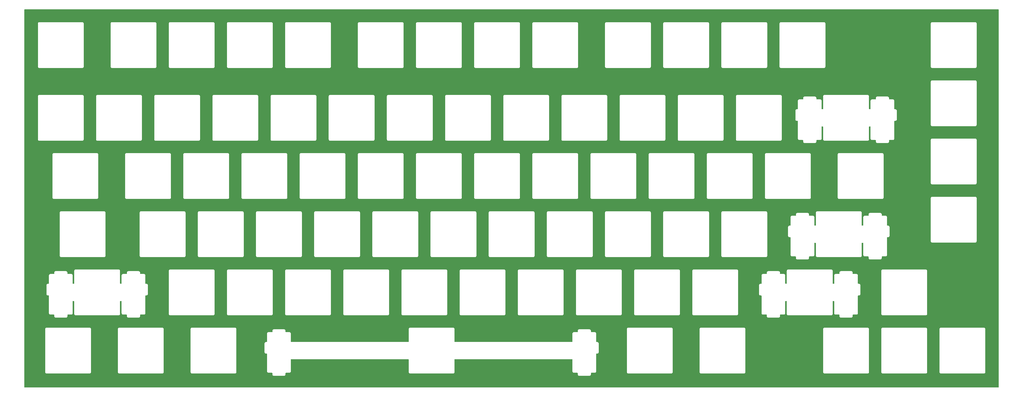
<source format=gbr>
%TF.GenerationSoftware,KiCad,Pcbnew,(6.0.10)*%
%TF.CreationDate,2023-03-05T23:04:30-08:00*%
%TF.ProjectId,fr4 plate,66723420-706c-4617-9465-2e6b69636164,rev?*%
%TF.SameCoordinates,Original*%
%TF.FileFunction,Copper,L2,Bot*%
%TF.FilePolarity,Positive*%
%FSLAX46Y46*%
G04 Gerber Fmt 4.6, Leading zero omitted, Abs format (unit mm)*
G04 Created by KiCad (PCBNEW (6.0.10)) date 2023-03-05 23:04:30*
%MOMM*%
%LPD*%
G01*
G04 APERTURE LIST*
G04 APERTURE END LIST*
%TA.AperFunction,NonConductor*%
G36*
X370928620Y-73156502D02*
G01*
X370975113Y-73210158D01*
X370986499Y-73262500D01*
X370986499Y-196823500D01*
X370966497Y-196891621D01*
X370912841Y-196938114D01*
X370860499Y-196949500D01*
X52029499Y-196949500D01*
X51961378Y-196929498D01*
X51914885Y-196875842D01*
X51903499Y-196823500D01*
X51903499Y-191919724D01*
X58710030Y-191919724D01*
X58712497Y-191928355D01*
X58718156Y-191948156D01*
X58721734Y-191964918D01*
X58725926Y-191994190D01*
X58729640Y-192002358D01*
X58729640Y-192002359D01*
X58736554Y-192017565D01*
X58743002Y-192035089D01*
X58750057Y-192059774D01*
X58754849Y-192067368D01*
X58754850Y-192067371D01*
X58765836Y-192084783D01*
X58773975Y-192099866D01*
X58786214Y-192126785D01*
X58792075Y-192133587D01*
X58802976Y-192146238D01*
X58814079Y-192161242D01*
X58827782Y-192182961D01*
X58834507Y-192188900D01*
X58834510Y-192188904D01*
X58849944Y-192202535D01*
X58861988Y-192214727D01*
X58875433Y-192230330D01*
X58875436Y-192230332D01*
X58881293Y-192237130D01*
X58888822Y-192242010D01*
X58888823Y-192242011D01*
X58902841Y-192251097D01*
X58917715Y-192262388D01*
X58930223Y-192273434D01*
X58936957Y-192279381D01*
X58963717Y-192291945D01*
X58978697Y-192300266D01*
X58995989Y-192311474D01*
X58995994Y-192311476D01*
X59003521Y-192316355D01*
X59012114Y-192318925D01*
X59012119Y-192318927D01*
X59028126Y-192323714D01*
X59045570Y-192330375D01*
X59060682Y-192337470D01*
X59060684Y-192337471D01*
X59068806Y-192341284D01*
X59077673Y-192342665D01*
X59077674Y-192342665D01*
X59080359Y-192343083D01*
X59098023Y-192345833D01*
X59114738Y-192349616D01*
X59134472Y-192355518D01*
X59134478Y-192355519D01*
X59143072Y-192358089D01*
X59152043Y-192358144D01*
X59152044Y-192358144D01*
X59162103Y-192358205D01*
X59177512Y-192358299D01*
X59178295Y-192358332D01*
X59179392Y-192358503D01*
X59210383Y-192358503D01*
X59211153Y-192358505D01*
X59284791Y-192358955D01*
X59284792Y-192358955D01*
X59288727Y-192358979D01*
X59290071Y-192358595D01*
X59291416Y-192358503D01*
X73210383Y-192358503D01*
X73211154Y-192358505D01*
X73288727Y-192358979D01*
X73317158Y-192350853D01*
X73333921Y-192347275D01*
X73334759Y-192347155D01*
X73363193Y-192343083D01*
X73386570Y-192332454D01*
X73404093Y-192326007D01*
X73428777Y-192318952D01*
X73436371Y-192314160D01*
X73436374Y-192314159D01*
X73453786Y-192303173D01*
X73468871Y-192295033D01*
X73495788Y-192282795D01*
X73515241Y-192266033D01*
X73530245Y-192254930D01*
X73551964Y-192241227D01*
X73557903Y-192234502D01*
X73557907Y-192234499D01*
X73571538Y-192219065D01*
X73583730Y-192207021D01*
X73599333Y-192193576D01*
X73599335Y-192193573D01*
X73606133Y-192187716D01*
X73620100Y-192166168D01*
X73631391Y-192151294D01*
X73642437Y-192138786D01*
X73642438Y-192138785D01*
X73648384Y-192132052D01*
X73660949Y-192105290D01*
X73669269Y-192090312D01*
X73680477Y-192073020D01*
X73680479Y-192073015D01*
X73685358Y-192065488D01*
X73687928Y-192056895D01*
X73687930Y-192056890D01*
X73692717Y-192040883D01*
X73699378Y-192023439D01*
X73706473Y-192008327D01*
X73706474Y-192008325D01*
X73710287Y-192000203D01*
X73714836Y-191970986D01*
X73718619Y-191954271D01*
X73724521Y-191934537D01*
X73724522Y-191934531D01*
X73727092Y-191925937D01*
X73727130Y-191919724D01*
X82522032Y-191919724D01*
X82524499Y-191928355D01*
X82530158Y-191948156D01*
X82533736Y-191964918D01*
X82537928Y-191994190D01*
X82541642Y-192002358D01*
X82541642Y-192002359D01*
X82548556Y-192017565D01*
X82555004Y-192035089D01*
X82562059Y-192059774D01*
X82566851Y-192067368D01*
X82566852Y-192067371D01*
X82577838Y-192084783D01*
X82585977Y-192099866D01*
X82598216Y-192126785D01*
X82604077Y-192133587D01*
X82614978Y-192146238D01*
X82626081Y-192161242D01*
X82639784Y-192182961D01*
X82646509Y-192188900D01*
X82646512Y-192188904D01*
X82661946Y-192202535D01*
X82673990Y-192214727D01*
X82687435Y-192230330D01*
X82687438Y-192230332D01*
X82693295Y-192237130D01*
X82700824Y-192242010D01*
X82700825Y-192242011D01*
X82714843Y-192251097D01*
X82729717Y-192262388D01*
X82742225Y-192273434D01*
X82748959Y-192279381D01*
X82775719Y-192291945D01*
X82790699Y-192300266D01*
X82807991Y-192311474D01*
X82807996Y-192311476D01*
X82815523Y-192316355D01*
X82824116Y-192318925D01*
X82824121Y-192318927D01*
X82840128Y-192323714D01*
X82857572Y-192330375D01*
X82872684Y-192337470D01*
X82872686Y-192337471D01*
X82880808Y-192341284D01*
X82889675Y-192342665D01*
X82889676Y-192342665D01*
X82892361Y-192343083D01*
X82910025Y-192345833D01*
X82926740Y-192349616D01*
X82946474Y-192355518D01*
X82946480Y-192355519D01*
X82955074Y-192358089D01*
X82964045Y-192358144D01*
X82964046Y-192358144D01*
X82974105Y-192358205D01*
X82989514Y-192358299D01*
X82990297Y-192358332D01*
X82991394Y-192358503D01*
X83022385Y-192358503D01*
X83023155Y-192358505D01*
X83096793Y-192358955D01*
X83096794Y-192358955D01*
X83100729Y-192358979D01*
X83102073Y-192358595D01*
X83103418Y-192358503D01*
X97022385Y-192358503D01*
X97023156Y-192358505D01*
X97100729Y-192358979D01*
X97129160Y-192350853D01*
X97145923Y-192347275D01*
X97146761Y-192347155D01*
X97175195Y-192343083D01*
X97198572Y-192332454D01*
X97216095Y-192326007D01*
X97240779Y-192318952D01*
X97248373Y-192314160D01*
X97248376Y-192314159D01*
X97265788Y-192303173D01*
X97280873Y-192295033D01*
X97307790Y-192282795D01*
X97327243Y-192266033D01*
X97342247Y-192254930D01*
X97363966Y-192241227D01*
X97369905Y-192234502D01*
X97369909Y-192234499D01*
X97383540Y-192219065D01*
X97395732Y-192207021D01*
X97411335Y-192193576D01*
X97411337Y-192193573D01*
X97418135Y-192187716D01*
X97432102Y-192166168D01*
X97443393Y-192151294D01*
X97454439Y-192138786D01*
X97454440Y-192138785D01*
X97460386Y-192132052D01*
X97472951Y-192105290D01*
X97481271Y-192090312D01*
X97492479Y-192073020D01*
X97492481Y-192073015D01*
X97497360Y-192065488D01*
X97499930Y-192056895D01*
X97499932Y-192056890D01*
X97504719Y-192040883D01*
X97511380Y-192023439D01*
X97518475Y-192008327D01*
X97518476Y-192008325D01*
X97522289Y-192000203D01*
X97526838Y-191970986D01*
X97530621Y-191954271D01*
X97536523Y-191934537D01*
X97536524Y-191934531D01*
X97539094Y-191925937D01*
X97539132Y-191919724D01*
X106335031Y-191919724D01*
X106337498Y-191928355D01*
X106343157Y-191948156D01*
X106346735Y-191964918D01*
X106350927Y-191994190D01*
X106354641Y-192002358D01*
X106354641Y-192002359D01*
X106361555Y-192017565D01*
X106368003Y-192035089D01*
X106375058Y-192059774D01*
X106379850Y-192067368D01*
X106379851Y-192067371D01*
X106390837Y-192084783D01*
X106398976Y-192099866D01*
X106411215Y-192126785D01*
X106417076Y-192133587D01*
X106427977Y-192146238D01*
X106439080Y-192161242D01*
X106452783Y-192182961D01*
X106459508Y-192188900D01*
X106459511Y-192188904D01*
X106474945Y-192202535D01*
X106486989Y-192214727D01*
X106500434Y-192230330D01*
X106500437Y-192230332D01*
X106506294Y-192237130D01*
X106513823Y-192242010D01*
X106513824Y-192242011D01*
X106527842Y-192251097D01*
X106542716Y-192262388D01*
X106555224Y-192273434D01*
X106561958Y-192279381D01*
X106588718Y-192291945D01*
X106603698Y-192300266D01*
X106620990Y-192311474D01*
X106620995Y-192311476D01*
X106628522Y-192316355D01*
X106637115Y-192318925D01*
X106637120Y-192318927D01*
X106653127Y-192323714D01*
X106670571Y-192330375D01*
X106685683Y-192337470D01*
X106685685Y-192337471D01*
X106693807Y-192341284D01*
X106702674Y-192342665D01*
X106702675Y-192342665D01*
X106705360Y-192343083D01*
X106723024Y-192345833D01*
X106739739Y-192349616D01*
X106759473Y-192355518D01*
X106759479Y-192355519D01*
X106768073Y-192358089D01*
X106777044Y-192358144D01*
X106777045Y-192358144D01*
X106787104Y-192358205D01*
X106802513Y-192358299D01*
X106803296Y-192358332D01*
X106804393Y-192358503D01*
X106835384Y-192358503D01*
X106836154Y-192358505D01*
X106909792Y-192358955D01*
X106909793Y-192358955D01*
X106913728Y-192358979D01*
X106915072Y-192358595D01*
X106916417Y-192358503D01*
X120835381Y-192358503D01*
X120836152Y-192358505D01*
X120913725Y-192358979D01*
X120942156Y-192350853D01*
X120958919Y-192347275D01*
X120959757Y-192347155D01*
X120988191Y-192343083D01*
X121011568Y-192332454D01*
X121029091Y-192326007D01*
X121053775Y-192318952D01*
X121061369Y-192314160D01*
X121061372Y-192314159D01*
X121078784Y-192303173D01*
X121093869Y-192295033D01*
X121120786Y-192282795D01*
X121140239Y-192266033D01*
X121155243Y-192254930D01*
X121176962Y-192241227D01*
X121182901Y-192234502D01*
X121182905Y-192234499D01*
X121196536Y-192219065D01*
X121208728Y-192207021D01*
X121224331Y-192193576D01*
X121224333Y-192193573D01*
X121231131Y-192187716D01*
X121245098Y-192166168D01*
X121256389Y-192151294D01*
X121267435Y-192138786D01*
X121267436Y-192138785D01*
X121273382Y-192132052D01*
X121285947Y-192105290D01*
X121294267Y-192090312D01*
X121305475Y-192073020D01*
X121305477Y-192073015D01*
X121310356Y-192065488D01*
X121312926Y-192056895D01*
X121312928Y-192056890D01*
X121317715Y-192040883D01*
X121324376Y-192023439D01*
X121331471Y-192008327D01*
X121331472Y-192008325D01*
X121335285Y-192000203D01*
X121339834Y-191970986D01*
X121343617Y-191954271D01*
X121349519Y-191934537D01*
X121349520Y-191934531D01*
X121352090Y-191925937D01*
X121352300Y-191891497D01*
X121352333Y-191890714D01*
X121352504Y-191889617D01*
X121352504Y-191858626D01*
X121352506Y-191857856D01*
X121352956Y-191784218D01*
X121352956Y-191784217D01*
X121352980Y-191780282D01*
X121352596Y-191778938D01*
X121352504Y-191777593D01*
X121352504Y-185419724D01*
X130572027Y-185419724D01*
X130574494Y-185428355D01*
X130580153Y-185448156D01*
X130583731Y-185464918D01*
X130587923Y-185494190D01*
X130591637Y-185502358D01*
X130591637Y-185502359D01*
X130598551Y-185517565D01*
X130604999Y-185535089D01*
X130612054Y-185559774D01*
X130616846Y-185567368D01*
X130616847Y-185567371D01*
X130627833Y-185584783D01*
X130635972Y-185599866D01*
X130648211Y-185626785D01*
X130654072Y-185633587D01*
X130664973Y-185646238D01*
X130676076Y-185661242D01*
X130689779Y-185682961D01*
X130696504Y-185688900D01*
X130696507Y-185688904D01*
X130711941Y-185702535D01*
X130723985Y-185714727D01*
X130737430Y-185730330D01*
X130737433Y-185730332D01*
X130743290Y-185737130D01*
X130750819Y-185742010D01*
X130750820Y-185742011D01*
X130764838Y-185751097D01*
X130779712Y-185762388D01*
X130792220Y-185773434D01*
X130798954Y-185779381D01*
X130825714Y-185791945D01*
X130840694Y-185800266D01*
X130857986Y-185811474D01*
X130857991Y-185811476D01*
X130865518Y-185816355D01*
X130874111Y-185818925D01*
X130874116Y-185818927D01*
X130890123Y-185823714D01*
X130907567Y-185830375D01*
X130922679Y-185837470D01*
X130922681Y-185837471D01*
X130930803Y-185841284D01*
X130939670Y-185842665D01*
X130939671Y-185842665D01*
X130942356Y-185843083D01*
X130960020Y-185845833D01*
X130976735Y-185849616D01*
X130996469Y-185855518D01*
X130996475Y-185855519D01*
X131005069Y-185858089D01*
X131014040Y-185858144D01*
X131014041Y-185858144D01*
X131024100Y-185858205D01*
X131039509Y-185858299D01*
X131040292Y-185858332D01*
X131041389Y-185858503D01*
X131072380Y-185858503D01*
X131073150Y-185858505D01*
X131146788Y-185858955D01*
X131146789Y-185858955D01*
X131150724Y-185858979D01*
X131152068Y-185858595D01*
X131153413Y-185858503D01*
X131271508Y-185858503D01*
X131339629Y-185878505D01*
X131386122Y-185932161D01*
X131397508Y-185984503D01*
X131397508Y-191611377D01*
X131397506Y-191612147D01*
X131397032Y-191689721D01*
X131399499Y-191698352D01*
X131405158Y-191718153D01*
X131408736Y-191734915D01*
X131412928Y-191764187D01*
X131422036Y-191784218D01*
X131423556Y-191787562D01*
X131430004Y-191805086D01*
X131437059Y-191829771D01*
X131441851Y-191837365D01*
X131441852Y-191837368D01*
X131452838Y-191854780D01*
X131460977Y-191869863D01*
X131473216Y-191896782D01*
X131479077Y-191903584D01*
X131489978Y-191916235D01*
X131501081Y-191931239D01*
X131514784Y-191952958D01*
X131521509Y-191958897D01*
X131521512Y-191958901D01*
X131536946Y-191972532D01*
X131548990Y-191984724D01*
X131562435Y-192000327D01*
X131562438Y-192000329D01*
X131568295Y-192007127D01*
X131575824Y-192012007D01*
X131575825Y-192012008D01*
X131589843Y-192021094D01*
X131604717Y-192032385D01*
X131614340Y-192040883D01*
X131623959Y-192049378D01*
X131650719Y-192061942D01*
X131665699Y-192070263D01*
X131682991Y-192081471D01*
X131682996Y-192081473D01*
X131690523Y-192086352D01*
X131699116Y-192088922D01*
X131699121Y-192088924D01*
X131715128Y-192093711D01*
X131732572Y-192100372D01*
X131747684Y-192107467D01*
X131747686Y-192107468D01*
X131755808Y-192111281D01*
X131764675Y-192112662D01*
X131764676Y-192112662D01*
X131767361Y-192113080D01*
X131785025Y-192115830D01*
X131801740Y-192119613D01*
X131821474Y-192125515D01*
X131821480Y-192125516D01*
X131830074Y-192128086D01*
X131839045Y-192128141D01*
X131839046Y-192128141D01*
X131849105Y-192128202D01*
X131864514Y-192128296D01*
X131865297Y-192128329D01*
X131866394Y-192128500D01*
X131897385Y-192128500D01*
X131898155Y-192128502D01*
X131971793Y-192128952D01*
X131971794Y-192128952D01*
X131975729Y-192128976D01*
X131977073Y-192128592D01*
X131978418Y-192128500D01*
X132996506Y-192128500D01*
X133064627Y-192148502D01*
X133111120Y-192202158D01*
X133122506Y-192254500D01*
X133122506Y-192591380D01*
X133122504Y-192592150D01*
X133122030Y-192669724D01*
X133124497Y-192678355D01*
X133130156Y-192698156D01*
X133133734Y-192714918D01*
X133137926Y-192744190D01*
X133141640Y-192752358D01*
X133141640Y-192752359D01*
X133148554Y-192767565D01*
X133155002Y-192785089D01*
X133162057Y-192809774D01*
X133166849Y-192817368D01*
X133166850Y-192817371D01*
X133177836Y-192834783D01*
X133185975Y-192849866D01*
X133198214Y-192876785D01*
X133204075Y-192883587D01*
X133214976Y-192896238D01*
X133226079Y-192911242D01*
X133239782Y-192932961D01*
X133246507Y-192938900D01*
X133246510Y-192938904D01*
X133261944Y-192952535D01*
X133273988Y-192964727D01*
X133287433Y-192980330D01*
X133287436Y-192980332D01*
X133293293Y-192987130D01*
X133300822Y-192992010D01*
X133300823Y-192992011D01*
X133314841Y-193001097D01*
X133329715Y-193012388D01*
X133342223Y-193023434D01*
X133348957Y-193029381D01*
X133375717Y-193041945D01*
X133390697Y-193050266D01*
X133407989Y-193061474D01*
X133407994Y-193061476D01*
X133415521Y-193066355D01*
X133424114Y-193068925D01*
X133424119Y-193068927D01*
X133440126Y-193073714D01*
X133457570Y-193080375D01*
X133472682Y-193087470D01*
X133472684Y-193087471D01*
X133480806Y-193091284D01*
X133489673Y-193092665D01*
X133489674Y-193092665D01*
X133492359Y-193093083D01*
X133510023Y-193095833D01*
X133526738Y-193099616D01*
X133546472Y-193105518D01*
X133546478Y-193105519D01*
X133555072Y-193108089D01*
X133564043Y-193108144D01*
X133564044Y-193108144D01*
X133574103Y-193108205D01*
X133589512Y-193108299D01*
X133590295Y-193108332D01*
X133591392Y-193108503D01*
X133622383Y-193108503D01*
X133623153Y-193108505D01*
X133696791Y-193108955D01*
X133696792Y-193108955D01*
X133700727Y-193108979D01*
X133702071Y-193108595D01*
X133703416Y-193108503D01*
X136922386Y-193108503D01*
X136923157Y-193108505D01*
X137000730Y-193108979D01*
X137029161Y-193100853D01*
X137045924Y-193097275D01*
X137046762Y-193097155D01*
X137075196Y-193093083D01*
X137098573Y-193082454D01*
X137116096Y-193076007D01*
X137140780Y-193068952D01*
X137148374Y-193064160D01*
X137148377Y-193064159D01*
X137165789Y-193053173D01*
X137180874Y-193045033D01*
X137207791Y-193032795D01*
X137227244Y-193016033D01*
X137242248Y-193004930D01*
X137263967Y-192991227D01*
X137269906Y-192984502D01*
X137269910Y-192984499D01*
X137283541Y-192969065D01*
X137295733Y-192957021D01*
X137311336Y-192943576D01*
X137311338Y-192943573D01*
X137318136Y-192937716D01*
X137332103Y-192916168D01*
X137343394Y-192901294D01*
X137354440Y-192888786D01*
X137354441Y-192888785D01*
X137360387Y-192882052D01*
X137372952Y-192855290D01*
X137381272Y-192840312D01*
X137392480Y-192823020D01*
X137392482Y-192823015D01*
X137397361Y-192815488D01*
X137399931Y-192806895D01*
X137399933Y-192806890D01*
X137404720Y-192790883D01*
X137411381Y-192773439D01*
X137418476Y-192758327D01*
X137418477Y-192758325D01*
X137422290Y-192750203D01*
X137426839Y-192720986D01*
X137430622Y-192704271D01*
X137436524Y-192684537D01*
X137436525Y-192684531D01*
X137439095Y-192675937D01*
X137439305Y-192641497D01*
X137439338Y-192640714D01*
X137439509Y-192639617D01*
X137439509Y-192608626D01*
X137439511Y-192607856D01*
X137439961Y-192534218D01*
X137439961Y-192534217D01*
X137439985Y-192530282D01*
X137439601Y-192528938D01*
X137439509Y-192527593D01*
X137439509Y-192254500D01*
X137459511Y-192186379D01*
X137513167Y-192139886D01*
X137565509Y-192128500D01*
X138647385Y-192128500D01*
X138648156Y-192128502D01*
X138725729Y-192128976D01*
X138754160Y-192120850D01*
X138770923Y-192117272D01*
X138771761Y-192117152D01*
X138800195Y-192113080D01*
X138823572Y-192102451D01*
X138841095Y-192096004D01*
X138865779Y-192088949D01*
X138873373Y-192084157D01*
X138873376Y-192084156D01*
X138890788Y-192073170D01*
X138905873Y-192065030D01*
X138932790Y-192052792D01*
X138952243Y-192036030D01*
X138967247Y-192024927D01*
X138988966Y-192011224D01*
X138994905Y-192004499D01*
X138994909Y-192004496D01*
X139008540Y-191989062D01*
X139020732Y-191977018D01*
X139036335Y-191963573D01*
X139036337Y-191963570D01*
X139043135Y-191957713D01*
X139057102Y-191936165D01*
X139068393Y-191921291D01*
X139079439Y-191908783D01*
X139079440Y-191908782D01*
X139085386Y-191902049D01*
X139097951Y-191875287D01*
X139106271Y-191860309D01*
X139117479Y-191843017D01*
X139117481Y-191843012D01*
X139122360Y-191835485D01*
X139124930Y-191826892D01*
X139124932Y-191826887D01*
X139129719Y-191810880D01*
X139136380Y-191793436D01*
X139143475Y-191778324D01*
X139143476Y-191778322D01*
X139147289Y-191770200D01*
X139151838Y-191740983D01*
X139155621Y-191724268D01*
X139161523Y-191704534D01*
X139161524Y-191704528D01*
X139164094Y-191695934D01*
X139164304Y-191661494D01*
X139164337Y-191660711D01*
X139164508Y-191659614D01*
X139164508Y-191628623D01*
X139164510Y-191627853D01*
X139164960Y-191554215D01*
X139164960Y-191554214D01*
X139164984Y-191550279D01*
X139164600Y-191548935D01*
X139164508Y-191547590D01*
X139164508Y-187784498D01*
X139184510Y-187716377D01*
X139238166Y-187669884D01*
X139290508Y-187658498D01*
X177645508Y-187658498D01*
X177713629Y-187678500D01*
X177760122Y-187732156D01*
X177771508Y-187784498D01*
X177771508Y-191841380D01*
X177771506Y-191842150D01*
X177771032Y-191919724D01*
X177773499Y-191928355D01*
X177779158Y-191948156D01*
X177782736Y-191964918D01*
X177786928Y-191994190D01*
X177790642Y-192002358D01*
X177790642Y-192002359D01*
X177797556Y-192017565D01*
X177804004Y-192035089D01*
X177811059Y-192059774D01*
X177815851Y-192067368D01*
X177815852Y-192067371D01*
X177826838Y-192084783D01*
X177834977Y-192099866D01*
X177847216Y-192126785D01*
X177853077Y-192133587D01*
X177863978Y-192146238D01*
X177875081Y-192161242D01*
X177888784Y-192182961D01*
X177895509Y-192188900D01*
X177895512Y-192188904D01*
X177910946Y-192202535D01*
X177922990Y-192214727D01*
X177936435Y-192230330D01*
X177936438Y-192230332D01*
X177942295Y-192237130D01*
X177949824Y-192242010D01*
X177949825Y-192242011D01*
X177963843Y-192251097D01*
X177978717Y-192262388D01*
X177991225Y-192273434D01*
X177997959Y-192279381D01*
X178024719Y-192291945D01*
X178039699Y-192300266D01*
X178056991Y-192311474D01*
X178056996Y-192311476D01*
X178064523Y-192316355D01*
X178073116Y-192318925D01*
X178073121Y-192318927D01*
X178089128Y-192323714D01*
X178106572Y-192330375D01*
X178121684Y-192337470D01*
X178121686Y-192337471D01*
X178129808Y-192341284D01*
X178138675Y-192342665D01*
X178138676Y-192342665D01*
X178141361Y-192343083D01*
X178159025Y-192345833D01*
X178175740Y-192349616D01*
X178195474Y-192355518D01*
X178195480Y-192355519D01*
X178204074Y-192358089D01*
X178213045Y-192358144D01*
X178213046Y-192358144D01*
X178223105Y-192358205D01*
X178238514Y-192358299D01*
X178239297Y-192358332D01*
X178240394Y-192358503D01*
X178271385Y-192358503D01*
X178272155Y-192358505D01*
X178345793Y-192358955D01*
X178345794Y-192358955D01*
X178349729Y-192358979D01*
X178351073Y-192358595D01*
X178352418Y-192358503D01*
X192272377Y-192358503D01*
X192273148Y-192358505D01*
X192350721Y-192358979D01*
X192379152Y-192350853D01*
X192395915Y-192347275D01*
X192396753Y-192347155D01*
X192425187Y-192343083D01*
X192448564Y-192332454D01*
X192466087Y-192326007D01*
X192490771Y-192318952D01*
X192498365Y-192314160D01*
X192498368Y-192314159D01*
X192515780Y-192303173D01*
X192530865Y-192295033D01*
X192557782Y-192282795D01*
X192577235Y-192266033D01*
X192592239Y-192254930D01*
X192613958Y-192241227D01*
X192619897Y-192234502D01*
X192619901Y-192234499D01*
X192633532Y-192219065D01*
X192645724Y-192207021D01*
X192661327Y-192193576D01*
X192661329Y-192193573D01*
X192668127Y-192187716D01*
X192682094Y-192166168D01*
X192693385Y-192151294D01*
X192704431Y-192138786D01*
X192704432Y-192138785D01*
X192710378Y-192132052D01*
X192722943Y-192105290D01*
X192731263Y-192090312D01*
X192742471Y-192073020D01*
X192742473Y-192073015D01*
X192747352Y-192065488D01*
X192749922Y-192056895D01*
X192749924Y-192056890D01*
X192754711Y-192040883D01*
X192761372Y-192023439D01*
X192768467Y-192008327D01*
X192768468Y-192008325D01*
X192772281Y-192000203D01*
X192776830Y-191970986D01*
X192780613Y-191954271D01*
X192786515Y-191934537D01*
X192786516Y-191934531D01*
X192789086Y-191925937D01*
X192789296Y-191891497D01*
X192789329Y-191890714D01*
X192789500Y-191889617D01*
X192789500Y-191858626D01*
X192789502Y-191857856D01*
X192789952Y-191784218D01*
X192789952Y-191784217D01*
X192789976Y-191780282D01*
X192789592Y-191778938D01*
X192789500Y-191777593D01*
X192789500Y-187784498D01*
X192809502Y-187716377D01*
X192863158Y-187669884D01*
X192915500Y-187658498D01*
X231271500Y-187658498D01*
X231339621Y-187678500D01*
X231386114Y-187732156D01*
X231397500Y-187784498D01*
X231397500Y-191611377D01*
X231397498Y-191612147D01*
X231397024Y-191689721D01*
X231399491Y-191698352D01*
X231405150Y-191718153D01*
X231408728Y-191734915D01*
X231412920Y-191764187D01*
X231422028Y-191784218D01*
X231423548Y-191787562D01*
X231429996Y-191805086D01*
X231437051Y-191829771D01*
X231441843Y-191837365D01*
X231441844Y-191837368D01*
X231452830Y-191854780D01*
X231460969Y-191869863D01*
X231473208Y-191896782D01*
X231479069Y-191903584D01*
X231489970Y-191916235D01*
X231501073Y-191931239D01*
X231514776Y-191952958D01*
X231521501Y-191958897D01*
X231521504Y-191958901D01*
X231536938Y-191972532D01*
X231548982Y-191984724D01*
X231562427Y-192000327D01*
X231562430Y-192000329D01*
X231568287Y-192007127D01*
X231575816Y-192012007D01*
X231575817Y-192012008D01*
X231589835Y-192021094D01*
X231604709Y-192032385D01*
X231614332Y-192040883D01*
X231623951Y-192049378D01*
X231650711Y-192061942D01*
X231665691Y-192070263D01*
X231682983Y-192081471D01*
X231682988Y-192081473D01*
X231690515Y-192086352D01*
X231699108Y-192088922D01*
X231699113Y-192088924D01*
X231715120Y-192093711D01*
X231732564Y-192100372D01*
X231747676Y-192107467D01*
X231747678Y-192107468D01*
X231755800Y-192111281D01*
X231764667Y-192112662D01*
X231764668Y-192112662D01*
X231767353Y-192113080D01*
X231785017Y-192115830D01*
X231801732Y-192119613D01*
X231821466Y-192125515D01*
X231821472Y-192125516D01*
X231830066Y-192128086D01*
X231839037Y-192128141D01*
X231839038Y-192128141D01*
X231849097Y-192128202D01*
X231864506Y-192128296D01*
X231865289Y-192128329D01*
X231866386Y-192128500D01*
X231897377Y-192128500D01*
X231898147Y-192128502D01*
X231971785Y-192128952D01*
X231971786Y-192128952D01*
X231975721Y-192128976D01*
X231977065Y-192128592D01*
X231978410Y-192128500D01*
X232996506Y-192128500D01*
X233064627Y-192148502D01*
X233111120Y-192202158D01*
X233122506Y-192254500D01*
X233122506Y-192591380D01*
X233122504Y-192592150D01*
X233122030Y-192669724D01*
X233124497Y-192678355D01*
X233130156Y-192698156D01*
X233133734Y-192714918D01*
X233137926Y-192744190D01*
X233141640Y-192752358D01*
X233141640Y-192752359D01*
X233148554Y-192767565D01*
X233155002Y-192785089D01*
X233162057Y-192809774D01*
X233166849Y-192817368D01*
X233166850Y-192817371D01*
X233177836Y-192834783D01*
X233185975Y-192849866D01*
X233198214Y-192876785D01*
X233204075Y-192883587D01*
X233214976Y-192896238D01*
X233226079Y-192911242D01*
X233239782Y-192932961D01*
X233246507Y-192938900D01*
X233246510Y-192938904D01*
X233261944Y-192952535D01*
X233273988Y-192964727D01*
X233287433Y-192980330D01*
X233287436Y-192980332D01*
X233293293Y-192987130D01*
X233300822Y-192992010D01*
X233300823Y-192992011D01*
X233314841Y-193001097D01*
X233329715Y-193012388D01*
X233342223Y-193023434D01*
X233348957Y-193029381D01*
X233375717Y-193041945D01*
X233390697Y-193050266D01*
X233407989Y-193061474D01*
X233407994Y-193061476D01*
X233415521Y-193066355D01*
X233424114Y-193068925D01*
X233424119Y-193068927D01*
X233440126Y-193073714D01*
X233457570Y-193080375D01*
X233472682Y-193087470D01*
X233472684Y-193087471D01*
X233480806Y-193091284D01*
X233489673Y-193092665D01*
X233489674Y-193092665D01*
X233492359Y-193093083D01*
X233510023Y-193095833D01*
X233526738Y-193099616D01*
X233546472Y-193105518D01*
X233546478Y-193105519D01*
X233555072Y-193108089D01*
X233564043Y-193108144D01*
X233564044Y-193108144D01*
X233574103Y-193108205D01*
X233589512Y-193108299D01*
X233590295Y-193108332D01*
X233591392Y-193108503D01*
X233622383Y-193108503D01*
X233623153Y-193108505D01*
X233696791Y-193108955D01*
X233696792Y-193108955D01*
X233700727Y-193108979D01*
X233702071Y-193108595D01*
X233703416Y-193108503D01*
X236922386Y-193108503D01*
X236923157Y-193108505D01*
X237000730Y-193108979D01*
X237029161Y-193100853D01*
X237045924Y-193097275D01*
X237046762Y-193097155D01*
X237075196Y-193093083D01*
X237098573Y-193082454D01*
X237116096Y-193076007D01*
X237140780Y-193068952D01*
X237148374Y-193064160D01*
X237148377Y-193064159D01*
X237165789Y-193053173D01*
X237180874Y-193045033D01*
X237207791Y-193032795D01*
X237227244Y-193016033D01*
X237242248Y-193004930D01*
X237263967Y-192991227D01*
X237269906Y-192984502D01*
X237269910Y-192984499D01*
X237283541Y-192969065D01*
X237295733Y-192957021D01*
X237311336Y-192943576D01*
X237311338Y-192943573D01*
X237318136Y-192937716D01*
X237332103Y-192916168D01*
X237343394Y-192901294D01*
X237354440Y-192888786D01*
X237354441Y-192888785D01*
X237360387Y-192882052D01*
X237372952Y-192855290D01*
X237381272Y-192840312D01*
X237392480Y-192823020D01*
X237392482Y-192823015D01*
X237397361Y-192815488D01*
X237399931Y-192806895D01*
X237399933Y-192806890D01*
X237404720Y-192790883D01*
X237411381Y-192773439D01*
X237418476Y-192758327D01*
X237418477Y-192758325D01*
X237422290Y-192750203D01*
X237426839Y-192720986D01*
X237430622Y-192704271D01*
X237436524Y-192684537D01*
X237436525Y-192684531D01*
X237439095Y-192675937D01*
X237439305Y-192641497D01*
X237439338Y-192640714D01*
X237439509Y-192639617D01*
X237439509Y-192608626D01*
X237439511Y-192607856D01*
X237439961Y-192534218D01*
X237439961Y-192534217D01*
X237439985Y-192530282D01*
X237439601Y-192528938D01*
X237439509Y-192527593D01*
X237439509Y-192254500D01*
X237459511Y-192186379D01*
X237513167Y-192139886D01*
X237565509Y-192128500D01*
X238647377Y-192128500D01*
X238648148Y-192128502D01*
X238725721Y-192128976D01*
X238754152Y-192120850D01*
X238770915Y-192117272D01*
X238771753Y-192117152D01*
X238800187Y-192113080D01*
X238823564Y-192102451D01*
X238841087Y-192096004D01*
X238865771Y-192088949D01*
X238873365Y-192084157D01*
X238873368Y-192084156D01*
X238890780Y-192073170D01*
X238905865Y-192065030D01*
X238932782Y-192052792D01*
X238952235Y-192036030D01*
X238967239Y-192024927D01*
X238988958Y-192011224D01*
X238994897Y-192004499D01*
X238994901Y-192004496D01*
X239008532Y-191989062D01*
X239020724Y-191977018D01*
X239036327Y-191963573D01*
X239036329Y-191963570D01*
X239043127Y-191957713D01*
X239057094Y-191936165D01*
X239068385Y-191921291D01*
X239069769Y-191919724D01*
X249210028Y-191919724D01*
X249212495Y-191928355D01*
X249218154Y-191948156D01*
X249221732Y-191964918D01*
X249225924Y-191994190D01*
X249229638Y-192002358D01*
X249229638Y-192002359D01*
X249236552Y-192017565D01*
X249243000Y-192035089D01*
X249250055Y-192059774D01*
X249254847Y-192067368D01*
X249254848Y-192067371D01*
X249265834Y-192084783D01*
X249273973Y-192099866D01*
X249286212Y-192126785D01*
X249292073Y-192133587D01*
X249302974Y-192146238D01*
X249314077Y-192161242D01*
X249327780Y-192182961D01*
X249334505Y-192188900D01*
X249334508Y-192188904D01*
X249349942Y-192202535D01*
X249361986Y-192214727D01*
X249375431Y-192230330D01*
X249375434Y-192230332D01*
X249381291Y-192237130D01*
X249388820Y-192242010D01*
X249388821Y-192242011D01*
X249402839Y-192251097D01*
X249417713Y-192262388D01*
X249430221Y-192273434D01*
X249436955Y-192279381D01*
X249463715Y-192291945D01*
X249478695Y-192300266D01*
X249495987Y-192311474D01*
X249495992Y-192311476D01*
X249503519Y-192316355D01*
X249512112Y-192318925D01*
X249512117Y-192318927D01*
X249528124Y-192323714D01*
X249545568Y-192330375D01*
X249560680Y-192337470D01*
X249560682Y-192337471D01*
X249568804Y-192341284D01*
X249577671Y-192342665D01*
X249577672Y-192342665D01*
X249580357Y-192343083D01*
X249598021Y-192345833D01*
X249614736Y-192349616D01*
X249634470Y-192355518D01*
X249634476Y-192355519D01*
X249643070Y-192358089D01*
X249652041Y-192358144D01*
X249652042Y-192358144D01*
X249662101Y-192358205D01*
X249677510Y-192358299D01*
X249678293Y-192358332D01*
X249679390Y-192358503D01*
X249710381Y-192358503D01*
X249711151Y-192358505D01*
X249784789Y-192358955D01*
X249784790Y-192358955D01*
X249788725Y-192358979D01*
X249790069Y-192358595D01*
X249791414Y-192358503D01*
X263710381Y-192358503D01*
X263711152Y-192358505D01*
X263788725Y-192358979D01*
X263817156Y-192350853D01*
X263833919Y-192347275D01*
X263834757Y-192347155D01*
X263863191Y-192343083D01*
X263886568Y-192332454D01*
X263904091Y-192326007D01*
X263928775Y-192318952D01*
X263936369Y-192314160D01*
X263936372Y-192314159D01*
X263953784Y-192303173D01*
X263968869Y-192295033D01*
X263995786Y-192282795D01*
X264015239Y-192266033D01*
X264030243Y-192254930D01*
X264051962Y-192241227D01*
X264057901Y-192234502D01*
X264057905Y-192234499D01*
X264071536Y-192219065D01*
X264083728Y-192207021D01*
X264099331Y-192193576D01*
X264099333Y-192193573D01*
X264106131Y-192187716D01*
X264120098Y-192166168D01*
X264131389Y-192151294D01*
X264142435Y-192138786D01*
X264142436Y-192138785D01*
X264148382Y-192132052D01*
X264160947Y-192105290D01*
X264169267Y-192090312D01*
X264180475Y-192073020D01*
X264180477Y-192073015D01*
X264185356Y-192065488D01*
X264187926Y-192056895D01*
X264187928Y-192056890D01*
X264192715Y-192040883D01*
X264199376Y-192023439D01*
X264206471Y-192008327D01*
X264206472Y-192008325D01*
X264210285Y-192000203D01*
X264214834Y-191970986D01*
X264218617Y-191954271D01*
X264224519Y-191934537D01*
X264224520Y-191934531D01*
X264227090Y-191925937D01*
X264227128Y-191919724D01*
X273022024Y-191919724D01*
X273024491Y-191928355D01*
X273030150Y-191948156D01*
X273033728Y-191964918D01*
X273037920Y-191994190D01*
X273041634Y-192002358D01*
X273041634Y-192002359D01*
X273048548Y-192017565D01*
X273054996Y-192035089D01*
X273062051Y-192059774D01*
X273066843Y-192067368D01*
X273066844Y-192067371D01*
X273077830Y-192084783D01*
X273085969Y-192099866D01*
X273098208Y-192126785D01*
X273104069Y-192133587D01*
X273114970Y-192146238D01*
X273126073Y-192161242D01*
X273139776Y-192182961D01*
X273146501Y-192188900D01*
X273146504Y-192188904D01*
X273161938Y-192202535D01*
X273173982Y-192214727D01*
X273187427Y-192230330D01*
X273187430Y-192230332D01*
X273193287Y-192237130D01*
X273200816Y-192242010D01*
X273200817Y-192242011D01*
X273214835Y-192251097D01*
X273229709Y-192262388D01*
X273242217Y-192273434D01*
X273248951Y-192279381D01*
X273275711Y-192291945D01*
X273290691Y-192300266D01*
X273307983Y-192311474D01*
X273307988Y-192311476D01*
X273315515Y-192316355D01*
X273324108Y-192318925D01*
X273324113Y-192318927D01*
X273340120Y-192323714D01*
X273357564Y-192330375D01*
X273372676Y-192337470D01*
X273372678Y-192337471D01*
X273380800Y-192341284D01*
X273389667Y-192342665D01*
X273389668Y-192342665D01*
X273392353Y-192343083D01*
X273410017Y-192345833D01*
X273426732Y-192349616D01*
X273446466Y-192355518D01*
X273446472Y-192355519D01*
X273455066Y-192358089D01*
X273464037Y-192358144D01*
X273464038Y-192358144D01*
X273474097Y-192358205D01*
X273489506Y-192358299D01*
X273490289Y-192358332D01*
X273491386Y-192358503D01*
X273522377Y-192358503D01*
X273523147Y-192358505D01*
X273596785Y-192358955D01*
X273596786Y-192358955D01*
X273600721Y-192358979D01*
X273602065Y-192358595D01*
X273603410Y-192358503D01*
X287522377Y-192358503D01*
X287523148Y-192358505D01*
X287600721Y-192358979D01*
X287629152Y-192350853D01*
X287645915Y-192347275D01*
X287646753Y-192347155D01*
X287675187Y-192343083D01*
X287698564Y-192332454D01*
X287716087Y-192326007D01*
X287740771Y-192318952D01*
X287748365Y-192314160D01*
X287748368Y-192314159D01*
X287765780Y-192303173D01*
X287780865Y-192295033D01*
X287807782Y-192282795D01*
X287827235Y-192266033D01*
X287842239Y-192254930D01*
X287863958Y-192241227D01*
X287869897Y-192234502D01*
X287869901Y-192234499D01*
X287883532Y-192219065D01*
X287895724Y-192207021D01*
X287911327Y-192193576D01*
X287911329Y-192193573D01*
X287918127Y-192187716D01*
X287932094Y-192166168D01*
X287943385Y-192151294D01*
X287954431Y-192138786D01*
X287954432Y-192138785D01*
X287960378Y-192132052D01*
X287972943Y-192105290D01*
X287981263Y-192090312D01*
X287992471Y-192073020D01*
X287992473Y-192073015D01*
X287997352Y-192065488D01*
X287999922Y-192056895D01*
X287999924Y-192056890D01*
X288004711Y-192040883D01*
X288011372Y-192023439D01*
X288018467Y-192008327D01*
X288018468Y-192008325D01*
X288022281Y-192000203D01*
X288026830Y-191970986D01*
X288030613Y-191954271D01*
X288036515Y-191934537D01*
X288036516Y-191934531D01*
X288039086Y-191925937D01*
X288039124Y-191919724D01*
X313504019Y-191919724D01*
X313506486Y-191928355D01*
X313512145Y-191948156D01*
X313515723Y-191964918D01*
X313519915Y-191994190D01*
X313523629Y-192002358D01*
X313523629Y-192002359D01*
X313530543Y-192017565D01*
X313536991Y-192035089D01*
X313544046Y-192059774D01*
X313548838Y-192067368D01*
X313548839Y-192067371D01*
X313559825Y-192084783D01*
X313567964Y-192099866D01*
X313580203Y-192126785D01*
X313586064Y-192133587D01*
X313596965Y-192146238D01*
X313608068Y-192161242D01*
X313621771Y-192182961D01*
X313628496Y-192188900D01*
X313628499Y-192188904D01*
X313643933Y-192202535D01*
X313655977Y-192214727D01*
X313669422Y-192230330D01*
X313669425Y-192230332D01*
X313675282Y-192237130D01*
X313682811Y-192242010D01*
X313682812Y-192242011D01*
X313696830Y-192251097D01*
X313711704Y-192262388D01*
X313724212Y-192273434D01*
X313730946Y-192279381D01*
X313757706Y-192291945D01*
X313772686Y-192300266D01*
X313789978Y-192311474D01*
X313789983Y-192311476D01*
X313797510Y-192316355D01*
X313806103Y-192318925D01*
X313806108Y-192318927D01*
X313822115Y-192323714D01*
X313839559Y-192330375D01*
X313854671Y-192337470D01*
X313854673Y-192337471D01*
X313862795Y-192341284D01*
X313871662Y-192342665D01*
X313871663Y-192342665D01*
X313874348Y-192343083D01*
X313892012Y-192345833D01*
X313908727Y-192349616D01*
X313928461Y-192355518D01*
X313928467Y-192355519D01*
X313937061Y-192358089D01*
X313946032Y-192358144D01*
X313946033Y-192358144D01*
X313956092Y-192358205D01*
X313971501Y-192358299D01*
X313972284Y-192358332D01*
X313973381Y-192358503D01*
X314004372Y-192358503D01*
X314005142Y-192358505D01*
X314078780Y-192358955D01*
X314078781Y-192358955D01*
X314082716Y-192358979D01*
X314084060Y-192358595D01*
X314085405Y-192358503D01*
X328004372Y-192358503D01*
X328005143Y-192358505D01*
X328082716Y-192358979D01*
X328111147Y-192350853D01*
X328127910Y-192347275D01*
X328128748Y-192347155D01*
X328157182Y-192343083D01*
X328180559Y-192332454D01*
X328198082Y-192326007D01*
X328222766Y-192318952D01*
X328230360Y-192314160D01*
X328230363Y-192314159D01*
X328247775Y-192303173D01*
X328262860Y-192295033D01*
X328289777Y-192282795D01*
X328309230Y-192266033D01*
X328324234Y-192254930D01*
X328345953Y-192241227D01*
X328351892Y-192234502D01*
X328351896Y-192234499D01*
X328365527Y-192219065D01*
X328377719Y-192207021D01*
X328393322Y-192193576D01*
X328393324Y-192193573D01*
X328400122Y-192187716D01*
X328414089Y-192166168D01*
X328425380Y-192151294D01*
X328436426Y-192138786D01*
X328436427Y-192138785D01*
X328442373Y-192132052D01*
X328454938Y-192105290D01*
X328463258Y-192090312D01*
X328474466Y-192073020D01*
X328474468Y-192073015D01*
X328479347Y-192065488D01*
X328481917Y-192056895D01*
X328481919Y-192056890D01*
X328486706Y-192040883D01*
X328493367Y-192023439D01*
X328500462Y-192008327D01*
X328500463Y-192008325D01*
X328504276Y-192000203D01*
X328508825Y-191970986D01*
X328512608Y-191954271D01*
X328518510Y-191934537D01*
X328518511Y-191934531D01*
X328521081Y-191925937D01*
X328521119Y-191919724D01*
X332554037Y-191919724D01*
X332556504Y-191928355D01*
X332562163Y-191948156D01*
X332565741Y-191964918D01*
X332569933Y-191994190D01*
X332573647Y-192002358D01*
X332573647Y-192002359D01*
X332580561Y-192017565D01*
X332587009Y-192035089D01*
X332594064Y-192059774D01*
X332598856Y-192067368D01*
X332598857Y-192067371D01*
X332609843Y-192084783D01*
X332617982Y-192099866D01*
X332630221Y-192126785D01*
X332636082Y-192133587D01*
X332646983Y-192146238D01*
X332658086Y-192161242D01*
X332671789Y-192182961D01*
X332678514Y-192188900D01*
X332678517Y-192188904D01*
X332693951Y-192202535D01*
X332705995Y-192214727D01*
X332719440Y-192230330D01*
X332719443Y-192230332D01*
X332725300Y-192237130D01*
X332732829Y-192242010D01*
X332732830Y-192242011D01*
X332746848Y-192251097D01*
X332761722Y-192262388D01*
X332774230Y-192273434D01*
X332780964Y-192279381D01*
X332807724Y-192291945D01*
X332822704Y-192300266D01*
X332839996Y-192311474D01*
X332840001Y-192311476D01*
X332847528Y-192316355D01*
X332856121Y-192318925D01*
X332856126Y-192318927D01*
X332872133Y-192323714D01*
X332889577Y-192330375D01*
X332904689Y-192337470D01*
X332904691Y-192337471D01*
X332912813Y-192341284D01*
X332921680Y-192342665D01*
X332921681Y-192342665D01*
X332924366Y-192343083D01*
X332942030Y-192345833D01*
X332958745Y-192349616D01*
X332978479Y-192355518D01*
X332978485Y-192355519D01*
X332987079Y-192358089D01*
X332996050Y-192358144D01*
X332996051Y-192358144D01*
X333006110Y-192358205D01*
X333021519Y-192358299D01*
X333022302Y-192358332D01*
X333023399Y-192358503D01*
X333054390Y-192358503D01*
X333055160Y-192358505D01*
X333128798Y-192358955D01*
X333128799Y-192358955D01*
X333132734Y-192358979D01*
X333134078Y-192358595D01*
X333135423Y-192358503D01*
X347054390Y-192358503D01*
X347055161Y-192358505D01*
X347132734Y-192358979D01*
X347161165Y-192350853D01*
X347177928Y-192347275D01*
X347178766Y-192347155D01*
X347207200Y-192343083D01*
X347230577Y-192332454D01*
X347248100Y-192326007D01*
X347272784Y-192318952D01*
X347280378Y-192314160D01*
X347280381Y-192314159D01*
X347297793Y-192303173D01*
X347312878Y-192295033D01*
X347339795Y-192282795D01*
X347359248Y-192266033D01*
X347374252Y-192254930D01*
X347395971Y-192241227D01*
X347401910Y-192234502D01*
X347401914Y-192234499D01*
X347415545Y-192219065D01*
X347427737Y-192207021D01*
X347443340Y-192193576D01*
X347443342Y-192193573D01*
X347450140Y-192187716D01*
X347464107Y-192166168D01*
X347475398Y-192151294D01*
X347486444Y-192138786D01*
X347486445Y-192138785D01*
X347492391Y-192132052D01*
X347504956Y-192105290D01*
X347513276Y-192090312D01*
X347524484Y-192073020D01*
X347524486Y-192073015D01*
X347529365Y-192065488D01*
X347531935Y-192056895D01*
X347531937Y-192056890D01*
X347536724Y-192040883D01*
X347543385Y-192023439D01*
X347550480Y-192008327D01*
X347550481Y-192008325D01*
X347554294Y-192000203D01*
X347558843Y-191970986D01*
X347562626Y-191954271D01*
X347568528Y-191934537D01*
X347568529Y-191934531D01*
X347571099Y-191925937D01*
X347571137Y-191919724D01*
X351604025Y-191919724D01*
X351606492Y-191928355D01*
X351612151Y-191948156D01*
X351615729Y-191964918D01*
X351619921Y-191994190D01*
X351623635Y-192002358D01*
X351623635Y-192002359D01*
X351630549Y-192017565D01*
X351636997Y-192035089D01*
X351644052Y-192059774D01*
X351648844Y-192067368D01*
X351648845Y-192067371D01*
X351659831Y-192084783D01*
X351667970Y-192099866D01*
X351680209Y-192126785D01*
X351686070Y-192133587D01*
X351696971Y-192146238D01*
X351708074Y-192161242D01*
X351721777Y-192182961D01*
X351728502Y-192188900D01*
X351728505Y-192188904D01*
X351743939Y-192202535D01*
X351755983Y-192214727D01*
X351769428Y-192230330D01*
X351769431Y-192230332D01*
X351775288Y-192237130D01*
X351782817Y-192242010D01*
X351782818Y-192242011D01*
X351796836Y-192251097D01*
X351811710Y-192262388D01*
X351824218Y-192273434D01*
X351830952Y-192279381D01*
X351857712Y-192291945D01*
X351872692Y-192300266D01*
X351889984Y-192311474D01*
X351889989Y-192311476D01*
X351897516Y-192316355D01*
X351906109Y-192318925D01*
X351906114Y-192318927D01*
X351922121Y-192323714D01*
X351939565Y-192330375D01*
X351954677Y-192337470D01*
X351954679Y-192337471D01*
X351962801Y-192341284D01*
X351971668Y-192342665D01*
X351971669Y-192342665D01*
X351974354Y-192343083D01*
X351992018Y-192345833D01*
X352008733Y-192349616D01*
X352028467Y-192355518D01*
X352028473Y-192355519D01*
X352037067Y-192358089D01*
X352046038Y-192358144D01*
X352046039Y-192358144D01*
X352056098Y-192358205D01*
X352071507Y-192358299D01*
X352072290Y-192358332D01*
X352073387Y-192358503D01*
X352104378Y-192358503D01*
X352105148Y-192358505D01*
X352178786Y-192358955D01*
X352178787Y-192358955D01*
X352182722Y-192358979D01*
X352184066Y-192358595D01*
X352185411Y-192358503D01*
X366104378Y-192358503D01*
X366105149Y-192358505D01*
X366182722Y-192358979D01*
X366211153Y-192350853D01*
X366227916Y-192347275D01*
X366228754Y-192347155D01*
X366257188Y-192343083D01*
X366280565Y-192332454D01*
X366298088Y-192326007D01*
X366322772Y-192318952D01*
X366330366Y-192314160D01*
X366330369Y-192314159D01*
X366347781Y-192303173D01*
X366362866Y-192295033D01*
X366389783Y-192282795D01*
X366409236Y-192266033D01*
X366424240Y-192254930D01*
X366445959Y-192241227D01*
X366451898Y-192234502D01*
X366451902Y-192234499D01*
X366465533Y-192219065D01*
X366477725Y-192207021D01*
X366493328Y-192193576D01*
X366493330Y-192193573D01*
X366500128Y-192187716D01*
X366514095Y-192166168D01*
X366525386Y-192151294D01*
X366536432Y-192138786D01*
X366536433Y-192138785D01*
X366542379Y-192132052D01*
X366554944Y-192105290D01*
X366563264Y-192090312D01*
X366574472Y-192073020D01*
X366574474Y-192073015D01*
X366579353Y-192065488D01*
X366581923Y-192056895D01*
X366581925Y-192056890D01*
X366586712Y-192040883D01*
X366593373Y-192023439D01*
X366600468Y-192008327D01*
X366600469Y-192008325D01*
X366604282Y-192000203D01*
X366608831Y-191970986D01*
X366612614Y-191954271D01*
X366618516Y-191934537D01*
X366618517Y-191934531D01*
X366621087Y-191925937D01*
X366621297Y-191891497D01*
X366621330Y-191890714D01*
X366621501Y-191889617D01*
X366621501Y-191858626D01*
X366621503Y-191857856D01*
X366621953Y-191784218D01*
X366621953Y-191784217D01*
X366621977Y-191780282D01*
X366621593Y-191778938D01*
X366621501Y-191777593D01*
X366621501Y-177858626D01*
X366621503Y-177857856D01*
X366621801Y-177809105D01*
X366621977Y-177780282D01*
X366613851Y-177751850D01*
X366610273Y-177735088D01*
X366607353Y-177714701D01*
X366606081Y-177705816D01*
X366595452Y-177682439D01*
X366589005Y-177664916D01*
X366584417Y-177648865D01*
X366581950Y-177640232D01*
X366577157Y-177632635D01*
X366566171Y-177615223D01*
X366558031Y-177600138D01*
X366555565Y-177594714D01*
X366545793Y-177573221D01*
X366529031Y-177553768D01*
X366517928Y-177538764D01*
X366504225Y-177517045D01*
X366497500Y-177511106D01*
X366497497Y-177511102D01*
X366482063Y-177497471D01*
X366470019Y-177485279D01*
X366456574Y-177469676D01*
X366456571Y-177469674D01*
X366450714Y-177462876D01*
X366437010Y-177453993D01*
X366429166Y-177448909D01*
X366414292Y-177437618D01*
X366401784Y-177426572D01*
X366401783Y-177426571D01*
X366395050Y-177420625D01*
X366368288Y-177408060D01*
X366353310Y-177399740D01*
X366336018Y-177388532D01*
X366336013Y-177388530D01*
X366328486Y-177383651D01*
X366319893Y-177381081D01*
X366319888Y-177381079D01*
X366303881Y-177376292D01*
X366286437Y-177369631D01*
X366271325Y-177362536D01*
X366271323Y-177362535D01*
X366263201Y-177358722D01*
X366254334Y-177357341D01*
X366254333Y-177357341D01*
X366243479Y-177355651D01*
X366233984Y-177354173D01*
X366217269Y-177350390D01*
X366197535Y-177344488D01*
X366197529Y-177344487D01*
X366188935Y-177341917D01*
X366179964Y-177341862D01*
X366179963Y-177341862D01*
X366169904Y-177341801D01*
X366154495Y-177341707D01*
X366153712Y-177341674D01*
X366152615Y-177341503D01*
X366121624Y-177341503D01*
X366120854Y-177341501D01*
X366047216Y-177341051D01*
X366047215Y-177341051D01*
X366043280Y-177341027D01*
X366041936Y-177341411D01*
X366040591Y-177341503D01*
X352121624Y-177341503D01*
X352120854Y-177341501D01*
X352120038Y-177341496D01*
X352043280Y-177341027D01*
X352020919Y-177347418D01*
X352014848Y-177349153D01*
X351998086Y-177352731D01*
X351968814Y-177356923D01*
X351960646Y-177360637D01*
X351960645Y-177360637D01*
X351945439Y-177367551D01*
X351927915Y-177373999D01*
X351903230Y-177381054D01*
X351895636Y-177385846D01*
X351895633Y-177385847D01*
X351878221Y-177396833D01*
X351863138Y-177404972D01*
X351836219Y-177417211D01*
X351829417Y-177423072D01*
X351816766Y-177433973D01*
X351801762Y-177445076D01*
X351780043Y-177458779D01*
X351774104Y-177465504D01*
X351774100Y-177465507D01*
X351760469Y-177480941D01*
X351748277Y-177492985D01*
X351732674Y-177506430D01*
X351732672Y-177506433D01*
X351725874Y-177512290D01*
X351720994Y-177519819D01*
X351720993Y-177519820D01*
X351711907Y-177533838D01*
X351700616Y-177548712D01*
X351689570Y-177561220D01*
X351683623Y-177567954D01*
X351677313Y-177581394D01*
X351671059Y-177594714D01*
X351662738Y-177609694D01*
X351651530Y-177626986D01*
X351651528Y-177626991D01*
X351646649Y-177634518D01*
X351644079Y-177643111D01*
X351644077Y-177643116D01*
X351639290Y-177659123D01*
X351632629Y-177676567D01*
X351625534Y-177691679D01*
X351621720Y-177699803D01*
X351620339Y-177708670D01*
X351620339Y-177708671D01*
X351617171Y-177729018D01*
X351613388Y-177745735D01*
X351607486Y-177765469D01*
X351607485Y-177765475D01*
X351604915Y-177774069D01*
X351604860Y-177783040D01*
X351604860Y-177783041D01*
X351604705Y-177808500D01*
X351604672Y-177809292D01*
X351604501Y-177810389D01*
X351604501Y-177841380D01*
X351604499Y-177842150D01*
X351604025Y-177919724D01*
X351604409Y-177921068D01*
X351604501Y-177922413D01*
X351604501Y-191841380D01*
X351604499Y-191842150D01*
X351604025Y-191919724D01*
X347571137Y-191919724D01*
X347571309Y-191891497D01*
X347571342Y-191890714D01*
X347571513Y-191889617D01*
X347571513Y-191858626D01*
X347571515Y-191857856D01*
X347571965Y-191784218D01*
X347571965Y-191784217D01*
X347571989Y-191780282D01*
X347571605Y-191778938D01*
X347571513Y-191777593D01*
X347571513Y-177858626D01*
X347571515Y-177857856D01*
X347571813Y-177809105D01*
X347571989Y-177780282D01*
X347563863Y-177751850D01*
X347560285Y-177735088D01*
X347557365Y-177714701D01*
X347556093Y-177705816D01*
X347545464Y-177682439D01*
X347539017Y-177664916D01*
X347534429Y-177648865D01*
X347531962Y-177640232D01*
X347527169Y-177632635D01*
X347516183Y-177615223D01*
X347508043Y-177600138D01*
X347505577Y-177594714D01*
X347495805Y-177573221D01*
X347479043Y-177553768D01*
X347467940Y-177538764D01*
X347454237Y-177517045D01*
X347447512Y-177511106D01*
X347447509Y-177511102D01*
X347432075Y-177497471D01*
X347420031Y-177485279D01*
X347406586Y-177469676D01*
X347406583Y-177469674D01*
X347400726Y-177462876D01*
X347387022Y-177453993D01*
X347379178Y-177448909D01*
X347364304Y-177437618D01*
X347351796Y-177426572D01*
X347351795Y-177426571D01*
X347345062Y-177420625D01*
X347318300Y-177408060D01*
X347303322Y-177399740D01*
X347286030Y-177388532D01*
X347286025Y-177388530D01*
X347278498Y-177383651D01*
X347269905Y-177381081D01*
X347269900Y-177381079D01*
X347253893Y-177376292D01*
X347236449Y-177369631D01*
X347221337Y-177362536D01*
X347221335Y-177362535D01*
X347213213Y-177358722D01*
X347204346Y-177357341D01*
X347204345Y-177357341D01*
X347193491Y-177355651D01*
X347183996Y-177354173D01*
X347167281Y-177350390D01*
X347147547Y-177344488D01*
X347147541Y-177344487D01*
X347138947Y-177341917D01*
X347129976Y-177341862D01*
X347129975Y-177341862D01*
X347119916Y-177341801D01*
X347104507Y-177341707D01*
X347103724Y-177341674D01*
X347102627Y-177341503D01*
X347071636Y-177341503D01*
X347070866Y-177341501D01*
X346997228Y-177341051D01*
X346997227Y-177341051D01*
X346993292Y-177341027D01*
X346991948Y-177341411D01*
X346990603Y-177341503D01*
X333071636Y-177341503D01*
X333070866Y-177341501D01*
X333070050Y-177341496D01*
X332993292Y-177341027D01*
X332970931Y-177347418D01*
X332964860Y-177349153D01*
X332948098Y-177352731D01*
X332918826Y-177356923D01*
X332910658Y-177360637D01*
X332910657Y-177360637D01*
X332895451Y-177367551D01*
X332877927Y-177373999D01*
X332853242Y-177381054D01*
X332845648Y-177385846D01*
X332845645Y-177385847D01*
X332828233Y-177396833D01*
X332813150Y-177404972D01*
X332786231Y-177417211D01*
X332779429Y-177423072D01*
X332766778Y-177433973D01*
X332751774Y-177445076D01*
X332730055Y-177458779D01*
X332724116Y-177465504D01*
X332724112Y-177465507D01*
X332710481Y-177480941D01*
X332698289Y-177492985D01*
X332682686Y-177506430D01*
X332682684Y-177506433D01*
X332675886Y-177512290D01*
X332671006Y-177519819D01*
X332671005Y-177519820D01*
X332661919Y-177533838D01*
X332650628Y-177548712D01*
X332639582Y-177561220D01*
X332633635Y-177567954D01*
X332627325Y-177581394D01*
X332621071Y-177594714D01*
X332612750Y-177609694D01*
X332601542Y-177626986D01*
X332601540Y-177626991D01*
X332596661Y-177634518D01*
X332594091Y-177643111D01*
X332594089Y-177643116D01*
X332589302Y-177659123D01*
X332582641Y-177676567D01*
X332575546Y-177691679D01*
X332571732Y-177699803D01*
X332570351Y-177708670D01*
X332570351Y-177708671D01*
X332567183Y-177729018D01*
X332563400Y-177745735D01*
X332557498Y-177765469D01*
X332557497Y-177765475D01*
X332554927Y-177774069D01*
X332554872Y-177783040D01*
X332554872Y-177783041D01*
X332554717Y-177808500D01*
X332554684Y-177809292D01*
X332554513Y-177810389D01*
X332554513Y-177841380D01*
X332554511Y-177842150D01*
X332554037Y-177919724D01*
X332554421Y-177921068D01*
X332554513Y-177922413D01*
X332554513Y-191841380D01*
X332554511Y-191842150D01*
X332554037Y-191919724D01*
X328521119Y-191919724D01*
X328521291Y-191891497D01*
X328521324Y-191890714D01*
X328521495Y-191889617D01*
X328521495Y-191858626D01*
X328521497Y-191857856D01*
X328521947Y-191784218D01*
X328521947Y-191784217D01*
X328521971Y-191780282D01*
X328521587Y-191778938D01*
X328521495Y-191777593D01*
X328521495Y-177858626D01*
X328521497Y-177857856D01*
X328521795Y-177809105D01*
X328521971Y-177780282D01*
X328513845Y-177751850D01*
X328510267Y-177735088D01*
X328507347Y-177714701D01*
X328506075Y-177705816D01*
X328495446Y-177682439D01*
X328488999Y-177664916D01*
X328484411Y-177648865D01*
X328481944Y-177640232D01*
X328477151Y-177632635D01*
X328466165Y-177615223D01*
X328458025Y-177600138D01*
X328455559Y-177594714D01*
X328445787Y-177573221D01*
X328429025Y-177553768D01*
X328417922Y-177538764D01*
X328404219Y-177517045D01*
X328397494Y-177511106D01*
X328397491Y-177511102D01*
X328382057Y-177497471D01*
X328370013Y-177485279D01*
X328356568Y-177469676D01*
X328356565Y-177469674D01*
X328350708Y-177462876D01*
X328337004Y-177453993D01*
X328329160Y-177448909D01*
X328314286Y-177437618D01*
X328301778Y-177426572D01*
X328301777Y-177426571D01*
X328295044Y-177420625D01*
X328268282Y-177408060D01*
X328253304Y-177399740D01*
X328236012Y-177388532D01*
X328236007Y-177388530D01*
X328228480Y-177383651D01*
X328219887Y-177381081D01*
X328219882Y-177381079D01*
X328203875Y-177376292D01*
X328186431Y-177369631D01*
X328171319Y-177362536D01*
X328171317Y-177362535D01*
X328163195Y-177358722D01*
X328154328Y-177357341D01*
X328154327Y-177357341D01*
X328143473Y-177355651D01*
X328133978Y-177354173D01*
X328117263Y-177350390D01*
X328097529Y-177344488D01*
X328097523Y-177344487D01*
X328088929Y-177341917D01*
X328079958Y-177341862D01*
X328079957Y-177341862D01*
X328069898Y-177341801D01*
X328054489Y-177341707D01*
X328053706Y-177341674D01*
X328052609Y-177341503D01*
X328021618Y-177341503D01*
X328020848Y-177341501D01*
X327947210Y-177341051D01*
X327947209Y-177341051D01*
X327943274Y-177341027D01*
X327941930Y-177341411D01*
X327940585Y-177341503D01*
X314021618Y-177341503D01*
X314020848Y-177341501D01*
X314020032Y-177341496D01*
X313943274Y-177341027D01*
X313920913Y-177347418D01*
X313914842Y-177349153D01*
X313898080Y-177352731D01*
X313868808Y-177356923D01*
X313860640Y-177360637D01*
X313860639Y-177360637D01*
X313845433Y-177367551D01*
X313827909Y-177373999D01*
X313803224Y-177381054D01*
X313795630Y-177385846D01*
X313795627Y-177385847D01*
X313778215Y-177396833D01*
X313763132Y-177404972D01*
X313736213Y-177417211D01*
X313729411Y-177423072D01*
X313716760Y-177433973D01*
X313701756Y-177445076D01*
X313680037Y-177458779D01*
X313674098Y-177465504D01*
X313674094Y-177465507D01*
X313660463Y-177480941D01*
X313648271Y-177492985D01*
X313632668Y-177506430D01*
X313632666Y-177506433D01*
X313625868Y-177512290D01*
X313620988Y-177519819D01*
X313620987Y-177519820D01*
X313611901Y-177533838D01*
X313600610Y-177548712D01*
X313589564Y-177561220D01*
X313583617Y-177567954D01*
X313577307Y-177581394D01*
X313571053Y-177594714D01*
X313562732Y-177609694D01*
X313551524Y-177626986D01*
X313551522Y-177626991D01*
X313546643Y-177634518D01*
X313544073Y-177643111D01*
X313544071Y-177643116D01*
X313539284Y-177659123D01*
X313532623Y-177676567D01*
X313525528Y-177691679D01*
X313521714Y-177699803D01*
X313520333Y-177708670D01*
X313520333Y-177708671D01*
X313517165Y-177729018D01*
X313513382Y-177745735D01*
X313507480Y-177765469D01*
X313507479Y-177765475D01*
X313504909Y-177774069D01*
X313504854Y-177783040D01*
X313504854Y-177783041D01*
X313504699Y-177808500D01*
X313504666Y-177809292D01*
X313504495Y-177810389D01*
X313504495Y-177841380D01*
X313504493Y-177842150D01*
X313504019Y-177919724D01*
X313504403Y-177921068D01*
X313504495Y-177922413D01*
X313504495Y-191841380D01*
X313504493Y-191842150D01*
X313504019Y-191919724D01*
X288039124Y-191919724D01*
X288039296Y-191891497D01*
X288039329Y-191890714D01*
X288039500Y-191889617D01*
X288039500Y-191858626D01*
X288039502Y-191857856D01*
X288039952Y-191784218D01*
X288039952Y-191784217D01*
X288039976Y-191780282D01*
X288039592Y-191778938D01*
X288039500Y-191777593D01*
X288039500Y-177858626D01*
X288039502Y-177857856D01*
X288039800Y-177809105D01*
X288039976Y-177780282D01*
X288031850Y-177751850D01*
X288028272Y-177735088D01*
X288025352Y-177714701D01*
X288024080Y-177705816D01*
X288013451Y-177682439D01*
X288007004Y-177664916D01*
X288002416Y-177648865D01*
X287999949Y-177640232D01*
X287995156Y-177632635D01*
X287984170Y-177615223D01*
X287976030Y-177600138D01*
X287973564Y-177594714D01*
X287963792Y-177573221D01*
X287947030Y-177553768D01*
X287935927Y-177538764D01*
X287922224Y-177517045D01*
X287915499Y-177511106D01*
X287915496Y-177511102D01*
X287900062Y-177497471D01*
X287888018Y-177485279D01*
X287874573Y-177469676D01*
X287874570Y-177469674D01*
X287868713Y-177462876D01*
X287855009Y-177453993D01*
X287847165Y-177448909D01*
X287832291Y-177437618D01*
X287819783Y-177426572D01*
X287819782Y-177426571D01*
X287813049Y-177420625D01*
X287786287Y-177408060D01*
X287771309Y-177399740D01*
X287754017Y-177388532D01*
X287754012Y-177388530D01*
X287746485Y-177383651D01*
X287737892Y-177381081D01*
X287737887Y-177381079D01*
X287721880Y-177376292D01*
X287704436Y-177369631D01*
X287689324Y-177362536D01*
X287689322Y-177362535D01*
X287681200Y-177358722D01*
X287672333Y-177357341D01*
X287672332Y-177357341D01*
X287661478Y-177355651D01*
X287651983Y-177354173D01*
X287635268Y-177350390D01*
X287615534Y-177344488D01*
X287615528Y-177344487D01*
X287606934Y-177341917D01*
X287597963Y-177341862D01*
X287597962Y-177341862D01*
X287587903Y-177341801D01*
X287572494Y-177341707D01*
X287571711Y-177341674D01*
X287570614Y-177341503D01*
X287539623Y-177341503D01*
X287538853Y-177341501D01*
X287465215Y-177341051D01*
X287465214Y-177341051D01*
X287461279Y-177341027D01*
X287459935Y-177341411D01*
X287458590Y-177341503D01*
X273539623Y-177341503D01*
X273538853Y-177341501D01*
X273538037Y-177341496D01*
X273461279Y-177341027D01*
X273438918Y-177347418D01*
X273432847Y-177349153D01*
X273416085Y-177352731D01*
X273386813Y-177356923D01*
X273378645Y-177360637D01*
X273378644Y-177360637D01*
X273363438Y-177367551D01*
X273345914Y-177373999D01*
X273321229Y-177381054D01*
X273313635Y-177385846D01*
X273313632Y-177385847D01*
X273296220Y-177396833D01*
X273281137Y-177404972D01*
X273254218Y-177417211D01*
X273247416Y-177423072D01*
X273234765Y-177433973D01*
X273219761Y-177445076D01*
X273198042Y-177458779D01*
X273192103Y-177465504D01*
X273192099Y-177465507D01*
X273178468Y-177480941D01*
X273166276Y-177492985D01*
X273150673Y-177506430D01*
X273150671Y-177506433D01*
X273143873Y-177512290D01*
X273138993Y-177519819D01*
X273138992Y-177519820D01*
X273129906Y-177533838D01*
X273118615Y-177548712D01*
X273107569Y-177561220D01*
X273101622Y-177567954D01*
X273095312Y-177581394D01*
X273089058Y-177594714D01*
X273080737Y-177609694D01*
X273069529Y-177626986D01*
X273069527Y-177626991D01*
X273064648Y-177634518D01*
X273062078Y-177643111D01*
X273062076Y-177643116D01*
X273057289Y-177659123D01*
X273050628Y-177676567D01*
X273043533Y-177691679D01*
X273039719Y-177699803D01*
X273038338Y-177708670D01*
X273038338Y-177708671D01*
X273035170Y-177729018D01*
X273031387Y-177745735D01*
X273025485Y-177765469D01*
X273025484Y-177765475D01*
X273022914Y-177774069D01*
X273022859Y-177783040D01*
X273022859Y-177783041D01*
X273022704Y-177808500D01*
X273022671Y-177809292D01*
X273022500Y-177810389D01*
X273022500Y-177841380D01*
X273022498Y-177842150D01*
X273022024Y-177919724D01*
X273022408Y-177921068D01*
X273022500Y-177922413D01*
X273022500Y-191841380D01*
X273022498Y-191842150D01*
X273022024Y-191919724D01*
X264227128Y-191919724D01*
X264227300Y-191891497D01*
X264227333Y-191890714D01*
X264227504Y-191889617D01*
X264227504Y-191858626D01*
X264227506Y-191857856D01*
X264227956Y-191784218D01*
X264227956Y-191784217D01*
X264227980Y-191780282D01*
X264227596Y-191778938D01*
X264227504Y-191777593D01*
X264227504Y-177858626D01*
X264227506Y-177857856D01*
X264227804Y-177809105D01*
X264227980Y-177780282D01*
X264219854Y-177751850D01*
X264216276Y-177735088D01*
X264213356Y-177714701D01*
X264212084Y-177705816D01*
X264201455Y-177682439D01*
X264195008Y-177664916D01*
X264190420Y-177648865D01*
X264187953Y-177640232D01*
X264183160Y-177632635D01*
X264172174Y-177615223D01*
X264164034Y-177600138D01*
X264161568Y-177594714D01*
X264151796Y-177573221D01*
X264135034Y-177553768D01*
X264123931Y-177538764D01*
X264110228Y-177517045D01*
X264103503Y-177511106D01*
X264103500Y-177511102D01*
X264088066Y-177497471D01*
X264076022Y-177485279D01*
X264062577Y-177469676D01*
X264062574Y-177469674D01*
X264056717Y-177462876D01*
X264043013Y-177453993D01*
X264035169Y-177448909D01*
X264020295Y-177437618D01*
X264007787Y-177426572D01*
X264007786Y-177426571D01*
X264001053Y-177420625D01*
X263974291Y-177408060D01*
X263959313Y-177399740D01*
X263942021Y-177388532D01*
X263942016Y-177388530D01*
X263934489Y-177383651D01*
X263925896Y-177381081D01*
X263925891Y-177381079D01*
X263909884Y-177376292D01*
X263892440Y-177369631D01*
X263877328Y-177362536D01*
X263877326Y-177362535D01*
X263869204Y-177358722D01*
X263860337Y-177357341D01*
X263860336Y-177357341D01*
X263849482Y-177355651D01*
X263839987Y-177354173D01*
X263823272Y-177350390D01*
X263803538Y-177344488D01*
X263803532Y-177344487D01*
X263794938Y-177341917D01*
X263785967Y-177341862D01*
X263785966Y-177341862D01*
X263775907Y-177341801D01*
X263760498Y-177341707D01*
X263759715Y-177341674D01*
X263758618Y-177341503D01*
X263727627Y-177341503D01*
X263726857Y-177341501D01*
X263653219Y-177341051D01*
X263653218Y-177341051D01*
X263649283Y-177341027D01*
X263647939Y-177341411D01*
X263646594Y-177341503D01*
X249727627Y-177341503D01*
X249726857Y-177341501D01*
X249726041Y-177341496D01*
X249649283Y-177341027D01*
X249626922Y-177347418D01*
X249620851Y-177349153D01*
X249604089Y-177352731D01*
X249574817Y-177356923D01*
X249566649Y-177360637D01*
X249566648Y-177360637D01*
X249551442Y-177367551D01*
X249533918Y-177373999D01*
X249509233Y-177381054D01*
X249501639Y-177385846D01*
X249501636Y-177385847D01*
X249484224Y-177396833D01*
X249469141Y-177404972D01*
X249442222Y-177417211D01*
X249435420Y-177423072D01*
X249422769Y-177433973D01*
X249407765Y-177445076D01*
X249386046Y-177458779D01*
X249380107Y-177465504D01*
X249380103Y-177465507D01*
X249366472Y-177480941D01*
X249354280Y-177492985D01*
X249338677Y-177506430D01*
X249338675Y-177506433D01*
X249331877Y-177512290D01*
X249326997Y-177519819D01*
X249326996Y-177519820D01*
X249317910Y-177533838D01*
X249306619Y-177548712D01*
X249295573Y-177561220D01*
X249289626Y-177567954D01*
X249283316Y-177581394D01*
X249277062Y-177594714D01*
X249268741Y-177609694D01*
X249257533Y-177626986D01*
X249257531Y-177626991D01*
X249252652Y-177634518D01*
X249250082Y-177643111D01*
X249250080Y-177643116D01*
X249245293Y-177659123D01*
X249238632Y-177676567D01*
X249231537Y-177691679D01*
X249227723Y-177699803D01*
X249226342Y-177708670D01*
X249226342Y-177708671D01*
X249223174Y-177729018D01*
X249219391Y-177745735D01*
X249213489Y-177765469D01*
X249213488Y-177765475D01*
X249210918Y-177774069D01*
X249210863Y-177783040D01*
X249210863Y-177783041D01*
X249210708Y-177808500D01*
X249210675Y-177809292D01*
X249210504Y-177810389D01*
X249210504Y-177841380D01*
X249210502Y-177842150D01*
X249210028Y-177919724D01*
X249210412Y-177921068D01*
X249210504Y-177922413D01*
X249210504Y-191841380D01*
X249210502Y-191842150D01*
X249210028Y-191919724D01*
X239069769Y-191919724D01*
X239079431Y-191908783D01*
X239079432Y-191908782D01*
X239085378Y-191902049D01*
X239097943Y-191875287D01*
X239106263Y-191860309D01*
X239117471Y-191843017D01*
X239117473Y-191843012D01*
X239122352Y-191835485D01*
X239124922Y-191826892D01*
X239124924Y-191826887D01*
X239129711Y-191810880D01*
X239136372Y-191793436D01*
X239143467Y-191778324D01*
X239143468Y-191778322D01*
X239147281Y-191770200D01*
X239151830Y-191740983D01*
X239155613Y-191724268D01*
X239161515Y-191704534D01*
X239161516Y-191704528D01*
X239164086Y-191695934D01*
X239164296Y-191661494D01*
X239164329Y-191660711D01*
X239164500Y-191659614D01*
X239164500Y-191628623D01*
X239164502Y-191627853D01*
X239164952Y-191554215D01*
X239164952Y-191554214D01*
X239164976Y-191550279D01*
X239164592Y-191548935D01*
X239164500Y-191547590D01*
X239164500Y-185984503D01*
X239184502Y-185916382D01*
X239238158Y-185869889D01*
X239290500Y-185858503D01*
X239472389Y-185858503D01*
X239473160Y-185858505D01*
X239550733Y-185858979D01*
X239579164Y-185850853D01*
X239595927Y-185847275D01*
X239596765Y-185847155D01*
X239625199Y-185843083D01*
X239648576Y-185832454D01*
X239666099Y-185826007D01*
X239690783Y-185818952D01*
X239698377Y-185814160D01*
X239698380Y-185814159D01*
X239715792Y-185803173D01*
X239730877Y-185795033D01*
X239757794Y-185782795D01*
X239777247Y-185766033D01*
X239792251Y-185754930D01*
X239813970Y-185741227D01*
X239819909Y-185734502D01*
X239819913Y-185734499D01*
X239833544Y-185719065D01*
X239845736Y-185707021D01*
X239861339Y-185693576D01*
X239861341Y-185693573D01*
X239868139Y-185687716D01*
X239882106Y-185666168D01*
X239893397Y-185651294D01*
X239904443Y-185638786D01*
X239904444Y-185638785D01*
X239910390Y-185632052D01*
X239922955Y-185605290D01*
X239931275Y-185590312D01*
X239942483Y-185573020D01*
X239942485Y-185573015D01*
X239947364Y-185565488D01*
X239949934Y-185556895D01*
X239949936Y-185556890D01*
X239954723Y-185540883D01*
X239961384Y-185523439D01*
X239968479Y-185508327D01*
X239968480Y-185508325D01*
X239972293Y-185500203D01*
X239976842Y-185470986D01*
X239980625Y-185454271D01*
X239986527Y-185434537D01*
X239986528Y-185434531D01*
X239989098Y-185425937D01*
X239989308Y-185391497D01*
X239989341Y-185390714D01*
X239989512Y-185389617D01*
X239989512Y-185358626D01*
X239989514Y-185357856D01*
X239989964Y-185284218D01*
X239989964Y-185284217D01*
X239989988Y-185280282D01*
X239989604Y-185278938D01*
X239989512Y-185277593D01*
X239989512Y-182558623D01*
X239989514Y-182557853D01*
X239989812Y-182509102D01*
X239989988Y-182480279D01*
X239981862Y-182451847D01*
X239978284Y-182435085D01*
X239975364Y-182414698D01*
X239974092Y-182405813D01*
X239963463Y-182382436D01*
X239957016Y-182364913D01*
X239952428Y-182348862D01*
X239949961Y-182340229D01*
X239945168Y-182332632D01*
X239934182Y-182315220D01*
X239926042Y-182300135D01*
X239923576Y-182294711D01*
X239913804Y-182273218D01*
X239897042Y-182253765D01*
X239885939Y-182238761D01*
X239872236Y-182217042D01*
X239865511Y-182211103D01*
X239865508Y-182211099D01*
X239850074Y-182197468D01*
X239838030Y-182185276D01*
X239824585Y-182169673D01*
X239824582Y-182169671D01*
X239818725Y-182162873D01*
X239805021Y-182153990D01*
X239797177Y-182148906D01*
X239782303Y-182137615D01*
X239769795Y-182126569D01*
X239769794Y-182126568D01*
X239763061Y-182120622D01*
X239736299Y-182108057D01*
X239721321Y-182099737D01*
X239704029Y-182088529D01*
X239704024Y-182088527D01*
X239696497Y-182083648D01*
X239687904Y-182081078D01*
X239687899Y-182081076D01*
X239671892Y-182076289D01*
X239654448Y-182069628D01*
X239639336Y-182062533D01*
X239639334Y-182062532D01*
X239631212Y-182058719D01*
X239622345Y-182057338D01*
X239622344Y-182057338D01*
X239611490Y-182055648D01*
X239601995Y-182054170D01*
X239585280Y-182050387D01*
X239565546Y-182044485D01*
X239565540Y-182044484D01*
X239556946Y-182041914D01*
X239547975Y-182041859D01*
X239547974Y-182041859D01*
X239537915Y-182041798D01*
X239522506Y-182041704D01*
X239521723Y-182041671D01*
X239520626Y-182041500D01*
X239489635Y-182041500D01*
X239488865Y-182041498D01*
X239415227Y-182041048D01*
X239415226Y-182041048D01*
X239411291Y-182041024D01*
X239409947Y-182041408D01*
X239408602Y-182041500D01*
X239290500Y-182041500D01*
X239222379Y-182021498D01*
X239175886Y-181967842D01*
X239164500Y-181915500D01*
X239164500Y-179328627D01*
X239164502Y-179327857D01*
X239164800Y-179279106D01*
X239164976Y-179250283D01*
X239156850Y-179221851D01*
X239153272Y-179205089D01*
X239150352Y-179184702D01*
X239149080Y-179175817D01*
X239138451Y-179152440D01*
X239132004Y-179134917D01*
X239127416Y-179118866D01*
X239124949Y-179110233D01*
X239120156Y-179102636D01*
X239109170Y-179085224D01*
X239101030Y-179070139D01*
X239098564Y-179064715D01*
X239088792Y-179043222D01*
X239072030Y-179023769D01*
X239060927Y-179008765D01*
X239047224Y-178987046D01*
X239040499Y-178981107D01*
X239040496Y-178981103D01*
X239025062Y-178967472D01*
X239013018Y-178955280D01*
X238999573Y-178939677D01*
X238999570Y-178939675D01*
X238993713Y-178932877D01*
X238980009Y-178923994D01*
X238972165Y-178918910D01*
X238957291Y-178907619D01*
X238944783Y-178896573D01*
X238944782Y-178896572D01*
X238938049Y-178890626D01*
X238911287Y-178878061D01*
X238896309Y-178869741D01*
X238879017Y-178858533D01*
X238879012Y-178858531D01*
X238871485Y-178853652D01*
X238862892Y-178851082D01*
X238862887Y-178851080D01*
X238846880Y-178846293D01*
X238829436Y-178839632D01*
X238814324Y-178832537D01*
X238814322Y-178832536D01*
X238806200Y-178828723D01*
X238797333Y-178827342D01*
X238797332Y-178827342D01*
X238786478Y-178825652D01*
X238776983Y-178824174D01*
X238760268Y-178820391D01*
X238740534Y-178814489D01*
X238740528Y-178814488D01*
X238731934Y-178811918D01*
X238722963Y-178811863D01*
X238722962Y-178811863D01*
X238712903Y-178811802D01*
X238697494Y-178811708D01*
X238696711Y-178811675D01*
X238695614Y-178811504D01*
X238664623Y-178811504D01*
X238663853Y-178811502D01*
X238590215Y-178811052D01*
X238590214Y-178811052D01*
X238586279Y-178811028D01*
X238584935Y-178811412D01*
X238583590Y-178811504D01*
X237565509Y-178811504D01*
X237497388Y-178791502D01*
X237450895Y-178737846D01*
X237439509Y-178685504D01*
X237439509Y-178408621D01*
X237439511Y-178407851D01*
X237439809Y-178359100D01*
X237439985Y-178330277D01*
X237431859Y-178301845D01*
X237428281Y-178285083D01*
X237425361Y-178264696D01*
X237424089Y-178255811D01*
X237413460Y-178232434D01*
X237407013Y-178214911D01*
X237402425Y-178198860D01*
X237399958Y-178190227D01*
X237395165Y-178182630D01*
X237384179Y-178165218D01*
X237376039Y-178150133D01*
X237373573Y-178144709D01*
X237363801Y-178123216D01*
X237347039Y-178103763D01*
X237335936Y-178088759D01*
X237322233Y-178067040D01*
X237315508Y-178061101D01*
X237315505Y-178061097D01*
X237300071Y-178047466D01*
X237288027Y-178035274D01*
X237274582Y-178019671D01*
X237274579Y-178019669D01*
X237268722Y-178012871D01*
X237255018Y-178003988D01*
X237247174Y-177998904D01*
X237232300Y-177987613D01*
X237219792Y-177976567D01*
X237219791Y-177976566D01*
X237213058Y-177970620D01*
X237186296Y-177958055D01*
X237171318Y-177949735D01*
X237154026Y-177938527D01*
X237154021Y-177938525D01*
X237146494Y-177933646D01*
X237137901Y-177931076D01*
X237137896Y-177931074D01*
X237121889Y-177926287D01*
X237104445Y-177919626D01*
X237089333Y-177912531D01*
X237089331Y-177912530D01*
X237081209Y-177908717D01*
X237072342Y-177907336D01*
X237072341Y-177907336D01*
X237061487Y-177905646D01*
X237051992Y-177904168D01*
X237035277Y-177900385D01*
X237015543Y-177894483D01*
X237015537Y-177894482D01*
X237006943Y-177891912D01*
X236997972Y-177891857D01*
X236997971Y-177891857D01*
X236987912Y-177891796D01*
X236972503Y-177891702D01*
X236971720Y-177891669D01*
X236970623Y-177891498D01*
X236939632Y-177891498D01*
X236938862Y-177891496D01*
X236865224Y-177891046D01*
X236865223Y-177891046D01*
X236861288Y-177891022D01*
X236859944Y-177891406D01*
X236858599Y-177891498D01*
X233639629Y-177891498D01*
X233638859Y-177891496D01*
X233638043Y-177891491D01*
X233561285Y-177891022D01*
X233538924Y-177897413D01*
X233532853Y-177899148D01*
X233516091Y-177902726D01*
X233486819Y-177906918D01*
X233478651Y-177910632D01*
X233478650Y-177910632D01*
X233463444Y-177917546D01*
X233445920Y-177923994D01*
X233421235Y-177931049D01*
X233413641Y-177935841D01*
X233413638Y-177935842D01*
X233396226Y-177946828D01*
X233381143Y-177954967D01*
X233354224Y-177967206D01*
X233347422Y-177973067D01*
X233334771Y-177983968D01*
X233319767Y-177995071D01*
X233298048Y-178008774D01*
X233292109Y-178015499D01*
X233292105Y-178015502D01*
X233278474Y-178030936D01*
X233266282Y-178042980D01*
X233250679Y-178056425D01*
X233250677Y-178056428D01*
X233243879Y-178062285D01*
X233238999Y-178069814D01*
X233238998Y-178069815D01*
X233229912Y-178083833D01*
X233218621Y-178098707D01*
X233207575Y-178111215D01*
X233201628Y-178117949D01*
X233195318Y-178131389D01*
X233189064Y-178144709D01*
X233180743Y-178159689D01*
X233169535Y-178176981D01*
X233169533Y-178176986D01*
X233164654Y-178184513D01*
X233162084Y-178193106D01*
X233162082Y-178193111D01*
X233157295Y-178209118D01*
X233150634Y-178226562D01*
X233143539Y-178241674D01*
X233139725Y-178249798D01*
X233138344Y-178258665D01*
X233138344Y-178258666D01*
X233135176Y-178279013D01*
X233131393Y-178295730D01*
X233125491Y-178315464D01*
X233125490Y-178315470D01*
X233122920Y-178324064D01*
X233122865Y-178333035D01*
X233122865Y-178333036D01*
X233122710Y-178358495D01*
X233122677Y-178359287D01*
X233122506Y-178360384D01*
X233122506Y-178391375D01*
X233122504Y-178392145D01*
X233122030Y-178469719D01*
X233122414Y-178471063D01*
X233122506Y-178472408D01*
X233122506Y-178685504D01*
X233102504Y-178753625D01*
X233048848Y-178800118D01*
X232996506Y-178811504D01*
X231914623Y-178811504D01*
X231913853Y-178811502D01*
X231913037Y-178811497D01*
X231836279Y-178811028D01*
X231813918Y-178817419D01*
X231807847Y-178819154D01*
X231791085Y-178822732D01*
X231761813Y-178826924D01*
X231753645Y-178830638D01*
X231753644Y-178830638D01*
X231738438Y-178837552D01*
X231720914Y-178844000D01*
X231696229Y-178851055D01*
X231688635Y-178855847D01*
X231688632Y-178855848D01*
X231671220Y-178866834D01*
X231656137Y-178874973D01*
X231629218Y-178887212D01*
X231622416Y-178893073D01*
X231609765Y-178903974D01*
X231594761Y-178915077D01*
X231573042Y-178928780D01*
X231567103Y-178935505D01*
X231567099Y-178935508D01*
X231553468Y-178950942D01*
X231541276Y-178962986D01*
X231525673Y-178976431D01*
X231525671Y-178976434D01*
X231518873Y-178982291D01*
X231513993Y-178989820D01*
X231513992Y-178989821D01*
X231504906Y-179003839D01*
X231493615Y-179018713D01*
X231482569Y-179031221D01*
X231476622Y-179037955D01*
X231470312Y-179051395D01*
X231464058Y-179064715D01*
X231455737Y-179079695D01*
X231444529Y-179096987D01*
X231444527Y-179096992D01*
X231439648Y-179104519D01*
X231437078Y-179113112D01*
X231437076Y-179113117D01*
X231432289Y-179129124D01*
X231425628Y-179146568D01*
X231418533Y-179161680D01*
X231414719Y-179169804D01*
X231413338Y-179178671D01*
X231413338Y-179178672D01*
X231410170Y-179199019D01*
X231406387Y-179215736D01*
X231400485Y-179235470D01*
X231400484Y-179235476D01*
X231397914Y-179244070D01*
X231397859Y-179253041D01*
X231397859Y-179253042D01*
X231397704Y-179278501D01*
X231397671Y-179279293D01*
X231397500Y-179280390D01*
X231397500Y-179311381D01*
X231397498Y-179312151D01*
X231397024Y-179389725D01*
X231397408Y-179391069D01*
X231397500Y-179392414D01*
X231397500Y-181915500D01*
X231377498Y-181983621D01*
X231323842Y-182030114D01*
X231271500Y-182041500D01*
X192915500Y-182041500D01*
X192847379Y-182021498D01*
X192800886Y-181967842D01*
X192789500Y-181915500D01*
X192789500Y-177858626D01*
X192789502Y-177857856D01*
X192789800Y-177809105D01*
X192789976Y-177780282D01*
X192781850Y-177751850D01*
X192778272Y-177735088D01*
X192775352Y-177714701D01*
X192774080Y-177705816D01*
X192763451Y-177682439D01*
X192757004Y-177664916D01*
X192752416Y-177648865D01*
X192749949Y-177640232D01*
X192745156Y-177632635D01*
X192734170Y-177615223D01*
X192726030Y-177600138D01*
X192723564Y-177594714D01*
X192713792Y-177573221D01*
X192697030Y-177553768D01*
X192685927Y-177538764D01*
X192672224Y-177517045D01*
X192665499Y-177511106D01*
X192665496Y-177511102D01*
X192650062Y-177497471D01*
X192638018Y-177485279D01*
X192624573Y-177469676D01*
X192624570Y-177469674D01*
X192618713Y-177462876D01*
X192605009Y-177453993D01*
X192597165Y-177448909D01*
X192582291Y-177437618D01*
X192569783Y-177426572D01*
X192569782Y-177426571D01*
X192563049Y-177420625D01*
X192536287Y-177408060D01*
X192521309Y-177399740D01*
X192504017Y-177388532D01*
X192504012Y-177388530D01*
X192496485Y-177383651D01*
X192487892Y-177381081D01*
X192487887Y-177381079D01*
X192471880Y-177376292D01*
X192454436Y-177369631D01*
X192439324Y-177362536D01*
X192439322Y-177362535D01*
X192431200Y-177358722D01*
X192422333Y-177357341D01*
X192422332Y-177357341D01*
X192411478Y-177355651D01*
X192401983Y-177354173D01*
X192385268Y-177350390D01*
X192365534Y-177344488D01*
X192365528Y-177344487D01*
X192356934Y-177341917D01*
X192347963Y-177341862D01*
X192347962Y-177341862D01*
X192337903Y-177341801D01*
X192322494Y-177341707D01*
X192321711Y-177341674D01*
X192320614Y-177341503D01*
X192289623Y-177341503D01*
X192288853Y-177341501D01*
X192215215Y-177341051D01*
X192215214Y-177341051D01*
X192211279Y-177341027D01*
X192209935Y-177341411D01*
X192208590Y-177341503D01*
X178288631Y-177341503D01*
X178287861Y-177341501D01*
X178287045Y-177341496D01*
X178210287Y-177341027D01*
X178187926Y-177347418D01*
X178181855Y-177349153D01*
X178165093Y-177352731D01*
X178135821Y-177356923D01*
X178127653Y-177360637D01*
X178127652Y-177360637D01*
X178112446Y-177367551D01*
X178094922Y-177373999D01*
X178070237Y-177381054D01*
X178062643Y-177385846D01*
X178062640Y-177385847D01*
X178045228Y-177396833D01*
X178030145Y-177404972D01*
X178003226Y-177417211D01*
X177996424Y-177423072D01*
X177983773Y-177433973D01*
X177968769Y-177445076D01*
X177947050Y-177458779D01*
X177941111Y-177465504D01*
X177941107Y-177465507D01*
X177927476Y-177480941D01*
X177915284Y-177492985D01*
X177899681Y-177506430D01*
X177899679Y-177506433D01*
X177892881Y-177512290D01*
X177888001Y-177519819D01*
X177888000Y-177519820D01*
X177878914Y-177533838D01*
X177867623Y-177548712D01*
X177856577Y-177561220D01*
X177850630Y-177567954D01*
X177844320Y-177581394D01*
X177838066Y-177594714D01*
X177829745Y-177609694D01*
X177818537Y-177626986D01*
X177818535Y-177626991D01*
X177813656Y-177634518D01*
X177811086Y-177643111D01*
X177811084Y-177643116D01*
X177806297Y-177659123D01*
X177799636Y-177676567D01*
X177792541Y-177691679D01*
X177788727Y-177699803D01*
X177787346Y-177708670D01*
X177787346Y-177708671D01*
X177784178Y-177729018D01*
X177780395Y-177745735D01*
X177774493Y-177765469D01*
X177774492Y-177765475D01*
X177771922Y-177774069D01*
X177771867Y-177783040D01*
X177771867Y-177783041D01*
X177771712Y-177808500D01*
X177771679Y-177809292D01*
X177771508Y-177810389D01*
X177771508Y-177841380D01*
X177771506Y-177842150D01*
X177771032Y-177919724D01*
X177771416Y-177921068D01*
X177771508Y-177922413D01*
X177771508Y-181915500D01*
X177751506Y-181983621D01*
X177697850Y-182030114D01*
X177645508Y-182041500D01*
X139290508Y-182041500D01*
X139222387Y-182021498D01*
X139175894Y-181967842D01*
X139164508Y-181915500D01*
X139164508Y-179328627D01*
X139164510Y-179327857D01*
X139164808Y-179279106D01*
X139164984Y-179250283D01*
X139156858Y-179221851D01*
X139153280Y-179205089D01*
X139150360Y-179184702D01*
X139149088Y-179175817D01*
X139138459Y-179152440D01*
X139132012Y-179134917D01*
X139127424Y-179118866D01*
X139124957Y-179110233D01*
X139120164Y-179102636D01*
X139109178Y-179085224D01*
X139101038Y-179070139D01*
X139098572Y-179064715D01*
X139088800Y-179043222D01*
X139072038Y-179023769D01*
X139060935Y-179008765D01*
X139047232Y-178987046D01*
X139040507Y-178981107D01*
X139040504Y-178981103D01*
X139025070Y-178967472D01*
X139013026Y-178955280D01*
X138999581Y-178939677D01*
X138999578Y-178939675D01*
X138993721Y-178932877D01*
X138980017Y-178923994D01*
X138972173Y-178918910D01*
X138957299Y-178907619D01*
X138944791Y-178896573D01*
X138944790Y-178896572D01*
X138938057Y-178890626D01*
X138911295Y-178878061D01*
X138896317Y-178869741D01*
X138879025Y-178858533D01*
X138879020Y-178858531D01*
X138871493Y-178853652D01*
X138862900Y-178851082D01*
X138862895Y-178851080D01*
X138846888Y-178846293D01*
X138829444Y-178839632D01*
X138814332Y-178832537D01*
X138814330Y-178832536D01*
X138806208Y-178828723D01*
X138797341Y-178827342D01*
X138797340Y-178827342D01*
X138786486Y-178825652D01*
X138776991Y-178824174D01*
X138760276Y-178820391D01*
X138740542Y-178814489D01*
X138740536Y-178814488D01*
X138731942Y-178811918D01*
X138722971Y-178811863D01*
X138722970Y-178811863D01*
X138712911Y-178811802D01*
X138697502Y-178811708D01*
X138696719Y-178811675D01*
X138695622Y-178811504D01*
X138664631Y-178811504D01*
X138663861Y-178811502D01*
X138590223Y-178811052D01*
X138590222Y-178811052D01*
X138586287Y-178811028D01*
X138584943Y-178811412D01*
X138583598Y-178811504D01*
X137565509Y-178811504D01*
X137497388Y-178791502D01*
X137450895Y-178737846D01*
X137439509Y-178685504D01*
X137439509Y-178408621D01*
X137439511Y-178407851D01*
X137439809Y-178359100D01*
X137439985Y-178330277D01*
X137431859Y-178301845D01*
X137428281Y-178285083D01*
X137425361Y-178264696D01*
X137424089Y-178255811D01*
X137413460Y-178232434D01*
X137407013Y-178214911D01*
X137402425Y-178198860D01*
X137399958Y-178190227D01*
X137395165Y-178182630D01*
X137384179Y-178165218D01*
X137376039Y-178150133D01*
X137373573Y-178144709D01*
X137363801Y-178123216D01*
X137347039Y-178103763D01*
X137335936Y-178088759D01*
X137322233Y-178067040D01*
X137315508Y-178061101D01*
X137315505Y-178061097D01*
X137300071Y-178047466D01*
X137288027Y-178035274D01*
X137274582Y-178019671D01*
X137274579Y-178019669D01*
X137268722Y-178012871D01*
X137255018Y-178003988D01*
X137247174Y-177998904D01*
X137232300Y-177987613D01*
X137219792Y-177976567D01*
X137219791Y-177976566D01*
X137213058Y-177970620D01*
X137186296Y-177958055D01*
X137171318Y-177949735D01*
X137154026Y-177938527D01*
X137154021Y-177938525D01*
X137146494Y-177933646D01*
X137137901Y-177931076D01*
X137137896Y-177931074D01*
X137121889Y-177926287D01*
X137104445Y-177919626D01*
X137089333Y-177912531D01*
X137089331Y-177912530D01*
X137081209Y-177908717D01*
X137072342Y-177907336D01*
X137072341Y-177907336D01*
X137061487Y-177905646D01*
X137051992Y-177904168D01*
X137035277Y-177900385D01*
X137015543Y-177894483D01*
X137015537Y-177894482D01*
X137006943Y-177891912D01*
X136997972Y-177891857D01*
X136997971Y-177891857D01*
X136987912Y-177891796D01*
X136972503Y-177891702D01*
X136971720Y-177891669D01*
X136970623Y-177891498D01*
X136939632Y-177891498D01*
X136938862Y-177891496D01*
X136865224Y-177891046D01*
X136865223Y-177891046D01*
X136861288Y-177891022D01*
X136859944Y-177891406D01*
X136858599Y-177891498D01*
X133639629Y-177891498D01*
X133638859Y-177891496D01*
X133638043Y-177891491D01*
X133561285Y-177891022D01*
X133538924Y-177897413D01*
X133532853Y-177899148D01*
X133516091Y-177902726D01*
X133486819Y-177906918D01*
X133478651Y-177910632D01*
X133478650Y-177910632D01*
X133463444Y-177917546D01*
X133445920Y-177923994D01*
X133421235Y-177931049D01*
X133413641Y-177935841D01*
X133413638Y-177935842D01*
X133396226Y-177946828D01*
X133381143Y-177954967D01*
X133354224Y-177967206D01*
X133347422Y-177973067D01*
X133334771Y-177983968D01*
X133319767Y-177995071D01*
X133298048Y-178008774D01*
X133292109Y-178015499D01*
X133292105Y-178015502D01*
X133278474Y-178030936D01*
X133266282Y-178042980D01*
X133250679Y-178056425D01*
X133250677Y-178056428D01*
X133243879Y-178062285D01*
X133238999Y-178069814D01*
X133238998Y-178069815D01*
X133229912Y-178083833D01*
X133218621Y-178098707D01*
X133207575Y-178111215D01*
X133201628Y-178117949D01*
X133195318Y-178131389D01*
X133189064Y-178144709D01*
X133180743Y-178159689D01*
X133169535Y-178176981D01*
X133169533Y-178176986D01*
X133164654Y-178184513D01*
X133162084Y-178193106D01*
X133162082Y-178193111D01*
X133157295Y-178209118D01*
X133150634Y-178226562D01*
X133143539Y-178241674D01*
X133139725Y-178249798D01*
X133138344Y-178258665D01*
X133138344Y-178258666D01*
X133135176Y-178279013D01*
X133131393Y-178295730D01*
X133125491Y-178315464D01*
X133125490Y-178315470D01*
X133122920Y-178324064D01*
X133122865Y-178333035D01*
X133122865Y-178333036D01*
X133122710Y-178358495D01*
X133122677Y-178359287D01*
X133122506Y-178360384D01*
X133122506Y-178391375D01*
X133122504Y-178392145D01*
X133122030Y-178469719D01*
X133122414Y-178471063D01*
X133122506Y-178472408D01*
X133122506Y-178685504D01*
X133102504Y-178753625D01*
X133048848Y-178800118D01*
X132996506Y-178811504D01*
X131914631Y-178811504D01*
X131913861Y-178811502D01*
X131913045Y-178811497D01*
X131836287Y-178811028D01*
X131813926Y-178817419D01*
X131807855Y-178819154D01*
X131791093Y-178822732D01*
X131761821Y-178826924D01*
X131753653Y-178830638D01*
X131753652Y-178830638D01*
X131738446Y-178837552D01*
X131720922Y-178844000D01*
X131696237Y-178851055D01*
X131688643Y-178855847D01*
X131688640Y-178855848D01*
X131671228Y-178866834D01*
X131656145Y-178874973D01*
X131629226Y-178887212D01*
X131622424Y-178893073D01*
X131609773Y-178903974D01*
X131594769Y-178915077D01*
X131573050Y-178928780D01*
X131567111Y-178935505D01*
X131567107Y-178935508D01*
X131553476Y-178950942D01*
X131541284Y-178962986D01*
X131525681Y-178976431D01*
X131525679Y-178976434D01*
X131518881Y-178982291D01*
X131514001Y-178989820D01*
X131514000Y-178989821D01*
X131504914Y-179003839D01*
X131493623Y-179018713D01*
X131482577Y-179031221D01*
X131476630Y-179037955D01*
X131470320Y-179051395D01*
X131464066Y-179064715D01*
X131455745Y-179079695D01*
X131444537Y-179096987D01*
X131444535Y-179096992D01*
X131439656Y-179104519D01*
X131437086Y-179113112D01*
X131437084Y-179113117D01*
X131432297Y-179129124D01*
X131425636Y-179146568D01*
X131418541Y-179161680D01*
X131414727Y-179169804D01*
X131413346Y-179178671D01*
X131413346Y-179178672D01*
X131410178Y-179199019D01*
X131406395Y-179215736D01*
X131400493Y-179235470D01*
X131400492Y-179235476D01*
X131397922Y-179244070D01*
X131397867Y-179253041D01*
X131397867Y-179253042D01*
X131397712Y-179278501D01*
X131397679Y-179279293D01*
X131397508Y-179280390D01*
X131397508Y-179311381D01*
X131397506Y-179312151D01*
X131397032Y-179389725D01*
X131397416Y-179391069D01*
X131397508Y-179392414D01*
X131397508Y-181915500D01*
X131377506Y-181983621D01*
X131323850Y-182030114D01*
X131271508Y-182041500D01*
X131089626Y-182041500D01*
X131088856Y-182041498D01*
X131088040Y-182041493D01*
X131011282Y-182041024D01*
X130988921Y-182047415D01*
X130982850Y-182049150D01*
X130966088Y-182052728D01*
X130936816Y-182056920D01*
X130928648Y-182060634D01*
X130928647Y-182060634D01*
X130913441Y-182067548D01*
X130895917Y-182073996D01*
X130871232Y-182081051D01*
X130863638Y-182085843D01*
X130863635Y-182085844D01*
X130846223Y-182096830D01*
X130831140Y-182104969D01*
X130804221Y-182117208D01*
X130797419Y-182123069D01*
X130784768Y-182133970D01*
X130769764Y-182145073D01*
X130748045Y-182158776D01*
X130742106Y-182165501D01*
X130742102Y-182165504D01*
X130728471Y-182180938D01*
X130716279Y-182192982D01*
X130700676Y-182206427D01*
X130700674Y-182206430D01*
X130693876Y-182212287D01*
X130688996Y-182219816D01*
X130688995Y-182219817D01*
X130679909Y-182233835D01*
X130668618Y-182248709D01*
X130657572Y-182261217D01*
X130651625Y-182267951D01*
X130645315Y-182281391D01*
X130639061Y-182294711D01*
X130630740Y-182309691D01*
X130619532Y-182326983D01*
X130619530Y-182326988D01*
X130614651Y-182334515D01*
X130612081Y-182343108D01*
X130612079Y-182343113D01*
X130607292Y-182359120D01*
X130600631Y-182376564D01*
X130593536Y-182391676D01*
X130589722Y-182399800D01*
X130588341Y-182408667D01*
X130588341Y-182408668D01*
X130585173Y-182429015D01*
X130581390Y-182445732D01*
X130575488Y-182465466D01*
X130575487Y-182465472D01*
X130572917Y-182474066D01*
X130572862Y-182483037D01*
X130572862Y-182483038D01*
X130572707Y-182508497D01*
X130572674Y-182509289D01*
X130572503Y-182510386D01*
X130572503Y-182541377D01*
X130572501Y-182542147D01*
X130572027Y-182619721D01*
X130572411Y-182621065D01*
X130572503Y-182622410D01*
X130572503Y-185341380D01*
X130572501Y-185342150D01*
X130572027Y-185419724D01*
X121352504Y-185419724D01*
X121352504Y-177858626D01*
X121352506Y-177857856D01*
X121352804Y-177809105D01*
X121352980Y-177780282D01*
X121344854Y-177751850D01*
X121341276Y-177735088D01*
X121338356Y-177714701D01*
X121337084Y-177705816D01*
X121326455Y-177682439D01*
X121320008Y-177664916D01*
X121315420Y-177648865D01*
X121312953Y-177640232D01*
X121308160Y-177632635D01*
X121297174Y-177615223D01*
X121289034Y-177600138D01*
X121286568Y-177594714D01*
X121276796Y-177573221D01*
X121260034Y-177553768D01*
X121248931Y-177538764D01*
X121235228Y-177517045D01*
X121228503Y-177511106D01*
X121228500Y-177511102D01*
X121213066Y-177497471D01*
X121201022Y-177485279D01*
X121187577Y-177469676D01*
X121187574Y-177469674D01*
X121181717Y-177462876D01*
X121168013Y-177453993D01*
X121160169Y-177448909D01*
X121145295Y-177437618D01*
X121132787Y-177426572D01*
X121132786Y-177426571D01*
X121126053Y-177420625D01*
X121099291Y-177408060D01*
X121084313Y-177399740D01*
X121067021Y-177388532D01*
X121067016Y-177388530D01*
X121059489Y-177383651D01*
X121050896Y-177381081D01*
X121050891Y-177381079D01*
X121034884Y-177376292D01*
X121017440Y-177369631D01*
X121002328Y-177362536D01*
X121002326Y-177362535D01*
X120994204Y-177358722D01*
X120985337Y-177357341D01*
X120985336Y-177357341D01*
X120974482Y-177355651D01*
X120964987Y-177354173D01*
X120948272Y-177350390D01*
X120928538Y-177344488D01*
X120928532Y-177344487D01*
X120919938Y-177341917D01*
X120910967Y-177341862D01*
X120910966Y-177341862D01*
X120900907Y-177341801D01*
X120885498Y-177341707D01*
X120884715Y-177341674D01*
X120883618Y-177341503D01*
X120852627Y-177341503D01*
X120851857Y-177341501D01*
X120778219Y-177341051D01*
X120778218Y-177341051D01*
X120774283Y-177341027D01*
X120772939Y-177341411D01*
X120771594Y-177341503D01*
X106852630Y-177341503D01*
X106851860Y-177341501D01*
X106851044Y-177341496D01*
X106774286Y-177341027D01*
X106751925Y-177347418D01*
X106745854Y-177349153D01*
X106729092Y-177352731D01*
X106699820Y-177356923D01*
X106691652Y-177360637D01*
X106691651Y-177360637D01*
X106676445Y-177367551D01*
X106658921Y-177373999D01*
X106634236Y-177381054D01*
X106626642Y-177385846D01*
X106626639Y-177385847D01*
X106609227Y-177396833D01*
X106594144Y-177404972D01*
X106567225Y-177417211D01*
X106560423Y-177423072D01*
X106547772Y-177433973D01*
X106532768Y-177445076D01*
X106511049Y-177458779D01*
X106505110Y-177465504D01*
X106505106Y-177465507D01*
X106491475Y-177480941D01*
X106479283Y-177492985D01*
X106463680Y-177506430D01*
X106463678Y-177506433D01*
X106456880Y-177512290D01*
X106452000Y-177519819D01*
X106451999Y-177519820D01*
X106442913Y-177533838D01*
X106431622Y-177548712D01*
X106420576Y-177561220D01*
X106414629Y-177567954D01*
X106408319Y-177581394D01*
X106402065Y-177594714D01*
X106393744Y-177609694D01*
X106382536Y-177626986D01*
X106382534Y-177626991D01*
X106377655Y-177634518D01*
X106375085Y-177643111D01*
X106375083Y-177643116D01*
X106370296Y-177659123D01*
X106363635Y-177676567D01*
X106356540Y-177691679D01*
X106352726Y-177699803D01*
X106351345Y-177708670D01*
X106351345Y-177708671D01*
X106348177Y-177729018D01*
X106344394Y-177745735D01*
X106338492Y-177765469D01*
X106338491Y-177765475D01*
X106335921Y-177774069D01*
X106335866Y-177783040D01*
X106335866Y-177783041D01*
X106335711Y-177808500D01*
X106335678Y-177809292D01*
X106335507Y-177810389D01*
X106335507Y-177841380D01*
X106335505Y-177842150D01*
X106335031Y-177919724D01*
X106335415Y-177921068D01*
X106335507Y-177922413D01*
X106335507Y-191841380D01*
X106335505Y-191842150D01*
X106335031Y-191919724D01*
X97539132Y-191919724D01*
X97539304Y-191891497D01*
X97539337Y-191890714D01*
X97539508Y-191889617D01*
X97539508Y-191858626D01*
X97539510Y-191857856D01*
X97539960Y-191784218D01*
X97539960Y-191784217D01*
X97539984Y-191780282D01*
X97539600Y-191778938D01*
X97539508Y-191777593D01*
X97539508Y-177858626D01*
X97539510Y-177857856D01*
X97539808Y-177809105D01*
X97539984Y-177780282D01*
X97531858Y-177751850D01*
X97528280Y-177735088D01*
X97525360Y-177714701D01*
X97524088Y-177705816D01*
X97513459Y-177682439D01*
X97507012Y-177664916D01*
X97502424Y-177648865D01*
X97499957Y-177640232D01*
X97495164Y-177632635D01*
X97484178Y-177615223D01*
X97476038Y-177600138D01*
X97473572Y-177594714D01*
X97463800Y-177573221D01*
X97447038Y-177553768D01*
X97435935Y-177538764D01*
X97422232Y-177517045D01*
X97415507Y-177511106D01*
X97415504Y-177511102D01*
X97400070Y-177497471D01*
X97388026Y-177485279D01*
X97374581Y-177469676D01*
X97374578Y-177469674D01*
X97368721Y-177462876D01*
X97355017Y-177453993D01*
X97347173Y-177448909D01*
X97332299Y-177437618D01*
X97319791Y-177426572D01*
X97319790Y-177426571D01*
X97313057Y-177420625D01*
X97286295Y-177408060D01*
X97271317Y-177399740D01*
X97254025Y-177388532D01*
X97254020Y-177388530D01*
X97246493Y-177383651D01*
X97237900Y-177381081D01*
X97237895Y-177381079D01*
X97221888Y-177376292D01*
X97204444Y-177369631D01*
X97189332Y-177362536D01*
X97189330Y-177362535D01*
X97181208Y-177358722D01*
X97172341Y-177357341D01*
X97172340Y-177357341D01*
X97161486Y-177355651D01*
X97151991Y-177354173D01*
X97135276Y-177350390D01*
X97115542Y-177344488D01*
X97115536Y-177344487D01*
X97106942Y-177341917D01*
X97097971Y-177341862D01*
X97097970Y-177341862D01*
X97087911Y-177341801D01*
X97072502Y-177341707D01*
X97071719Y-177341674D01*
X97070622Y-177341503D01*
X97039631Y-177341503D01*
X97038861Y-177341501D01*
X96965223Y-177341051D01*
X96965222Y-177341051D01*
X96961287Y-177341027D01*
X96959943Y-177341411D01*
X96958598Y-177341503D01*
X83039631Y-177341503D01*
X83038861Y-177341501D01*
X83038045Y-177341496D01*
X82961287Y-177341027D01*
X82938926Y-177347418D01*
X82932855Y-177349153D01*
X82916093Y-177352731D01*
X82886821Y-177356923D01*
X82878653Y-177360637D01*
X82878652Y-177360637D01*
X82863446Y-177367551D01*
X82845922Y-177373999D01*
X82821237Y-177381054D01*
X82813643Y-177385846D01*
X82813640Y-177385847D01*
X82796228Y-177396833D01*
X82781145Y-177404972D01*
X82754226Y-177417211D01*
X82747424Y-177423072D01*
X82734773Y-177433973D01*
X82719769Y-177445076D01*
X82698050Y-177458779D01*
X82692111Y-177465504D01*
X82692107Y-177465507D01*
X82678476Y-177480941D01*
X82666284Y-177492985D01*
X82650681Y-177506430D01*
X82650679Y-177506433D01*
X82643881Y-177512290D01*
X82639001Y-177519819D01*
X82639000Y-177519820D01*
X82629914Y-177533838D01*
X82618623Y-177548712D01*
X82607577Y-177561220D01*
X82601630Y-177567954D01*
X82595320Y-177581394D01*
X82589066Y-177594714D01*
X82580745Y-177609694D01*
X82569537Y-177626986D01*
X82569535Y-177626991D01*
X82564656Y-177634518D01*
X82562086Y-177643111D01*
X82562084Y-177643116D01*
X82557297Y-177659123D01*
X82550636Y-177676567D01*
X82543541Y-177691679D01*
X82539727Y-177699803D01*
X82538346Y-177708670D01*
X82538346Y-177708671D01*
X82535178Y-177729018D01*
X82531395Y-177745735D01*
X82525493Y-177765469D01*
X82525492Y-177765475D01*
X82522922Y-177774069D01*
X82522867Y-177783040D01*
X82522867Y-177783041D01*
X82522712Y-177808500D01*
X82522679Y-177809292D01*
X82522508Y-177810389D01*
X82522508Y-177841380D01*
X82522506Y-177842150D01*
X82522032Y-177919724D01*
X82522416Y-177921068D01*
X82522508Y-177922413D01*
X82522508Y-191841380D01*
X82522506Y-191842150D01*
X82522032Y-191919724D01*
X73727130Y-191919724D01*
X73727302Y-191891497D01*
X73727335Y-191890714D01*
X73727506Y-191889617D01*
X73727506Y-191858626D01*
X73727508Y-191857856D01*
X73727958Y-191784218D01*
X73727958Y-191784217D01*
X73727982Y-191780282D01*
X73727598Y-191778938D01*
X73727506Y-191777593D01*
X73727506Y-177858626D01*
X73727508Y-177857856D01*
X73727806Y-177809105D01*
X73727982Y-177780282D01*
X73719856Y-177751850D01*
X73716278Y-177735088D01*
X73713358Y-177714701D01*
X73712086Y-177705816D01*
X73701457Y-177682439D01*
X73695010Y-177664916D01*
X73690422Y-177648865D01*
X73687955Y-177640232D01*
X73683162Y-177632635D01*
X73672176Y-177615223D01*
X73664036Y-177600138D01*
X73661570Y-177594714D01*
X73651798Y-177573221D01*
X73635036Y-177553768D01*
X73623933Y-177538764D01*
X73610230Y-177517045D01*
X73603505Y-177511106D01*
X73603502Y-177511102D01*
X73588068Y-177497471D01*
X73576024Y-177485279D01*
X73562579Y-177469676D01*
X73562576Y-177469674D01*
X73556719Y-177462876D01*
X73543015Y-177453993D01*
X73535171Y-177448909D01*
X73520297Y-177437618D01*
X73507789Y-177426572D01*
X73507788Y-177426571D01*
X73501055Y-177420625D01*
X73474293Y-177408060D01*
X73459315Y-177399740D01*
X73442023Y-177388532D01*
X73442018Y-177388530D01*
X73434491Y-177383651D01*
X73425898Y-177381081D01*
X73425893Y-177381079D01*
X73409886Y-177376292D01*
X73392442Y-177369631D01*
X73377330Y-177362536D01*
X73377328Y-177362535D01*
X73369206Y-177358722D01*
X73360339Y-177357341D01*
X73360338Y-177357341D01*
X73349484Y-177355651D01*
X73339989Y-177354173D01*
X73323274Y-177350390D01*
X73303540Y-177344488D01*
X73303534Y-177344487D01*
X73294940Y-177341917D01*
X73285969Y-177341862D01*
X73285968Y-177341862D01*
X73275909Y-177341801D01*
X73260500Y-177341707D01*
X73259717Y-177341674D01*
X73258620Y-177341503D01*
X73227629Y-177341503D01*
X73226859Y-177341501D01*
X73153221Y-177341051D01*
X73153220Y-177341051D01*
X73149285Y-177341027D01*
X73147941Y-177341411D01*
X73146596Y-177341503D01*
X59227629Y-177341503D01*
X59226859Y-177341501D01*
X59226043Y-177341496D01*
X59149285Y-177341027D01*
X59126924Y-177347418D01*
X59120853Y-177349153D01*
X59104091Y-177352731D01*
X59074819Y-177356923D01*
X59066651Y-177360637D01*
X59066650Y-177360637D01*
X59051444Y-177367551D01*
X59033920Y-177373999D01*
X59009235Y-177381054D01*
X59001641Y-177385846D01*
X59001638Y-177385847D01*
X58984226Y-177396833D01*
X58969143Y-177404972D01*
X58942224Y-177417211D01*
X58935422Y-177423072D01*
X58922771Y-177433973D01*
X58907767Y-177445076D01*
X58886048Y-177458779D01*
X58880109Y-177465504D01*
X58880105Y-177465507D01*
X58866474Y-177480941D01*
X58854282Y-177492985D01*
X58838679Y-177506430D01*
X58838677Y-177506433D01*
X58831879Y-177512290D01*
X58826999Y-177519819D01*
X58826998Y-177519820D01*
X58817912Y-177533838D01*
X58806621Y-177548712D01*
X58795575Y-177561220D01*
X58789628Y-177567954D01*
X58783318Y-177581394D01*
X58777064Y-177594714D01*
X58768743Y-177609694D01*
X58757535Y-177626986D01*
X58757533Y-177626991D01*
X58752654Y-177634518D01*
X58750084Y-177643111D01*
X58750082Y-177643116D01*
X58745295Y-177659123D01*
X58738634Y-177676567D01*
X58731539Y-177691679D01*
X58727725Y-177699803D01*
X58726344Y-177708670D01*
X58726344Y-177708671D01*
X58723176Y-177729018D01*
X58719393Y-177745735D01*
X58713491Y-177765469D01*
X58713490Y-177765475D01*
X58710920Y-177774069D01*
X58710865Y-177783040D01*
X58710865Y-177783041D01*
X58710710Y-177808500D01*
X58710677Y-177809292D01*
X58710506Y-177810389D01*
X58710506Y-177841380D01*
X58710504Y-177842150D01*
X58710030Y-177919724D01*
X58710414Y-177921068D01*
X58710506Y-177922413D01*
X58710506Y-191841380D01*
X58710504Y-191842150D01*
X58710030Y-191919724D01*
X51903499Y-191919724D01*
X51903499Y-166369721D01*
X59135030Y-166369721D01*
X59137497Y-166378352D01*
X59143156Y-166398153D01*
X59146734Y-166414915D01*
X59150926Y-166444187D01*
X59154640Y-166452355D01*
X59154640Y-166452356D01*
X59161554Y-166467562D01*
X59168002Y-166485086D01*
X59175057Y-166509771D01*
X59179849Y-166517365D01*
X59179850Y-166517368D01*
X59190836Y-166534780D01*
X59198975Y-166549863D01*
X59211214Y-166576782D01*
X59217075Y-166583584D01*
X59227976Y-166596235D01*
X59239079Y-166611239D01*
X59252782Y-166632958D01*
X59259507Y-166638897D01*
X59259510Y-166638901D01*
X59274944Y-166652532D01*
X59286988Y-166664724D01*
X59300433Y-166680327D01*
X59300436Y-166680329D01*
X59306293Y-166687127D01*
X59313822Y-166692007D01*
X59313823Y-166692008D01*
X59327841Y-166701094D01*
X59342715Y-166712385D01*
X59355223Y-166723431D01*
X59361957Y-166729378D01*
X59388717Y-166741942D01*
X59403697Y-166750263D01*
X59420989Y-166761471D01*
X59420994Y-166761473D01*
X59428521Y-166766352D01*
X59437114Y-166768922D01*
X59437119Y-166768924D01*
X59453126Y-166773711D01*
X59470570Y-166780372D01*
X59485682Y-166787467D01*
X59485684Y-166787468D01*
X59493806Y-166791281D01*
X59502673Y-166792662D01*
X59502674Y-166792662D01*
X59505359Y-166793080D01*
X59523023Y-166795830D01*
X59539738Y-166799613D01*
X59559472Y-166805515D01*
X59559478Y-166805516D01*
X59568072Y-166808086D01*
X59577043Y-166808141D01*
X59577044Y-166808141D01*
X59587103Y-166808202D01*
X59602512Y-166808296D01*
X59603295Y-166808329D01*
X59604392Y-166808500D01*
X59635383Y-166808500D01*
X59636153Y-166808502D01*
X59709791Y-166808952D01*
X59709792Y-166808952D01*
X59713727Y-166808976D01*
X59715071Y-166808592D01*
X59716416Y-166808500D01*
X59834506Y-166808500D01*
X59902627Y-166828502D01*
X59949120Y-166882158D01*
X59960506Y-166934500D01*
X59960506Y-172561381D01*
X59960504Y-172562151D01*
X59960030Y-172639725D01*
X59962497Y-172648356D01*
X59968156Y-172668157D01*
X59971734Y-172684919D01*
X59975926Y-172714191D01*
X59979640Y-172722359D01*
X59979640Y-172722360D01*
X59986554Y-172737566D01*
X59993002Y-172755090D01*
X60000057Y-172779775D01*
X60004849Y-172787369D01*
X60004850Y-172787372D01*
X60015836Y-172804784D01*
X60023975Y-172819867D01*
X60036214Y-172846786D01*
X60042075Y-172853588D01*
X60052976Y-172866239D01*
X60064079Y-172881243D01*
X60077782Y-172902962D01*
X60084507Y-172908901D01*
X60084510Y-172908905D01*
X60099944Y-172922536D01*
X60111988Y-172934728D01*
X60125433Y-172950331D01*
X60125436Y-172950333D01*
X60131293Y-172957131D01*
X60138822Y-172962011D01*
X60138823Y-172962012D01*
X60152841Y-172971098D01*
X60167715Y-172982389D01*
X60177330Y-172990880D01*
X60186957Y-172999382D01*
X60213717Y-173011946D01*
X60228697Y-173020267D01*
X60245989Y-173031475D01*
X60245994Y-173031477D01*
X60253521Y-173036356D01*
X60262114Y-173038926D01*
X60262119Y-173038928D01*
X60278126Y-173043715D01*
X60295570Y-173050376D01*
X60310682Y-173057471D01*
X60310684Y-173057472D01*
X60318806Y-173061285D01*
X60327673Y-173062666D01*
X60327674Y-173062666D01*
X60330359Y-173063084D01*
X60348023Y-173065834D01*
X60364738Y-173069617D01*
X60384472Y-173075519D01*
X60384478Y-173075520D01*
X60393072Y-173078090D01*
X60402043Y-173078145D01*
X60402044Y-173078145D01*
X60412103Y-173078206D01*
X60427512Y-173078300D01*
X60428295Y-173078333D01*
X60429392Y-173078504D01*
X60460383Y-173078504D01*
X60461153Y-173078506D01*
X60534791Y-173078956D01*
X60534792Y-173078956D01*
X60538727Y-173078980D01*
X60540071Y-173078596D01*
X60541416Y-173078504D01*
X61559506Y-173078504D01*
X61627627Y-173098506D01*
X61674120Y-173152162D01*
X61685506Y-173204504D01*
X61685506Y-173541377D01*
X61685504Y-173542147D01*
X61685030Y-173619721D01*
X61687497Y-173628352D01*
X61693156Y-173648153D01*
X61696734Y-173664915D01*
X61700926Y-173694187D01*
X61704640Y-173702355D01*
X61704640Y-173702356D01*
X61711554Y-173717562D01*
X61718002Y-173735086D01*
X61725057Y-173759771D01*
X61729849Y-173767365D01*
X61729850Y-173767368D01*
X61740836Y-173784780D01*
X61748975Y-173799863D01*
X61761214Y-173826782D01*
X61767075Y-173833584D01*
X61777976Y-173846235D01*
X61789079Y-173861239D01*
X61802782Y-173882958D01*
X61809507Y-173888897D01*
X61809510Y-173888901D01*
X61824944Y-173902532D01*
X61836988Y-173914724D01*
X61850433Y-173930327D01*
X61850436Y-173930329D01*
X61856293Y-173937127D01*
X61863822Y-173942007D01*
X61863823Y-173942008D01*
X61877841Y-173951094D01*
X61892715Y-173962385D01*
X61905223Y-173973431D01*
X61911957Y-173979378D01*
X61938717Y-173991942D01*
X61953697Y-174000263D01*
X61970989Y-174011471D01*
X61970994Y-174011473D01*
X61978521Y-174016352D01*
X61987114Y-174018922D01*
X61987119Y-174018924D01*
X62003126Y-174023711D01*
X62020570Y-174030372D01*
X62035682Y-174037467D01*
X62035684Y-174037468D01*
X62043806Y-174041281D01*
X62052673Y-174042662D01*
X62052674Y-174042662D01*
X62055359Y-174043080D01*
X62073023Y-174045830D01*
X62089738Y-174049613D01*
X62109472Y-174055515D01*
X62109478Y-174055516D01*
X62118072Y-174058086D01*
X62127043Y-174058141D01*
X62127044Y-174058141D01*
X62137103Y-174058202D01*
X62152512Y-174058296D01*
X62153295Y-174058329D01*
X62154392Y-174058500D01*
X62185383Y-174058500D01*
X62186153Y-174058502D01*
X62259791Y-174058952D01*
X62259792Y-174058952D01*
X62263727Y-174058976D01*
X62265071Y-174058592D01*
X62266416Y-174058500D01*
X65485382Y-174058500D01*
X65486153Y-174058502D01*
X65563726Y-174058976D01*
X65592157Y-174050850D01*
X65608920Y-174047272D01*
X65609758Y-174047152D01*
X65638192Y-174043080D01*
X65661569Y-174032451D01*
X65679092Y-174026004D01*
X65703776Y-174018949D01*
X65711370Y-174014157D01*
X65711373Y-174014156D01*
X65728785Y-174003170D01*
X65743870Y-173995030D01*
X65770787Y-173982792D01*
X65790240Y-173966030D01*
X65805244Y-173954927D01*
X65826963Y-173941224D01*
X65832902Y-173934499D01*
X65832906Y-173934496D01*
X65846537Y-173919062D01*
X65858729Y-173907018D01*
X65874332Y-173893573D01*
X65874334Y-173893570D01*
X65881132Y-173887713D01*
X65895099Y-173866165D01*
X65906390Y-173851291D01*
X65917436Y-173838783D01*
X65917437Y-173838782D01*
X65923383Y-173832049D01*
X65935948Y-173805287D01*
X65944268Y-173790309D01*
X65955476Y-173773017D01*
X65955478Y-173773012D01*
X65960357Y-173765485D01*
X65962927Y-173756892D01*
X65962929Y-173756887D01*
X65967716Y-173740880D01*
X65974377Y-173723436D01*
X65981472Y-173708324D01*
X65981473Y-173708322D01*
X65985286Y-173700200D01*
X65989835Y-173670983D01*
X65993618Y-173654268D01*
X65999520Y-173634534D01*
X65999521Y-173634528D01*
X66002091Y-173625934D01*
X66002301Y-173591494D01*
X66002334Y-173590711D01*
X66002505Y-173589614D01*
X66002505Y-173558623D01*
X66002507Y-173557853D01*
X66002957Y-173484215D01*
X66002957Y-173484214D01*
X66002981Y-173480279D01*
X66002597Y-173478935D01*
X66002505Y-173477590D01*
X66002505Y-173204504D01*
X66022507Y-173136383D01*
X66076163Y-173089890D01*
X66128505Y-173078504D01*
X67210383Y-173078504D01*
X67211154Y-173078506D01*
X67288727Y-173078980D01*
X67317158Y-173070854D01*
X67333921Y-173067276D01*
X67334759Y-173067156D01*
X67363193Y-173063084D01*
X67386570Y-173052455D01*
X67404093Y-173046008D01*
X67428777Y-173038953D01*
X67436371Y-173034161D01*
X67436374Y-173034160D01*
X67453786Y-173023174D01*
X67468871Y-173015034D01*
X67495788Y-173002796D01*
X67515241Y-172986034D01*
X67530245Y-172974931D01*
X67551964Y-172961228D01*
X67557903Y-172954503D01*
X67557907Y-172954500D01*
X67571538Y-172939066D01*
X67583730Y-172927022D01*
X67599333Y-172913577D01*
X67599335Y-172913574D01*
X67606133Y-172907717D01*
X67620100Y-172886169D01*
X67631391Y-172871295D01*
X67642437Y-172858787D01*
X67642438Y-172858786D01*
X67648384Y-172852053D01*
X67660949Y-172825291D01*
X67669269Y-172810313D01*
X67680477Y-172793021D01*
X67680479Y-172793016D01*
X67685358Y-172785489D01*
X67687928Y-172776896D01*
X67687930Y-172776891D01*
X67692717Y-172760884D01*
X67699378Y-172743440D01*
X67706473Y-172728328D01*
X67706474Y-172728326D01*
X67710287Y-172720204D01*
X67714836Y-172690987D01*
X67718619Y-172674272D01*
X67724521Y-172654538D01*
X67724522Y-172654532D01*
X67727092Y-172645938D01*
X67727302Y-172611498D01*
X67727335Y-172610715D01*
X67727506Y-172609618D01*
X67727506Y-172578627D01*
X67727508Y-172577857D01*
X67727958Y-172504219D01*
X67727958Y-172504218D01*
X67727982Y-172500283D01*
X67727598Y-172498939D01*
X67727506Y-172497594D01*
X67727506Y-168734503D01*
X67747508Y-168666382D01*
X67801164Y-168619889D01*
X67853506Y-168608503D01*
X68109505Y-168608503D01*
X68177626Y-168628505D01*
X68224119Y-168682161D01*
X68235505Y-168734503D01*
X68235505Y-172791377D01*
X68235503Y-172792147D01*
X68235029Y-172869721D01*
X68237496Y-172878352D01*
X68243155Y-172898153D01*
X68246733Y-172914915D01*
X68250925Y-172944187D01*
X68254639Y-172952355D01*
X68254639Y-172952356D01*
X68261553Y-172967562D01*
X68268001Y-172985086D01*
X68275056Y-173009771D01*
X68279848Y-173017365D01*
X68279849Y-173017368D01*
X68290835Y-173034780D01*
X68298974Y-173049863D01*
X68311213Y-173076782D01*
X68317074Y-173083584D01*
X68327975Y-173096235D01*
X68339078Y-173111239D01*
X68352781Y-173132958D01*
X68359506Y-173138897D01*
X68359509Y-173138901D01*
X68374943Y-173152532D01*
X68386987Y-173164724D01*
X68400432Y-173180327D01*
X68400435Y-173180329D01*
X68406292Y-173187127D01*
X68413821Y-173192007D01*
X68413822Y-173192008D01*
X68427840Y-173201094D01*
X68442714Y-173212385D01*
X68455222Y-173223431D01*
X68461956Y-173229378D01*
X68488716Y-173241942D01*
X68503696Y-173250263D01*
X68520988Y-173261471D01*
X68520993Y-173261473D01*
X68528520Y-173266352D01*
X68537113Y-173268922D01*
X68537118Y-173268924D01*
X68553125Y-173273711D01*
X68570569Y-173280372D01*
X68585681Y-173287467D01*
X68585683Y-173287468D01*
X68593805Y-173291281D01*
X68602672Y-173292662D01*
X68602673Y-173292662D01*
X68605358Y-173293080D01*
X68623022Y-173295830D01*
X68639737Y-173299613D01*
X68659471Y-173305515D01*
X68659477Y-173305516D01*
X68668071Y-173308086D01*
X68677042Y-173308141D01*
X68677043Y-173308141D01*
X68687102Y-173308202D01*
X68702511Y-173308296D01*
X68703294Y-173308329D01*
X68704391Y-173308500D01*
X68735382Y-173308500D01*
X68736152Y-173308502D01*
X68809790Y-173308952D01*
X68809791Y-173308952D01*
X68813726Y-173308976D01*
X68815070Y-173308592D01*
X68816415Y-173308500D01*
X82735382Y-173308500D01*
X82736153Y-173308502D01*
X82813726Y-173308976D01*
X82842157Y-173300850D01*
X82858920Y-173297272D01*
X82859758Y-173297152D01*
X82888192Y-173293080D01*
X82911569Y-173282451D01*
X82929092Y-173276004D01*
X82953776Y-173268949D01*
X82961370Y-173264157D01*
X82961373Y-173264156D01*
X82978785Y-173253170D01*
X82993870Y-173245030D01*
X83020787Y-173232792D01*
X83040240Y-173216030D01*
X83055244Y-173204927D01*
X83076963Y-173191224D01*
X83082902Y-173184499D01*
X83082906Y-173184496D01*
X83096537Y-173169062D01*
X83108729Y-173157018D01*
X83124332Y-173143573D01*
X83124334Y-173143570D01*
X83131132Y-173137713D01*
X83145099Y-173116165D01*
X83156390Y-173101291D01*
X83167436Y-173088783D01*
X83167437Y-173088782D01*
X83173383Y-173082049D01*
X83185948Y-173055287D01*
X83194268Y-173040309D01*
X83205476Y-173023017D01*
X83205478Y-173023012D01*
X83210357Y-173015485D01*
X83212927Y-173006892D01*
X83212929Y-173006887D01*
X83217716Y-172990880D01*
X83224377Y-172973436D01*
X83231472Y-172958324D01*
X83231473Y-172958322D01*
X83235286Y-172950200D01*
X83239835Y-172920983D01*
X83243618Y-172904268D01*
X83249520Y-172884534D01*
X83249521Y-172884528D01*
X83252091Y-172875934D01*
X83252301Y-172841494D01*
X83252334Y-172840711D01*
X83252505Y-172839614D01*
X83252505Y-172808623D01*
X83252507Y-172807853D01*
X83252957Y-172734215D01*
X83252957Y-172734214D01*
X83252981Y-172730279D01*
X83252597Y-172728935D01*
X83252505Y-172727590D01*
X83252505Y-168734503D01*
X83272507Y-168666382D01*
X83326163Y-168619889D01*
X83378505Y-168608503D01*
X83634507Y-168608503D01*
X83702628Y-168628505D01*
X83749121Y-168682161D01*
X83760507Y-168734503D01*
X83760507Y-172561381D01*
X83760505Y-172562151D01*
X83760031Y-172639725D01*
X83762498Y-172648356D01*
X83768157Y-172668157D01*
X83771735Y-172684919D01*
X83775927Y-172714191D01*
X83779641Y-172722359D01*
X83779641Y-172722360D01*
X83786555Y-172737566D01*
X83793003Y-172755090D01*
X83800058Y-172779775D01*
X83804850Y-172787369D01*
X83804851Y-172787372D01*
X83815837Y-172804784D01*
X83823976Y-172819867D01*
X83836215Y-172846786D01*
X83842076Y-172853588D01*
X83852977Y-172866239D01*
X83864080Y-172881243D01*
X83877783Y-172902962D01*
X83884508Y-172908901D01*
X83884511Y-172908905D01*
X83899945Y-172922536D01*
X83911989Y-172934728D01*
X83925434Y-172950331D01*
X83925437Y-172950333D01*
X83931294Y-172957131D01*
X83938823Y-172962011D01*
X83938824Y-172962012D01*
X83952842Y-172971098D01*
X83967716Y-172982389D01*
X83977331Y-172990880D01*
X83986958Y-172999382D01*
X84013718Y-173011946D01*
X84028698Y-173020267D01*
X84045990Y-173031475D01*
X84045995Y-173031477D01*
X84053522Y-173036356D01*
X84062115Y-173038926D01*
X84062120Y-173038928D01*
X84078127Y-173043715D01*
X84095571Y-173050376D01*
X84110683Y-173057471D01*
X84110685Y-173057472D01*
X84118807Y-173061285D01*
X84127674Y-173062666D01*
X84127675Y-173062666D01*
X84130360Y-173063084D01*
X84148024Y-173065834D01*
X84164739Y-173069617D01*
X84184473Y-173075519D01*
X84184479Y-173075520D01*
X84193073Y-173078090D01*
X84202044Y-173078145D01*
X84202045Y-173078145D01*
X84212104Y-173078206D01*
X84227513Y-173078300D01*
X84228296Y-173078333D01*
X84229393Y-173078504D01*
X84260384Y-173078504D01*
X84261154Y-173078506D01*
X84334792Y-173078956D01*
X84334793Y-173078956D01*
X84338728Y-173078980D01*
X84340072Y-173078596D01*
X84341417Y-173078504D01*
X85359505Y-173078504D01*
X85427626Y-173098506D01*
X85474119Y-173152162D01*
X85485505Y-173204504D01*
X85485505Y-173541377D01*
X85485503Y-173542147D01*
X85485029Y-173619721D01*
X85487496Y-173628352D01*
X85493155Y-173648153D01*
X85496733Y-173664915D01*
X85500925Y-173694187D01*
X85504639Y-173702355D01*
X85504639Y-173702356D01*
X85511553Y-173717562D01*
X85518001Y-173735086D01*
X85525056Y-173759771D01*
X85529848Y-173767365D01*
X85529849Y-173767368D01*
X85540835Y-173784780D01*
X85548974Y-173799863D01*
X85561213Y-173826782D01*
X85567074Y-173833584D01*
X85577975Y-173846235D01*
X85589078Y-173861239D01*
X85602781Y-173882958D01*
X85609506Y-173888897D01*
X85609509Y-173888901D01*
X85624943Y-173902532D01*
X85636987Y-173914724D01*
X85650432Y-173930327D01*
X85650435Y-173930329D01*
X85656292Y-173937127D01*
X85663821Y-173942007D01*
X85663822Y-173942008D01*
X85677840Y-173951094D01*
X85692714Y-173962385D01*
X85705222Y-173973431D01*
X85711956Y-173979378D01*
X85738716Y-173991942D01*
X85753696Y-174000263D01*
X85770988Y-174011471D01*
X85770993Y-174011473D01*
X85778520Y-174016352D01*
X85787113Y-174018922D01*
X85787118Y-174018924D01*
X85803125Y-174023711D01*
X85820569Y-174030372D01*
X85835681Y-174037467D01*
X85835683Y-174037468D01*
X85843805Y-174041281D01*
X85852672Y-174042662D01*
X85852673Y-174042662D01*
X85855358Y-174043080D01*
X85873022Y-174045830D01*
X85889737Y-174049613D01*
X85909471Y-174055515D01*
X85909477Y-174055516D01*
X85918071Y-174058086D01*
X85927042Y-174058141D01*
X85927043Y-174058141D01*
X85937102Y-174058202D01*
X85952511Y-174058296D01*
X85953294Y-174058329D01*
X85954391Y-174058500D01*
X85985382Y-174058500D01*
X85986152Y-174058502D01*
X86059790Y-174058952D01*
X86059791Y-174058952D01*
X86063726Y-174058976D01*
X86065070Y-174058592D01*
X86066415Y-174058500D01*
X89285381Y-174058500D01*
X89286152Y-174058502D01*
X89363725Y-174058976D01*
X89392156Y-174050850D01*
X89408919Y-174047272D01*
X89409757Y-174047152D01*
X89438191Y-174043080D01*
X89461568Y-174032451D01*
X89479091Y-174026004D01*
X89503775Y-174018949D01*
X89511369Y-174014157D01*
X89511372Y-174014156D01*
X89528784Y-174003170D01*
X89543869Y-173995030D01*
X89570786Y-173982792D01*
X89590239Y-173966030D01*
X89605243Y-173954927D01*
X89626962Y-173941224D01*
X89632901Y-173934499D01*
X89632905Y-173934496D01*
X89646536Y-173919062D01*
X89658728Y-173907018D01*
X89674331Y-173893573D01*
X89674333Y-173893570D01*
X89681131Y-173887713D01*
X89695098Y-173866165D01*
X89706389Y-173851291D01*
X89717435Y-173838783D01*
X89717436Y-173838782D01*
X89723382Y-173832049D01*
X89735947Y-173805287D01*
X89744267Y-173790309D01*
X89755475Y-173773017D01*
X89755477Y-173773012D01*
X89760356Y-173765485D01*
X89762926Y-173756892D01*
X89762928Y-173756887D01*
X89767715Y-173740880D01*
X89774376Y-173723436D01*
X89781471Y-173708324D01*
X89781472Y-173708322D01*
X89785285Y-173700200D01*
X89789834Y-173670983D01*
X89793617Y-173654268D01*
X89799519Y-173634534D01*
X89799520Y-173634528D01*
X89802090Y-173625934D01*
X89802300Y-173591494D01*
X89802333Y-173590711D01*
X89802504Y-173589614D01*
X89802504Y-173558623D01*
X89802506Y-173557853D01*
X89802956Y-173484215D01*
X89802956Y-173484214D01*
X89802980Y-173480279D01*
X89802596Y-173478935D01*
X89802504Y-173477590D01*
X89802504Y-173204504D01*
X89822506Y-173136383D01*
X89876162Y-173089890D01*
X89928504Y-173078504D01*
X91010384Y-173078504D01*
X91011155Y-173078506D01*
X91088728Y-173078980D01*
X91117159Y-173070854D01*
X91133922Y-173067276D01*
X91134760Y-173067156D01*
X91163194Y-173063084D01*
X91186571Y-173052455D01*
X91204094Y-173046008D01*
X91228778Y-173038953D01*
X91236372Y-173034161D01*
X91236375Y-173034160D01*
X91253787Y-173023174D01*
X91268872Y-173015034D01*
X91295789Y-173002796D01*
X91315242Y-172986034D01*
X91330246Y-172974931D01*
X91351965Y-172961228D01*
X91357904Y-172954503D01*
X91357908Y-172954500D01*
X91371539Y-172939066D01*
X91383731Y-172927022D01*
X91399334Y-172913577D01*
X91399336Y-172913574D01*
X91406134Y-172907717D01*
X91420101Y-172886169D01*
X91431392Y-172871295D01*
X91432782Y-172869721D01*
X99191030Y-172869721D01*
X99193497Y-172878352D01*
X99199156Y-172898153D01*
X99202734Y-172914915D01*
X99206926Y-172944187D01*
X99210640Y-172952355D01*
X99210640Y-172952356D01*
X99217554Y-172967562D01*
X99224002Y-172985086D01*
X99231057Y-173009771D01*
X99235849Y-173017365D01*
X99235850Y-173017368D01*
X99246836Y-173034780D01*
X99254975Y-173049863D01*
X99267214Y-173076782D01*
X99273075Y-173083584D01*
X99283976Y-173096235D01*
X99295079Y-173111239D01*
X99308782Y-173132958D01*
X99315507Y-173138897D01*
X99315510Y-173138901D01*
X99330944Y-173152532D01*
X99342988Y-173164724D01*
X99356433Y-173180327D01*
X99356436Y-173180329D01*
X99362293Y-173187127D01*
X99369822Y-173192007D01*
X99369823Y-173192008D01*
X99383841Y-173201094D01*
X99398715Y-173212385D01*
X99411223Y-173223431D01*
X99417957Y-173229378D01*
X99444717Y-173241942D01*
X99459697Y-173250263D01*
X99476989Y-173261471D01*
X99476994Y-173261473D01*
X99484521Y-173266352D01*
X99493114Y-173268922D01*
X99493119Y-173268924D01*
X99509126Y-173273711D01*
X99526570Y-173280372D01*
X99541682Y-173287467D01*
X99541684Y-173287468D01*
X99549806Y-173291281D01*
X99558673Y-173292662D01*
X99558674Y-173292662D01*
X99561359Y-173293080D01*
X99579023Y-173295830D01*
X99595738Y-173299613D01*
X99615472Y-173305515D01*
X99615478Y-173305516D01*
X99624072Y-173308086D01*
X99633043Y-173308141D01*
X99633044Y-173308141D01*
X99643103Y-173308202D01*
X99658512Y-173308296D01*
X99659295Y-173308329D01*
X99660392Y-173308500D01*
X99691383Y-173308500D01*
X99692153Y-173308502D01*
X99765791Y-173308952D01*
X99765792Y-173308952D01*
X99769727Y-173308976D01*
X99771071Y-173308592D01*
X99772416Y-173308500D01*
X113691383Y-173308500D01*
X113692154Y-173308502D01*
X113769727Y-173308976D01*
X113798158Y-173300850D01*
X113814921Y-173297272D01*
X113815759Y-173297152D01*
X113844193Y-173293080D01*
X113867570Y-173282451D01*
X113885093Y-173276004D01*
X113909777Y-173268949D01*
X113917371Y-173264157D01*
X113917374Y-173264156D01*
X113934786Y-173253170D01*
X113949871Y-173245030D01*
X113976788Y-173232792D01*
X113996241Y-173216030D01*
X114011245Y-173204927D01*
X114032964Y-173191224D01*
X114038903Y-173184499D01*
X114038907Y-173184496D01*
X114052538Y-173169062D01*
X114064730Y-173157018D01*
X114080333Y-173143573D01*
X114080335Y-173143570D01*
X114087133Y-173137713D01*
X114101100Y-173116165D01*
X114112391Y-173101291D01*
X114123437Y-173088783D01*
X114123438Y-173088782D01*
X114129384Y-173082049D01*
X114141949Y-173055287D01*
X114150269Y-173040309D01*
X114161477Y-173023017D01*
X114161479Y-173023012D01*
X114166358Y-173015485D01*
X114168928Y-173006892D01*
X114168930Y-173006887D01*
X114173717Y-172990880D01*
X114180378Y-172973436D01*
X114187473Y-172958324D01*
X114187474Y-172958322D01*
X114191287Y-172950200D01*
X114195836Y-172920983D01*
X114199619Y-172904268D01*
X114205521Y-172884534D01*
X114205522Y-172884528D01*
X114208092Y-172875934D01*
X114208130Y-172869721D01*
X118241034Y-172869721D01*
X118243501Y-172878352D01*
X118249160Y-172898153D01*
X118252738Y-172914915D01*
X118256930Y-172944187D01*
X118260644Y-172952355D01*
X118260644Y-172952356D01*
X118267558Y-172967562D01*
X118274006Y-172985086D01*
X118281061Y-173009771D01*
X118285853Y-173017365D01*
X118285854Y-173017368D01*
X118296840Y-173034780D01*
X118304979Y-173049863D01*
X118317218Y-173076782D01*
X118323079Y-173083584D01*
X118333980Y-173096235D01*
X118345083Y-173111239D01*
X118358786Y-173132958D01*
X118365511Y-173138897D01*
X118365514Y-173138901D01*
X118380948Y-173152532D01*
X118392992Y-173164724D01*
X118406437Y-173180327D01*
X118406440Y-173180329D01*
X118412297Y-173187127D01*
X118419826Y-173192007D01*
X118419827Y-173192008D01*
X118433845Y-173201094D01*
X118448719Y-173212385D01*
X118461227Y-173223431D01*
X118467961Y-173229378D01*
X118494721Y-173241942D01*
X118509701Y-173250263D01*
X118526993Y-173261471D01*
X118526998Y-173261473D01*
X118534525Y-173266352D01*
X118543118Y-173268922D01*
X118543123Y-173268924D01*
X118559130Y-173273711D01*
X118576574Y-173280372D01*
X118591686Y-173287467D01*
X118591688Y-173287468D01*
X118599810Y-173291281D01*
X118608677Y-173292662D01*
X118608678Y-173292662D01*
X118611363Y-173293080D01*
X118629027Y-173295830D01*
X118645742Y-173299613D01*
X118665476Y-173305515D01*
X118665482Y-173305516D01*
X118674076Y-173308086D01*
X118683047Y-173308141D01*
X118683048Y-173308141D01*
X118693107Y-173308202D01*
X118708516Y-173308296D01*
X118709299Y-173308329D01*
X118710396Y-173308500D01*
X118741387Y-173308500D01*
X118742157Y-173308502D01*
X118815795Y-173308952D01*
X118815796Y-173308952D01*
X118819731Y-173308976D01*
X118821075Y-173308592D01*
X118822420Y-173308500D01*
X132741387Y-173308500D01*
X132742158Y-173308502D01*
X132819731Y-173308976D01*
X132848162Y-173300850D01*
X132864925Y-173297272D01*
X132865763Y-173297152D01*
X132894197Y-173293080D01*
X132917574Y-173282451D01*
X132935097Y-173276004D01*
X132959781Y-173268949D01*
X132967375Y-173264157D01*
X132967378Y-173264156D01*
X132984790Y-173253170D01*
X132999875Y-173245030D01*
X133026792Y-173232792D01*
X133046245Y-173216030D01*
X133061249Y-173204927D01*
X133082968Y-173191224D01*
X133088907Y-173184499D01*
X133088911Y-173184496D01*
X133102542Y-173169062D01*
X133114734Y-173157018D01*
X133130337Y-173143573D01*
X133130339Y-173143570D01*
X133137137Y-173137713D01*
X133151104Y-173116165D01*
X133162395Y-173101291D01*
X133173441Y-173088783D01*
X133173442Y-173088782D01*
X133179388Y-173082049D01*
X133191953Y-173055287D01*
X133200273Y-173040309D01*
X133211481Y-173023017D01*
X133211483Y-173023012D01*
X133216362Y-173015485D01*
X133218932Y-173006892D01*
X133218934Y-173006887D01*
X133223721Y-172990880D01*
X133230382Y-172973436D01*
X133237477Y-172958324D01*
X133237478Y-172958322D01*
X133241291Y-172950200D01*
X133245840Y-172920983D01*
X133249623Y-172904268D01*
X133255525Y-172884534D01*
X133255526Y-172884528D01*
X133258096Y-172875934D01*
X133258134Y-172869721D01*
X137291029Y-172869721D01*
X137293496Y-172878352D01*
X137299155Y-172898153D01*
X137302733Y-172914915D01*
X137306925Y-172944187D01*
X137310639Y-172952355D01*
X137310639Y-172952356D01*
X137317553Y-172967562D01*
X137324001Y-172985086D01*
X137331056Y-173009771D01*
X137335848Y-173017365D01*
X137335849Y-173017368D01*
X137346835Y-173034780D01*
X137354974Y-173049863D01*
X137367213Y-173076782D01*
X137373074Y-173083584D01*
X137383975Y-173096235D01*
X137395078Y-173111239D01*
X137408781Y-173132958D01*
X137415506Y-173138897D01*
X137415509Y-173138901D01*
X137430943Y-173152532D01*
X137442987Y-173164724D01*
X137456432Y-173180327D01*
X137456435Y-173180329D01*
X137462292Y-173187127D01*
X137469821Y-173192007D01*
X137469822Y-173192008D01*
X137483840Y-173201094D01*
X137498714Y-173212385D01*
X137511222Y-173223431D01*
X137517956Y-173229378D01*
X137544716Y-173241942D01*
X137559696Y-173250263D01*
X137576988Y-173261471D01*
X137576993Y-173261473D01*
X137584520Y-173266352D01*
X137593113Y-173268922D01*
X137593118Y-173268924D01*
X137609125Y-173273711D01*
X137626569Y-173280372D01*
X137641681Y-173287467D01*
X137641683Y-173287468D01*
X137649805Y-173291281D01*
X137658672Y-173292662D01*
X137658673Y-173292662D01*
X137661358Y-173293080D01*
X137679022Y-173295830D01*
X137695737Y-173299613D01*
X137715471Y-173305515D01*
X137715477Y-173305516D01*
X137724071Y-173308086D01*
X137733042Y-173308141D01*
X137733043Y-173308141D01*
X137743102Y-173308202D01*
X137758511Y-173308296D01*
X137759294Y-173308329D01*
X137760391Y-173308500D01*
X137791382Y-173308500D01*
X137792152Y-173308502D01*
X137865790Y-173308952D01*
X137865791Y-173308952D01*
X137869726Y-173308976D01*
X137871070Y-173308592D01*
X137872415Y-173308500D01*
X151791382Y-173308500D01*
X151792153Y-173308502D01*
X151869726Y-173308976D01*
X151898157Y-173300850D01*
X151914920Y-173297272D01*
X151915758Y-173297152D01*
X151944192Y-173293080D01*
X151967569Y-173282451D01*
X151985092Y-173276004D01*
X152009776Y-173268949D01*
X152017370Y-173264157D01*
X152017373Y-173264156D01*
X152034785Y-173253170D01*
X152049870Y-173245030D01*
X152076787Y-173232792D01*
X152096240Y-173216030D01*
X152111244Y-173204927D01*
X152132963Y-173191224D01*
X152138902Y-173184499D01*
X152138906Y-173184496D01*
X152152537Y-173169062D01*
X152164729Y-173157018D01*
X152180332Y-173143573D01*
X152180334Y-173143570D01*
X152187132Y-173137713D01*
X152201099Y-173116165D01*
X152212390Y-173101291D01*
X152223436Y-173088783D01*
X152223437Y-173088782D01*
X152229383Y-173082049D01*
X152241948Y-173055287D01*
X152250268Y-173040309D01*
X152261476Y-173023017D01*
X152261478Y-173023012D01*
X152266357Y-173015485D01*
X152268927Y-173006892D01*
X152268929Y-173006887D01*
X152273716Y-172990880D01*
X152280377Y-172973436D01*
X152287472Y-172958324D01*
X152287473Y-172958322D01*
X152291286Y-172950200D01*
X152295835Y-172920983D01*
X152299618Y-172904268D01*
X152305520Y-172884534D01*
X152305521Y-172884528D01*
X152308091Y-172875934D01*
X152308129Y-172869721D01*
X156341032Y-172869721D01*
X156343499Y-172878352D01*
X156349158Y-172898153D01*
X156352736Y-172914915D01*
X156356928Y-172944187D01*
X156360642Y-172952355D01*
X156360642Y-172952356D01*
X156367556Y-172967562D01*
X156374004Y-172985086D01*
X156381059Y-173009771D01*
X156385851Y-173017365D01*
X156385852Y-173017368D01*
X156396838Y-173034780D01*
X156404977Y-173049863D01*
X156417216Y-173076782D01*
X156423077Y-173083584D01*
X156433978Y-173096235D01*
X156445081Y-173111239D01*
X156458784Y-173132958D01*
X156465509Y-173138897D01*
X156465512Y-173138901D01*
X156480946Y-173152532D01*
X156492990Y-173164724D01*
X156506435Y-173180327D01*
X156506438Y-173180329D01*
X156512295Y-173187127D01*
X156519824Y-173192007D01*
X156519825Y-173192008D01*
X156533843Y-173201094D01*
X156548717Y-173212385D01*
X156561225Y-173223431D01*
X156567959Y-173229378D01*
X156594719Y-173241942D01*
X156609699Y-173250263D01*
X156626991Y-173261471D01*
X156626996Y-173261473D01*
X156634523Y-173266352D01*
X156643116Y-173268922D01*
X156643121Y-173268924D01*
X156659128Y-173273711D01*
X156676572Y-173280372D01*
X156691684Y-173287467D01*
X156691686Y-173287468D01*
X156699808Y-173291281D01*
X156708675Y-173292662D01*
X156708676Y-173292662D01*
X156711361Y-173293080D01*
X156729025Y-173295830D01*
X156745740Y-173299613D01*
X156765474Y-173305515D01*
X156765480Y-173305516D01*
X156774074Y-173308086D01*
X156783045Y-173308141D01*
X156783046Y-173308141D01*
X156793105Y-173308202D01*
X156808514Y-173308296D01*
X156809297Y-173308329D01*
X156810394Y-173308500D01*
X156841385Y-173308500D01*
X156842155Y-173308502D01*
X156915793Y-173308952D01*
X156915794Y-173308952D01*
X156919729Y-173308976D01*
X156921073Y-173308592D01*
X156922418Y-173308500D01*
X170841385Y-173308500D01*
X170842156Y-173308502D01*
X170919729Y-173308976D01*
X170948160Y-173300850D01*
X170964923Y-173297272D01*
X170965761Y-173297152D01*
X170994195Y-173293080D01*
X171017572Y-173282451D01*
X171035095Y-173276004D01*
X171059779Y-173268949D01*
X171067373Y-173264157D01*
X171067376Y-173264156D01*
X171084788Y-173253170D01*
X171099873Y-173245030D01*
X171126790Y-173232792D01*
X171146243Y-173216030D01*
X171161247Y-173204927D01*
X171182966Y-173191224D01*
X171188905Y-173184499D01*
X171188909Y-173184496D01*
X171202540Y-173169062D01*
X171214732Y-173157018D01*
X171230335Y-173143573D01*
X171230337Y-173143570D01*
X171237135Y-173137713D01*
X171251102Y-173116165D01*
X171262393Y-173101291D01*
X171273439Y-173088783D01*
X171273440Y-173088782D01*
X171279386Y-173082049D01*
X171291951Y-173055287D01*
X171300271Y-173040309D01*
X171311479Y-173023017D01*
X171311481Y-173023012D01*
X171316360Y-173015485D01*
X171318930Y-173006892D01*
X171318932Y-173006887D01*
X171323719Y-172990880D01*
X171330380Y-172973436D01*
X171337475Y-172958324D01*
X171337476Y-172958322D01*
X171341289Y-172950200D01*
X171345838Y-172920983D01*
X171349621Y-172904268D01*
X171355523Y-172884534D01*
X171355524Y-172884528D01*
X171358094Y-172875934D01*
X171358132Y-172869721D01*
X175391027Y-172869721D01*
X175393494Y-172878352D01*
X175399153Y-172898153D01*
X175402731Y-172914915D01*
X175406923Y-172944187D01*
X175410637Y-172952355D01*
X175410637Y-172952356D01*
X175417551Y-172967562D01*
X175423999Y-172985086D01*
X175431054Y-173009771D01*
X175435846Y-173017365D01*
X175435847Y-173017368D01*
X175446833Y-173034780D01*
X175454972Y-173049863D01*
X175467211Y-173076782D01*
X175473072Y-173083584D01*
X175483973Y-173096235D01*
X175495076Y-173111239D01*
X175508779Y-173132958D01*
X175515504Y-173138897D01*
X175515507Y-173138901D01*
X175530941Y-173152532D01*
X175542985Y-173164724D01*
X175556430Y-173180327D01*
X175556433Y-173180329D01*
X175562290Y-173187127D01*
X175569819Y-173192007D01*
X175569820Y-173192008D01*
X175583838Y-173201094D01*
X175598712Y-173212385D01*
X175611220Y-173223431D01*
X175617954Y-173229378D01*
X175644714Y-173241942D01*
X175659694Y-173250263D01*
X175676986Y-173261471D01*
X175676991Y-173261473D01*
X175684518Y-173266352D01*
X175693111Y-173268922D01*
X175693116Y-173268924D01*
X175709123Y-173273711D01*
X175726567Y-173280372D01*
X175741679Y-173287467D01*
X175741681Y-173287468D01*
X175749803Y-173291281D01*
X175758670Y-173292662D01*
X175758671Y-173292662D01*
X175761356Y-173293080D01*
X175779020Y-173295830D01*
X175795735Y-173299613D01*
X175815469Y-173305515D01*
X175815475Y-173305516D01*
X175824069Y-173308086D01*
X175833040Y-173308141D01*
X175833041Y-173308141D01*
X175843100Y-173308202D01*
X175858509Y-173308296D01*
X175859292Y-173308329D01*
X175860389Y-173308500D01*
X175891380Y-173308500D01*
X175892150Y-173308502D01*
X175965788Y-173308952D01*
X175965789Y-173308952D01*
X175969724Y-173308976D01*
X175971068Y-173308592D01*
X175972413Y-173308500D01*
X189891380Y-173308500D01*
X189892151Y-173308502D01*
X189969724Y-173308976D01*
X189998155Y-173300850D01*
X190014918Y-173297272D01*
X190015756Y-173297152D01*
X190044190Y-173293080D01*
X190067567Y-173282451D01*
X190085090Y-173276004D01*
X190109774Y-173268949D01*
X190117368Y-173264157D01*
X190117371Y-173264156D01*
X190134783Y-173253170D01*
X190149868Y-173245030D01*
X190176785Y-173232792D01*
X190196238Y-173216030D01*
X190211242Y-173204927D01*
X190232961Y-173191224D01*
X190238900Y-173184499D01*
X190238904Y-173184496D01*
X190252535Y-173169062D01*
X190264727Y-173157018D01*
X190280330Y-173143573D01*
X190280332Y-173143570D01*
X190287130Y-173137713D01*
X190301097Y-173116165D01*
X190312388Y-173101291D01*
X190323434Y-173088783D01*
X190323435Y-173088782D01*
X190329381Y-173082049D01*
X190341946Y-173055287D01*
X190350266Y-173040309D01*
X190361474Y-173023017D01*
X190361476Y-173023012D01*
X190366355Y-173015485D01*
X190368925Y-173006892D01*
X190368927Y-173006887D01*
X190373714Y-172990880D01*
X190380375Y-172973436D01*
X190387470Y-172958324D01*
X190387471Y-172958322D01*
X190391284Y-172950200D01*
X190395833Y-172920983D01*
X190399616Y-172904268D01*
X190405518Y-172884534D01*
X190405519Y-172884528D01*
X190408089Y-172875934D01*
X190408127Y-172869721D01*
X194441030Y-172869721D01*
X194443497Y-172878352D01*
X194449156Y-172898153D01*
X194452734Y-172914915D01*
X194456926Y-172944187D01*
X194460640Y-172952355D01*
X194460640Y-172952356D01*
X194467554Y-172967562D01*
X194474002Y-172985086D01*
X194481057Y-173009771D01*
X194485849Y-173017365D01*
X194485850Y-173017368D01*
X194496836Y-173034780D01*
X194504975Y-173049863D01*
X194517214Y-173076782D01*
X194523075Y-173083584D01*
X194533976Y-173096235D01*
X194545079Y-173111239D01*
X194558782Y-173132958D01*
X194565507Y-173138897D01*
X194565510Y-173138901D01*
X194580944Y-173152532D01*
X194592988Y-173164724D01*
X194606433Y-173180327D01*
X194606436Y-173180329D01*
X194612293Y-173187127D01*
X194619822Y-173192007D01*
X194619823Y-173192008D01*
X194633841Y-173201094D01*
X194648715Y-173212385D01*
X194661223Y-173223431D01*
X194667957Y-173229378D01*
X194694717Y-173241942D01*
X194709697Y-173250263D01*
X194726989Y-173261471D01*
X194726994Y-173261473D01*
X194734521Y-173266352D01*
X194743114Y-173268922D01*
X194743119Y-173268924D01*
X194759126Y-173273711D01*
X194776570Y-173280372D01*
X194791682Y-173287467D01*
X194791684Y-173287468D01*
X194799806Y-173291281D01*
X194808673Y-173292662D01*
X194808674Y-173292662D01*
X194811359Y-173293080D01*
X194829023Y-173295830D01*
X194845738Y-173299613D01*
X194865472Y-173305515D01*
X194865478Y-173305516D01*
X194874072Y-173308086D01*
X194883043Y-173308141D01*
X194883044Y-173308141D01*
X194893103Y-173308202D01*
X194908512Y-173308296D01*
X194909295Y-173308329D01*
X194910392Y-173308500D01*
X194941383Y-173308500D01*
X194942153Y-173308502D01*
X195015791Y-173308952D01*
X195015792Y-173308952D01*
X195019727Y-173308976D01*
X195021071Y-173308592D01*
X195022416Y-173308500D01*
X208941383Y-173308500D01*
X208942154Y-173308502D01*
X209019727Y-173308976D01*
X209048158Y-173300850D01*
X209064921Y-173297272D01*
X209065759Y-173297152D01*
X209094193Y-173293080D01*
X209117570Y-173282451D01*
X209135093Y-173276004D01*
X209159777Y-173268949D01*
X209167371Y-173264157D01*
X209167374Y-173264156D01*
X209184786Y-173253170D01*
X209199871Y-173245030D01*
X209226788Y-173232792D01*
X209246241Y-173216030D01*
X209261245Y-173204927D01*
X209282964Y-173191224D01*
X209288903Y-173184499D01*
X209288907Y-173184496D01*
X209302538Y-173169062D01*
X209314730Y-173157018D01*
X209330333Y-173143573D01*
X209330335Y-173143570D01*
X209337133Y-173137713D01*
X209351100Y-173116165D01*
X209362391Y-173101291D01*
X209373437Y-173088783D01*
X209373438Y-173088782D01*
X209379384Y-173082049D01*
X209391949Y-173055287D01*
X209400269Y-173040309D01*
X209411477Y-173023017D01*
X209411479Y-173023012D01*
X209416358Y-173015485D01*
X209418928Y-173006892D01*
X209418930Y-173006887D01*
X209423717Y-172990880D01*
X209430378Y-172973436D01*
X209437473Y-172958324D01*
X209437474Y-172958322D01*
X209441287Y-172950200D01*
X209445836Y-172920983D01*
X209449619Y-172904268D01*
X209455521Y-172884534D01*
X209455522Y-172884528D01*
X209458092Y-172875934D01*
X209458130Y-172869721D01*
X213491034Y-172869721D01*
X213493501Y-172878352D01*
X213499160Y-172898153D01*
X213502738Y-172914915D01*
X213506930Y-172944187D01*
X213510644Y-172952355D01*
X213510644Y-172952356D01*
X213517558Y-172967562D01*
X213524006Y-172985086D01*
X213531061Y-173009771D01*
X213535853Y-173017365D01*
X213535854Y-173017368D01*
X213546840Y-173034780D01*
X213554979Y-173049863D01*
X213567218Y-173076782D01*
X213573079Y-173083584D01*
X213583980Y-173096235D01*
X213595083Y-173111239D01*
X213608786Y-173132958D01*
X213615511Y-173138897D01*
X213615514Y-173138901D01*
X213630948Y-173152532D01*
X213642992Y-173164724D01*
X213656437Y-173180327D01*
X213656440Y-173180329D01*
X213662297Y-173187127D01*
X213669826Y-173192007D01*
X213669827Y-173192008D01*
X213683845Y-173201094D01*
X213698719Y-173212385D01*
X213711227Y-173223431D01*
X213717961Y-173229378D01*
X213744721Y-173241942D01*
X213759701Y-173250263D01*
X213776993Y-173261471D01*
X213776998Y-173261473D01*
X213784525Y-173266352D01*
X213793118Y-173268922D01*
X213793123Y-173268924D01*
X213809130Y-173273711D01*
X213826574Y-173280372D01*
X213841686Y-173287467D01*
X213841688Y-173287468D01*
X213849810Y-173291281D01*
X213858677Y-173292662D01*
X213858678Y-173292662D01*
X213861363Y-173293080D01*
X213879027Y-173295830D01*
X213895742Y-173299613D01*
X213915476Y-173305515D01*
X213915482Y-173305516D01*
X213924076Y-173308086D01*
X213933047Y-173308141D01*
X213933048Y-173308141D01*
X213943107Y-173308202D01*
X213958516Y-173308296D01*
X213959299Y-173308329D01*
X213960396Y-173308500D01*
X213991387Y-173308500D01*
X213992157Y-173308502D01*
X214065795Y-173308952D01*
X214065796Y-173308952D01*
X214069731Y-173308976D01*
X214071075Y-173308592D01*
X214072420Y-173308500D01*
X227991387Y-173308500D01*
X227992158Y-173308502D01*
X228069731Y-173308976D01*
X228098162Y-173300850D01*
X228114925Y-173297272D01*
X228115763Y-173297152D01*
X228144197Y-173293080D01*
X228167574Y-173282451D01*
X228185097Y-173276004D01*
X228209781Y-173268949D01*
X228217375Y-173264157D01*
X228217378Y-173264156D01*
X228234790Y-173253170D01*
X228249875Y-173245030D01*
X228276792Y-173232792D01*
X228296245Y-173216030D01*
X228311249Y-173204927D01*
X228332968Y-173191224D01*
X228338907Y-173184499D01*
X228338911Y-173184496D01*
X228352542Y-173169062D01*
X228364734Y-173157018D01*
X228380337Y-173143573D01*
X228380339Y-173143570D01*
X228387137Y-173137713D01*
X228401104Y-173116165D01*
X228412395Y-173101291D01*
X228423441Y-173088783D01*
X228423442Y-173088782D01*
X228429388Y-173082049D01*
X228441953Y-173055287D01*
X228450273Y-173040309D01*
X228461481Y-173023017D01*
X228461483Y-173023012D01*
X228466362Y-173015485D01*
X228468932Y-173006892D01*
X228468934Y-173006887D01*
X228473721Y-172990880D01*
X228480382Y-172973436D01*
X228487477Y-172958324D01*
X228487478Y-172958322D01*
X228491291Y-172950200D01*
X228495840Y-172920983D01*
X228499623Y-172904268D01*
X228505525Y-172884534D01*
X228505526Y-172884528D01*
X228508096Y-172875934D01*
X228508134Y-172869721D01*
X232541037Y-172869721D01*
X232543504Y-172878352D01*
X232549163Y-172898153D01*
X232552741Y-172914915D01*
X232556933Y-172944187D01*
X232560647Y-172952355D01*
X232560647Y-172952356D01*
X232567561Y-172967562D01*
X232574009Y-172985086D01*
X232581064Y-173009771D01*
X232585856Y-173017365D01*
X232585857Y-173017368D01*
X232596843Y-173034780D01*
X232604982Y-173049863D01*
X232617221Y-173076782D01*
X232623082Y-173083584D01*
X232633983Y-173096235D01*
X232645086Y-173111239D01*
X232658789Y-173132958D01*
X232665514Y-173138897D01*
X232665517Y-173138901D01*
X232680951Y-173152532D01*
X232692995Y-173164724D01*
X232706440Y-173180327D01*
X232706443Y-173180329D01*
X232712300Y-173187127D01*
X232719829Y-173192007D01*
X232719830Y-173192008D01*
X232733848Y-173201094D01*
X232748722Y-173212385D01*
X232761230Y-173223431D01*
X232767964Y-173229378D01*
X232794724Y-173241942D01*
X232809704Y-173250263D01*
X232826996Y-173261471D01*
X232827001Y-173261473D01*
X232834528Y-173266352D01*
X232843121Y-173268922D01*
X232843126Y-173268924D01*
X232859133Y-173273711D01*
X232876577Y-173280372D01*
X232891689Y-173287467D01*
X232891691Y-173287468D01*
X232899813Y-173291281D01*
X232908680Y-173292662D01*
X232908681Y-173292662D01*
X232911366Y-173293080D01*
X232929030Y-173295830D01*
X232945745Y-173299613D01*
X232965479Y-173305515D01*
X232965485Y-173305516D01*
X232974079Y-173308086D01*
X232983050Y-173308141D01*
X232983051Y-173308141D01*
X232993110Y-173308202D01*
X233008519Y-173308296D01*
X233009302Y-173308329D01*
X233010399Y-173308500D01*
X233041390Y-173308500D01*
X233042160Y-173308502D01*
X233115798Y-173308952D01*
X233115799Y-173308952D01*
X233119734Y-173308976D01*
X233121078Y-173308592D01*
X233122423Y-173308500D01*
X247041390Y-173308500D01*
X247042161Y-173308502D01*
X247119734Y-173308976D01*
X247148165Y-173300850D01*
X247164928Y-173297272D01*
X247165766Y-173297152D01*
X247194200Y-173293080D01*
X247217577Y-173282451D01*
X247235100Y-173276004D01*
X247259784Y-173268949D01*
X247267378Y-173264157D01*
X247267381Y-173264156D01*
X247284793Y-173253170D01*
X247299878Y-173245030D01*
X247326795Y-173232792D01*
X247346248Y-173216030D01*
X247361252Y-173204927D01*
X247382971Y-173191224D01*
X247388910Y-173184499D01*
X247388914Y-173184496D01*
X247402545Y-173169062D01*
X247414737Y-173157018D01*
X247430340Y-173143573D01*
X247430342Y-173143570D01*
X247437140Y-173137713D01*
X247451107Y-173116165D01*
X247462398Y-173101291D01*
X247473444Y-173088783D01*
X247473445Y-173088782D01*
X247479391Y-173082049D01*
X247491956Y-173055287D01*
X247500276Y-173040309D01*
X247511484Y-173023017D01*
X247511486Y-173023012D01*
X247516365Y-173015485D01*
X247518935Y-173006892D01*
X247518937Y-173006887D01*
X247523724Y-172990880D01*
X247530385Y-172973436D01*
X247537480Y-172958324D01*
X247537481Y-172958322D01*
X247541294Y-172950200D01*
X247545843Y-172920983D01*
X247549626Y-172904268D01*
X247555528Y-172884534D01*
X247555529Y-172884528D01*
X247558099Y-172875934D01*
X247558137Y-172869721D01*
X251591024Y-172869721D01*
X251593491Y-172878352D01*
X251599150Y-172898153D01*
X251602728Y-172914915D01*
X251606920Y-172944187D01*
X251610634Y-172952355D01*
X251610634Y-172952356D01*
X251617548Y-172967562D01*
X251623996Y-172985086D01*
X251631051Y-173009771D01*
X251635843Y-173017365D01*
X251635844Y-173017368D01*
X251646830Y-173034780D01*
X251654969Y-173049863D01*
X251667208Y-173076782D01*
X251673069Y-173083584D01*
X251683970Y-173096235D01*
X251695073Y-173111239D01*
X251708776Y-173132958D01*
X251715501Y-173138897D01*
X251715504Y-173138901D01*
X251730938Y-173152532D01*
X251742982Y-173164724D01*
X251756427Y-173180327D01*
X251756430Y-173180329D01*
X251762287Y-173187127D01*
X251769816Y-173192007D01*
X251769817Y-173192008D01*
X251783835Y-173201094D01*
X251798709Y-173212385D01*
X251811217Y-173223431D01*
X251817951Y-173229378D01*
X251844711Y-173241942D01*
X251859691Y-173250263D01*
X251876983Y-173261471D01*
X251876988Y-173261473D01*
X251884515Y-173266352D01*
X251893108Y-173268922D01*
X251893113Y-173268924D01*
X251909120Y-173273711D01*
X251926564Y-173280372D01*
X251941676Y-173287467D01*
X251941678Y-173287468D01*
X251949800Y-173291281D01*
X251958667Y-173292662D01*
X251958668Y-173292662D01*
X251961353Y-173293080D01*
X251979017Y-173295830D01*
X251995732Y-173299613D01*
X252015466Y-173305515D01*
X252015472Y-173305516D01*
X252024066Y-173308086D01*
X252033037Y-173308141D01*
X252033038Y-173308141D01*
X252043097Y-173308202D01*
X252058506Y-173308296D01*
X252059289Y-173308329D01*
X252060386Y-173308500D01*
X252091377Y-173308500D01*
X252092147Y-173308502D01*
X252165785Y-173308952D01*
X252165786Y-173308952D01*
X252169721Y-173308976D01*
X252171065Y-173308592D01*
X252172410Y-173308500D01*
X266091377Y-173308500D01*
X266092148Y-173308502D01*
X266169721Y-173308976D01*
X266198152Y-173300850D01*
X266214915Y-173297272D01*
X266215753Y-173297152D01*
X266244187Y-173293080D01*
X266267564Y-173282451D01*
X266285087Y-173276004D01*
X266309771Y-173268949D01*
X266317365Y-173264157D01*
X266317368Y-173264156D01*
X266334780Y-173253170D01*
X266349865Y-173245030D01*
X266376782Y-173232792D01*
X266396235Y-173216030D01*
X266411239Y-173204927D01*
X266432958Y-173191224D01*
X266438897Y-173184499D01*
X266438901Y-173184496D01*
X266452532Y-173169062D01*
X266464724Y-173157018D01*
X266480327Y-173143573D01*
X266480329Y-173143570D01*
X266487127Y-173137713D01*
X266501094Y-173116165D01*
X266512385Y-173101291D01*
X266523431Y-173088783D01*
X266523432Y-173088782D01*
X266529378Y-173082049D01*
X266541943Y-173055287D01*
X266550263Y-173040309D01*
X266561471Y-173023017D01*
X266561473Y-173023012D01*
X266566352Y-173015485D01*
X266568922Y-173006892D01*
X266568924Y-173006887D01*
X266573711Y-172990880D01*
X266580372Y-172973436D01*
X266587467Y-172958324D01*
X266587468Y-172958322D01*
X266591281Y-172950200D01*
X266595830Y-172920983D01*
X266599613Y-172904268D01*
X266605515Y-172884534D01*
X266605516Y-172884528D01*
X266608086Y-172875934D01*
X266608124Y-172869721D01*
X270641027Y-172869721D01*
X270643494Y-172878352D01*
X270649153Y-172898153D01*
X270652731Y-172914915D01*
X270656923Y-172944187D01*
X270660637Y-172952355D01*
X270660637Y-172952356D01*
X270667551Y-172967562D01*
X270673999Y-172985086D01*
X270681054Y-173009771D01*
X270685846Y-173017365D01*
X270685847Y-173017368D01*
X270696833Y-173034780D01*
X270704972Y-173049863D01*
X270717211Y-173076782D01*
X270723072Y-173083584D01*
X270733973Y-173096235D01*
X270745076Y-173111239D01*
X270758779Y-173132958D01*
X270765504Y-173138897D01*
X270765507Y-173138901D01*
X270780941Y-173152532D01*
X270792985Y-173164724D01*
X270806430Y-173180327D01*
X270806433Y-173180329D01*
X270812290Y-173187127D01*
X270819819Y-173192007D01*
X270819820Y-173192008D01*
X270833838Y-173201094D01*
X270848712Y-173212385D01*
X270861220Y-173223431D01*
X270867954Y-173229378D01*
X270894714Y-173241942D01*
X270909694Y-173250263D01*
X270926986Y-173261471D01*
X270926991Y-173261473D01*
X270934518Y-173266352D01*
X270943111Y-173268922D01*
X270943116Y-173268924D01*
X270959123Y-173273711D01*
X270976567Y-173280372D01*
X270991679Y-173287467D01*
X270991681Y-173287468D01*
X270999803Y-173291281D01*
X271008670Y-173292662D01*
X271008671Y-173292662D01*
X271011356Y-173293080D01*
X271029020Y-173295830D01*
X271045735Y-173299613D01*
X271065469Y-173305515D01*
X271065475Y-173305516D01*
X271074069Y-173308086D01*
X271083040Y-173308141D01*
X271083041Y-173308141D01*
X271093100Y-173308202D01*
X271108509Y-173308296D01*
X271109292Y-173308329D01*
X271110389Y-173308500D01*
X271141380Y-173308500D01*
X271142150Y-173308502D01*
X271215788Y-173308952D01*
X271215789Y-173308952D01*
X271219724Y-173308976D01*
X271221068Y-173308592D01*
X271222413Y-173308500D01*
X285141380Y-173308500D01*
X285142151Y-173308502D01*
X285219724Y-173308976D01*
X285248155Y-173300850D01*
X285264918Y-173297272D01*
X285265756Y-173297152D01*
X285294190Y-173293080D01*
X285317567Y-173282451D01*
X285335090Y-173276004D01*
X285359774Y-173268949D01*
X285367368Y-173264157D01*
X285367371Y-173264156D01*
X285384783Y-173253170D01*
X285399868Y-173245030D01*
X285426785Y-173232792D01*
X285446238Y-173216030D01*
X285461242Y-173204927D01*
X285482961Y-173191224D01*
X285488900Y-173184499D01*
X285488904Y-173184496D01*
X285502535Y-173169062D01*
X285514727Y-173157018D01*
X285530330Y-173143573D01*
X285530332Y-173143570D01*
X285537130Y-173137713D01*
X285551097Y-173116165D01*
X285562388Y-173101291D01*
X285573434Y-173088783D01*
X285573435Y-173088782D01*
X285579381Y-173082049D01*
X285591946Y-173055287D01*
X285600266Y-173040309D01*
X285611474Y-173023017D01*
X285611476Y-173023012D01*
X285616355Y-173015485D01*
X285618925Y-173006892D01*
X285618927Y-173006887D01*
X285623714Y-172990880D01*
X285630375Y-172973436D01*
X285637470Y-172958324D01*
X285637471Y-172958322D01*
X285641284Y-172950200D01*
X285645833Y-172920983D01*
X285649616Y-172904268D01*
X285655518Y-172884534D01*
X285655519Y-172884528D01*
X285658089Y-172875934D01*
X285658299Y-172841494D01*
X285658332Y-172840711D01*
X285658503Y-172839614D01*
X285658503Y-172808623D01*
X285658505Y-172807853D01*
X285658955Y-172734215D01*
X285658955Y-172734214D01*
X285658979Y-172730279D01*
X285658595Y-172728935D01*
X285658503Y-172727590D01*
X285658503Y-166369721D01*
X292497030Y-166369721D01*
X292499497Y-166378352D01*
X292505156Y-166398153D01*
X292508734Y-166414915D01*
X292512926Y-166444187D01*
X292516640Y-166452355D01*
X292516640Y-166452356D01*
X292523554Y-166467562D01*
X292530002Y-166485086D01*
X292537057Y-166509771D01*
X292541849Y-166517365D01*
X292541850Y-166517368D01*
X292552836Y-166534780D01*
X292560975Y-166549863D01*
X292573214Y-166576782D01*
X292579075Y-166583584D01*
X292589976Y-166596235D01*
X292601079Y-166611239D01*
X292614782Y-166632958D01*
X292621507Y-166638897D01*
X292621510Y-166638901D01*
X292636944Y-166652532D01*
X292648988Y-166664724D01*
X292662433Y-166680327D01*
X292662436Y-166680329D01*
X292668293Y-166687127D01*
X292675822Y-166692007D01*
X292675823Y-166692008D01*
X292689841Y-166701094D01*
X292704715Y-166712385D01*
X292717223Y-166723431D01*
X292723957Y-166729378D01*
X292750717Y-166741942D01*
X292765697Y-166750263D01*
X292782989Y-166761471D01*
X292782994Y-166761473D01*
X292790521Y-166766352D01*
X292799114Y-166768922D01*
X292799119Y-166768924D01*
X292815126Y-166773711D01*
X292832570Y-166780372D01*
X292847682Y-166787467D01*
X292847684Y-166787468D01*
X292855806Y-166791281D01*
X292864673Y-166792662D01*
X292864674Y-166792662D01*
X292867359Y-166793080D01*
X292885023Y-166795830D01*
X292901738Y-166799613D01*
X292921472Y-166805515D01*
X292921478Y-166805516D01*
X292930072Y-166808086D01*
X292939043Y-166808141D01*
X292939044Y-166808141D01*
X292949103Y-166808202D01*
X292964512Y-166808296D01*
X292965295Y-166808329D01*
X292966392Y-166808500D01*
X292997383Y-166808500D01*
X292998153Y-166808502D01*
X293071791Y-166808952D01*
X293071792Y-166808952D01*
X293075727Y-166808976D01*
X293077071Y-166808592D01*
X293078416Y-166808500D01*
X293196503Y-166808500D01*
X293264624Y-166828502D01*
X293311117Y-166882158D01*
X293322503Y-166934500D01*
X293322503Y-172561381D01*
X293322501Y-172562151D01*
X293322027Y-172639725D01*
X293324494Y-172648356D01*
X293330153Y-172668157D01*
X293333731Y-172684919D01*
X293337923Y-172714191D01*
X293341637Y-172722359D01*
X293341637Y-172722360D01*
X293348551Y-172737566D01*
X293354999Y-172755090D01*
X293362054Y-172779775D01*
X293366846Y-172787369D01*
X293366847Y-172787372D01*
X293377833Y-172804784D01*
X293385972Y-172819867D01*
X293398211Y-172846786D01*
X293404072Y-172853588D01*
X293414973Y-172866239D01*
X293426076Y-172881243D01*
X293439779Y-172902962D01*
X293446504Y-172908901D01*
X293446507Y-172908905D01*
X293461941Y-172922536D01*
X293473985Y-172934728D01*
X293487430Y-172950331D01*
X293487433Y-172950333D01*
X293493290Y-172957131D01*
X293500819Y-172962011D01*
X293500820Y-172962012D01*
X293514838Y-172971098D01*
X293529712Y-172982389D01*
X293539327Y-172990880D01*
X293548954Y-172999382D01*
X293575714Y-173011946D01*
X293590694Y-173020267D01*
X293607986Y-173031475D01*
X293607991Y-173031477D01*
X293615518Y-173036356D01*
X293624111Y-173038926D01*
X293624116Y-173038928D01*
X293640123Y-173043715D01*
X293657567Y-173050376D01*
X293672679Y-173057471D01*
X293672681Y-173057472D01*
X293680803Y-173061285D01*
X293689670Y-173062666D01*
X293689671Y-173062666D01*
X293692356Y-173063084D01*
X293710020Y-173065834D01*
X293726735Y-173069617D01*
X293746469Y-173075519D01*
X293746475Y-173075520D01*
X293755069Y-173078090D01*
X293764040Y-173078145D01*
X293764041Y-173078145D01*
X293774100Y-173078206D01*
X293789509Y-173078300D01*
X293790292Y-173078333D01*
X293791389Y-173078504D01*
X293822380Y-173078504D01*
X293823150Y-173078506D01*
X293896788Y-173078956D01*
X293896789Y-173078956D01*
X293900724Y-173078980D01*
X293902068Y-173078596D01*
X293903413Y-173078504D01*
X294921509Y-173078504D01*
X294989630Y-173098506D01*
X295036123Y-173152162D01*
X295047509Y-173204504D01*
X295047509Y-173541377D01*
X295047507Y-173542147D01*
X295047033Y-173619721D01*
X295049500Y-173628352D01*
X295055159Y-173648153D01*
X295058737Y-173664915D01*
X295062929Y-173694187D01*
X295066643Y-173702355D01*
X295066643Y-173702356D01*
X295073557Y-173717562D01*
X295080005Y-173735086D01*
X295087060Y-173759771D01*
X295091852Y-173767365D01*
X295091853Y-173767368D01*
X295102839Y-173784780D01*
X295110978Y-173799863D01*
X295123217Y-173826782D01*
X295129078Y-173833584D01*
X295139979Y-173846235D01*
X295151082Y-173861239D01*
X295164785Y-173882958D01*
X295171510Y-173888897D01*
X295171513Y-173888901D01*
X295186947Y-173902532D01*
X295198991Y-173914724D01*
X295212436Y-173930327D01*
X295212439Y-173930329D01*
X295218296Y-173937127D01*
X295225825Y-173942007D01*
X295225826Y-173942008D01*
X295239844Y-173951094D01*
X295254718Y-173962385D01*
X295267226Y-173973431D01*
X295273960Y-173979378D01*
X295300720Y-173991942D01*
X295315700Y-174000263D01*
X295332992Y-174011471D01*
X295332997Y-174011473D01*
X295340524Y-174016352D01*
X295349117Y-174018922D01*
X295349122Y-174018924D01*
X295365129Y-174023711D01*
X295382573Y-174030372D01*
X295397685Y-174037467D01*
X295397687Y-174037468D01*
X295405809Y-174041281D01*
X295414676Y-174042662D01*
X295414677Y-174042662D01*
X295417362Y-174043080D01*
X295435026Y-174045830D01*
X295451741Y-174049613D01*
X295471475Y-174055515D01*
X295471481Y-174055516D01*
X295480075Y-174058086D01*
X295489046Y-174058141D01*
X295489047Y-174058141D01*
X295499106Y-174058202D01*
X295514515Y-174058296D01*
X295515298Y-174058329D01*
X295516395Y-174058500D01*
X295547386Y-174058500D01*
X295548156Y-174058502D01*
X295621794Y-174058952D01*
X295621795Y-174058952D01*
X295625730Y-174058976D01*
X295627074Y-174058592D01*
X295628419Y-174058500D01*
X298847389Y-174058500D01*
X298848160Y-174058502D01*
X298925733Y-174058976D01*
X298954164Y-174050850D01*
X298970927Y-174047272D01*
X298971765Y-174047152D01*
X299000199Y-174043080D01*
X299023576Y-174032451D01*
X299041099Y-174026004D01*
X299065783Y-174018949D01*
X299073377Y-174014157D01*
X299073380Y-174014156D01*
X299090792Y-174003170D01*
X299105877Y-173995030D01*
X299132794Y-173982792D01*
X299152247Y-173966030D01*
X299167251Y-173954927D01*
X299188970Y-173941224D01*
X299194909Y-173934499D01*
X299194913Y-173934496D01*
X299208544Y-173919062D01*
X299220736Y-173907018D01*
X299236339Y-173893573D01*
X299236341Y-173893570D01*
X299243139Y-173887713D01*
X299257106Y-173866165D01*
X299268397Y-173851291D01*
X299279443Y-173838783D01*
X299279444Y-173838782D01*
X299285390Y-173832049D01*
X299297955Y-173805287D01*
X299306275Y-173790309D01*
X299317483Y-173773017D01*
X299317485Y-173773012D01*
X299322364Y-173765485D01*
X299324934Y-173756892D01*
X299324936Y-173756887D01*
X299329723Y-173740880D01*
X299336384Y-173723436D01*
X299343479Y-173708324D01*
X299343480Y-173708322D01*
X299347293Y-173700200D01*
X299351842Y-173670983D01*
X299355625Y-173654268D01*
X299361527Y-173634534D01*
X299361528Y-173634528D01*
X299364098Y-173625934D01*
X299364308Y-173591494D01*
X299364341Y-173590711D01*
X299364512Y-173589614D01*
X299364512Y-173558623D01*
X299364514Y-173557853D01*
X299364964Y-173484215D01*
X299364964Y-173484214D01*
X299364988Y-173480279D01*
X299364604Y-173478935D01*
X299364512Y-173477590D01*
X299364512Y-173204504D01*
X299384514Y-173136383D01*
X299438170Y-173089890D01*
X299490512Y-173078504D01*
X300572380Y-173078504D01*
X300573151Y-173078506D01*
X300650724Y-173078980D01*
X300679155Y-173070854D01*
X300695918Y-173067276D01*
X300696756Y-173067156D01*
X300725190Y-173063084D01*
X300748567Y-173052455D01*
X300766090Y-173046008D01*
X300790774Y-173038953D01*
X300798368Y-173034161D01*
X300798371Y-173034160D01*
X300815783Y-173023174D01*
X300830868Y-173015034D01*
X300857785Y-173002796D01*
X300877238Y-172986034D01*
X300892242Y-172974931D01*
X300913961Y-172961228D01*
X300919900Y-172954503D01*
X300919904Y-172954500D01*
X300933535Y-172939066D01*
X300945727Y-172927022D01*
X300961330Y-172913577D01*
X300961332Y-172913574D01*
X300968130Y-172907717D01*
X300982097Y-172886169D01*
X300993388Y-172871295D01*
X301004434Y-172858787D01*
X301004435Y-172858786D01*
X301010381Y-172852053D01*
X301022946Y-172825291D01*
X301031266Y-172810313D01*
X301042474Y-172793021D01*
X301042476Y-172793016D01*
X301047355Y-172785489D01*
X301049925Y-172776896D01*
X301049927Y-172776891D01*
X301054714Y-172760884D01*
X301061375Y-172743440D01*
X301068470Y-172728328D01*
X301068471Y-172728326D01*
X301072284Y-172720204D01*
X301076833Y-172690987D01*
X301080616Y-172674272D01*
X301086518Y-172654538D01*
X301086519Y-172654532D01*
X301089089Y-172645938D01*
X301089299Y-172611498D01*
X301089332Y-172610715D01*
X301089503Y-172609618D01*
X301089503Y-172578627D01*
X301089505Y-172577857D01*
X301089955Y-172504219D01*
X301089955Y-172504218D01*
X301089979Y-172500283D01*
X301089595Y-172498939D01*
X301089503Y-172497594D01*
X301089503Y-168734503D01*
X301109505Y-168666382D01*
X301163161Y-168619889D01*
X301215503Y-168608503D01*
X301471512Y-168608503D01*
X301539633Y-168628505D01*
X301586126Y-168682161D01*
X301597512Y-168734503D01*
X301597512Y-172791377D01*
X301597510Y-172792147D01*
X301597036Y-172869721D01*
X301599503Y-172878352D01*
X301605162Y-172898153D01*
X301608740Y-172914915D01*
X301612932Y-172944187D01*
X301616646Y-172952355D01*
X301616646Y-172952356D01*
X301623560Y-172967562D01*
X301630008Y-172985086D01*
X301637063Y-173009771D01*
X301641855Y-173017365D01*
X301641856Y-173017368D01*
X301652842Y-173034780D01*
X301660981Y-173049863D01*
X301673220Y-173076782D01*
X301679081Y-173083584D01*
X301689982Y-173096235D01*
X301701085Y-173111239D01*
X301714788Y-173132958D01*
X301721513Y-173138897D01*
X301721516Y-173138901D01*
X301736950Y-173152532D01*
X301748994Y-173164724D01*
X301762439Y-173180327D01*
X301762442Y-173180329D01*
X301768299Y-173187127D01*
X301775828Y-173192007D01*
X301775829Y-173192008D01*
X301789847Y-173201094D01*
X301804721Y-173212385D01*
X301817229Y-173223431D01*
X301823963Y-173229378D01*
X301850723Y-173241942D01*
X301865703Y-173250263D01*
X301882995Y-173261471D01*
X301883000Y-173261473D01*
X301890527Y-173266352D01*
X301899120Y-173268922D01*
X301899125Y-173268924D01*
X301915132Y-173273711D01*
X301932576Y-173280372D01*
X301947688Y-173287467D01*
X301947690Y-173287468D01*
X301955812Y-173291281D01*
X301964679Y-173292662D01*
X301964680Y-173292662D01*
X301967365Y-173293080D01*
X301985029Y-173295830D01*
X302001744Y-173299613D01*
X302021478Y-173305515D01*
X302021484Y-173305516D01*
X302030078Y-173308086D01*
X302039049Y-173308141D01*
X302039050Y-173308141D01*
X302049109Y-173308202D01*
X302064518Y-173308296D01*
X302065301Y-173308329D01*
X302066398Y-173308500D01*
X302097389Y-173308500D01*
X302098159Y-173308502D01*
X302171797Y-173308952D01*
X302171798Y-173308952D01*
X302175733Y-173308976D01*
X302177077Y-173308592D01*
X302178422Y-173308500D01*
X316097389Y-173308500D01*
X316098160Y-173308502D01*
X316175733Y-173308976D01*
X316204164Y-173300850D01*
X316220927Y-173297272D01*
X316221765Y-173297152D01*
X316250199Y-173293080D01*
X316273576Y-173282451D01*
X316291099Y-173276004D01*
X316315783Y-173268949D01*
X316323377Y-173264157D01*
X316323380Y-173264156D01*
X316340792Y-173253170D01*
X316355877Y-173245030D01*
X316382794Y-173232792D01*
X316402247Y-173216030D01*
X316417251Y-173204927D01*
X316438970Y-173191224D01*
X316444909Y-173184499D01*
X316444913Y-173184496D01*
X316458544Y-173169062D01*
X316470736Y-173157018D01*
X316486339Y-173143573D01*
X316486341Y-173143570D01*
X316493139Y-173137713D01*
X316507106Y-173116165D01*
X316518397Y-173101291D01*
X316529443Y-173088783D01*
X316529444Y-173088782D01*
X316535390Y-173082049D01*
X316547955Y-173055287D01*
X316556275Y-173040309D01*
X316567483Y-173023017D01*
X316567485Y-173023012D01*
X316572364Y-173015485D01*
X316574934Y-173006892D01*
X316574936Y-173006887D01*
X316579723Y-172990880D01*
X316586384Y-172973436D01*
X316593479Y-172958324D01*
X316593480Y-172958322D01*
X316597293Y-172950200D01*
X316601842Y-172920983D01*
X316605625Y-172904268D01*
X316611527Y-172884534D01*
X316611528Y-172884528D01*
X316614098Y-172875934D01*
X316614308Y-172841494D01*
X316614341Y-172840711D01*
X316614512Y-172839614D01*
X316614512Y-172808623D01*
X316614514Y-172807853D01*
X316614964Y-172734215D01*
X316614964Y-172734214D01*
X316614988Y-172730279D01*
X316614604Y-172728935D01*
X316614512Y-172727590D01*
X316614512Y-168734503D01*
X316634514Y-168666382D01*
X316688170Y-168619889D01*
X316740512Y-168608503D01*
X316996506Y-168608503D01*
X317064627Y-168628505D01*
X317111120Y-168682161D01*
X317122506Y-168734503D01*
X317122506Y-172561381D01*
X317122504Y-172562151D01*
X317122030Y-172639725D01*
X317124497Y-172648356D01*
X317130156Y-172668157D01*
X317133734Y-172684919D01*
X317137926Y-172714191D01*
X317141640Y-172722359D01*
X317141640Y-172722360D01*
X317148554Y-172737566D01*
X317155002Y-172755090D01*
X317162057Y-172779775D01*
X317166849Y-172787369D01*
X317166850Y-172787372D01*
X317177836Y-172804784D01*
X317185975Y-172819867D01*
X317198214Y-172846786D01*
X317204075Y-172853588D01*
X317214976Y-172866239D01*
X317226079Y-172881243D01*
X317239782Y-172902962D01*
X317246507Y-172908901D01*
X317246510Y-172908905D01*
X317261944Y-172922536D01*
X317273988Y-172934728D01*
X317287433Y-172950331D01*
X317287436Y-172950333D01*
X317293293Y-172957131D01*
X317300822Y-172962011D01*
X317300823Y-172962012D01*
X317314841Y-172971098D01*
X317329715Y-172982389D01*
X317339330Y-172990880D01*
X317348957Y-172999382D01*
X317375717Y-173011946D01*
X317390697Y-173020267D01*
X317407989Y-173031475D01*
X317407994Y-173031477D01*
X317415521Y-173036356D01*
X317424114Y-173038926D01*
X317424119Y-173038928D01*
X317440126Y-173043715D01*
X317457570Y-173050376D01*
X317472682Y-173057471D01*
X317472684Y-173057472D01*
X317480806Y-173061285D01*
X317489673Y-173062666D01*
X317489674Y-173062666D01*
X317492359Y-173063084D01*
X317510023Y-173065834D01*
X317526738Y-173069617D01*
X317546472Y-173075519D01*
X317546478Y-173075520D01*
X317555072Y-173078090D01*
X317564043Y-173078145D01*
X317564044Y-173078145D01*
X317574103Y-173078206D01*
X317589512Y-173078300D01*
X317590295Y-173078333D01*
X317591392Y-173078504D01*
X317622383Y-173078504D01*
X317623153Y-173078506D01*
X317696791Y-173078956D01*
X317696792Y-173078956D01*
X317700727Y-173078980D01*
X317702071Y-173078596D01*
X317703416Y-173078504D01*
X318721512Y-173078504D01*
X318789633Y-173098506D01*
X318836126Y-173152162D01*
X318847512Y-173204504D01*
X318847512Y-173541377D01*
X318847510Y-173542147D01*
X318847036Y-173619721D01*
X318849503Y-173628352D01*
X318855162Y-173648153D01*
X318858740Y-173664915D01*
X318862932Y-173694187D01*
X318866646Y-173702355D01*
X318866646Y-173702356D01*
X318873560Y-173717562D01*
X318880008Y-173735086D01*
X318887063Y-173759771D01*
X318891855Y-173767365D01*
X318891856Y-173767368D01*
X318902842Y-173784780D01*
X318910981Y-173799863D01*
X318923220Y-173826782D01*
X318929081Y-173833584D01*
X318939982Y-173846235D01*
X318951085Y-173861239D01*
X318964788Y-173882958D01*
X318971513Y-173888897D01*
X318971516Y-173888901D01*
X318986950Y-173902532D01*
X318998994Y-173914724D01*
X319012439Y-173930327D01*
X319012442Y-173930329D01*
X319018299Y-173937127D01*
X319025828Y-173942007D01*
X319025829Y-173942008D01*
X319039847Y-173951094D01*
X319054721Y-173962385D01*
X319067229Y-173973431D01*
X319073963Y-173979378D01*
X319100723Y-173991942D01*
X319115703Y-174000263D01*
X319132995Y-174011471D01*
X319133000Y-174011473D01*
X319140527Y-174016352D01*
X319149120Y-174018922D01*
X319149125Y-174018924D01*
X319165132Y-174023711D01*
X319182576Y-174030372D01*
X319197688Y-174037467D01*
X319197690Y-174037468D01*
X319205812Y-174041281D01*
X319214679Y-174042662D01*
X319214680Y-174042662D01*
X319217365Y-174043080D01*
X319235029Y-174045830D01*
X319251744Y-174049613D01*
X319271478Y-174055515D01*
X319271484Y-174055516D01*
X319280078Y-174058086D01*
X319289049Y-174058141D01*
X319289050Y-174058141D01*
X319299109Y-174058202D01*
X319314518Y-174058296D01*
X319315301Y-174058329D01*
X319316398Y-174058500D01*
X319347389Y-174058500D01*
X319348159Y-174058502D01*
X319421797Y-174058952D01*
X319421798Y-174058952D01*
X319425733Y-174058976D01*
X319427077Y-174058592D01*
X319428422Y-174058500D01*
X322647377Y-174058500D01*
X322648148Y-174058502D01*
X322725721Y-174058976D01*
X322754152Y-174050850D01*
X322770915Y-174047272D01*
X322771753Y-174047152D01*
X322800187Y-174043080D01*
X322823564Y-174032451D01*
X322841087Y-174026004D01*
X322865771Y-174018949D01*
X322873365Y-174014157D01*
X322873368Y-174014156D01*
X322890780Y-174003170D01*
X322905865Y-173995030D01*
X322932782Y-173982792D01*
X322952235Y-173966030D01*
X322967239Y-173954927D01*
X322988958Y-173941224D01*
X322994897Y-173934499D01*
X322994901Y-173934496D01*
X323008532Y-173919062D01*
X323020724Y-173907018D01*
X323036327Y-173893573D01*
X323036329Y-173893570D01*
X323043127Y-173887713D01*
X323057094Y-173866165D01*
X323068385Y-173851291D01*
X323079431Y-173838783D01*
X323079432Y-173838782D01*
X323085378Y-173832049D01*
X323097943Y-173805287D01*
X323106263Y-173790309D01*
X323117471Y-173773017D01*
X323117473Y-173773012D01*
X323122352Y-173765485D01*
X323124922Y-173756892D01*
X323124924Y-173756887D01*
X323129711Y-173740880D01*
X323136372Y-173723436D01*
X323143467Y-173708324D01*
X323143468Y-173708322D01*
X323147281Y-173700200D01*
X323151830Y-173670983D01*
X323155613Y-173654268D01*
X323161515Y-173634534D01*
X323161516Y-173634528D01*
X323164086Y-173625934D01*
X323164296Y-173591494D01*
X323164329Y-173590711D01*
X323164500Y-173589614D01*
X323164500Y-173558623D01*
X323164502Y-173557853D01*
X323164952Y-173484215D01*
X323164952Y-173484214D01*
X323164976Y-173480279D01*
X323164592Y-173478935D01*
X323164500Y-173477590D01*
X323164500Y-173204504D01*
X323184502Y-173136383D01*
X323238158Y-173089890D01*
X323290500Y-173078504D01*
X324372383Y-173078504D01*
X324373154Y-173078506D01*
X324450727Y-173078980D01*
X324479158Y-173070854D01*
X324495921Y-173067276D01*
X324496759Y-173067156D01*
X324525193Y-173063084D01*
X324548570Y-173052455D01*
X324566093Y-173046008D01*
X324590777Y-173038953D01*
X324598371Y-173034161D01*
X324598374Y-173034160D01*
X324615786Y-173023174D01*
X324630871Y-173015034D01*
X324657788Y-173002796D01*
X324677241Y-172986034D01*
X324692245Y-172974931D01*
X324713964Y-172961228D01*
X324719903Y-172954503D01*
X324719907Y-172954500D01*
X324733538Y-172939066D01*
X324745730Y-172927022D01*
X324761333Y-172913577D01*
X324761335Y-172913574D01*
X324768133Y-172907717D01*
X324782100Y-172886169D01*
X324793391Y-172871295D01*
X324794781Y-172869721D01*
X332554037Y-172869721D01*
X332556504Y-172878352D01*
X332562163Y-172898153D01*
X332565741Y-172914915D01*
X332569933Y-172944187D01*
X332573647Y-172952355D01*
X332573647Y-172952356D01*
X332580561Y-172967562D01*
X332587009Y-172985086D01*
X332594064Y-173009771D01*
X332598856Y-173017365D01*
X332598857Y-173017368D01*
X332609843Y-173034780D01*
X332617982Y-173049863D01*
X332630221Y-173076782D01*
X332636082Y-173083584D01*
X332646983Y-173096235D01*
X332658086Y-173111239D01*
X332671789Y-173132958D01*
X332678514Y-173138897D01*
X332678517Y-173138901D01*
X332693951Y-173152532D01*
X332705995Y-173164724D01*
X332719440Y-173180327D01*
X332719443Y-173180329D01*
X332725300Y-173187127D01*
X332732829Y-173192007D01*
X332732830Y-173192008D01*
X332746848Y-173201094D01*
X332761722Y-173212385D01*
X332774230Y-173223431D01*
X332780964Y-173229378D01*
X332807724Y-173241942D01*
X332822704Y-173250263D01*
X332839996Y-173261471D01*
X332840001Y-173261473D01*
X332847528Y-173266352D01*
X332856121Y-173268922D01*
X332856126Y-173268924D01*
X332872133Y-173273711D01*
X332889577Y-173280372D01*
X332904689Y-173287467D01*
X332904691Y-173287468D01*
X332912813Y-173291281D01*
X332921680Y-173292662D01*
X332921681Y-173292662D01*
X332924366Y-173293080D01*
X332942030Y-173295830D01*
X332958745Y-173299613D01*
X332978479Y-173305515D01*
X332978485Y-173305516D01*
X332987079Y-173308086D01*
X332996050Y-173308141D01*
X332996051Y-173308141D01*
X333006110Y-173308202D01*
X333021519Y-173308296D01*
X333022302Y-173308329D01*
X333023399Y-173308500D01*
X333054390Y-173308500D01*
X333055160Y-173308502D01*
X333128798Y-173308952D01*
X333128799Y-173308952D01*
X333132734Y-173308976D01*
X333134078Y-173308592D01*
X333135423Y-173308500D01*
X347054390Y-173308500D01*
X347055161Y-173308502D01*
X347132734Y-173308976D01*
X347161165Y-173300850D01*
X347177928Y-173297272D01*
X347178766Y-173297152D01*
X347207200Y-173293080D01*
X347230577Y-173282451D01*
X347248100Y-173276004D01*
X347272784Y-173268949D01*
X347280378Y-173264157D01*
X347280381Y-173264156D01*
X347297793Y-173253170D01*
X347312878Y-173245030D01*
X347339795Y-173232792D01*
X347359248Y-173216030D01*
X347374252Y-173204927D01*
X347395971Y-173191224D01*
X347401910Y-173184499D01*
X347401914Y-173184496D01*
X347415545Y-173169062D01*
X347427737Y-173157018D01*
X347443340Y-173143573D01*
X347443342Y-173143570D01*
X347450140Y-173137713D01*
X347464107Y-173116165D01*
X347475398Y-173101291D01*
X347486444Y-173088783D01*
X347486445Y-173088782D01*
X347492391Y-173082049D01*
X347504956Y-173055287D01*
X347513276Y-173040309D01*
X347524484Y-173023017D01*
X347524486Y-173023012D01*
X347529365Y-173015485D01*
X347531935Y-173006892D01*
X347531937Y-173006887D01*
X347536724Y-172990880D01*
X347543385Y-172973436D01*
X347550480Y-172958324D01*
X347550481Y-172958322D01*
X347554294Y-172950200D01*
X347558843Y-172920983D01*
X347562626Y-172904268D01*
X347568528Y-172884534D01*
X347568529Y-172884528D01*
X347571099Y-172875934D01*
X347571309Y-172841494D01*
X347571342Y-172840711D01*
X347571513Y-172839614D01*
X347571513Y-172808623D01*
X347571515Y-172807853D01*
X347571965Y-172734215D01*
X347571965Y-172734214D01*
X347571989Y-172730279D01*
X347571605Y-172728935D01*
X347571513Y-172727590D01*
X347571513Y-158808623D01*
X347571515Y-158807853D01*
X347571813Y-158759102D01*
X347571989Y-158730279D01*
X347563863Y-158701847D01*
X347560285Y-158685085D01*
X347557365Y-158664698D01*
X347556093Y-158655813D01*
X347545464Y-158632436D01*
X347539017Y-158614913D01*
X347534429Y-158598862D01*
X347531962Y-158590229D01*
X347527169Y-158582632D01*
X347516183Y-158565220D01*
X347508043Y-158550135D01*
X347505577Y-158544711D01*
X347495805Y-158523218D01*
X347479043Y-158503765D01*
X347467940Y-158488761D01*
X347454237Y-158467042D01*
X347447512Y-158461103D01*
X347447509Y-158461099D01*
X347432075Y-158447468D01*
X347420031Y-158435276D01*
X347406586Y-158419673D01*
X347406583Y-158419671D01*
X347400726Y-158412873D01*
X347387022Y-158403990D01*
X347379178Y-158398906D01*
X347364304Y-158387615D01*
X347351796Y-158376569D01*
X347351795Y-158376568D01*
X347345062Y-158370622D01*
X347318300Y-158358057D01*
X347303322Y-158349737D01*
X347286030Y-158338529D01*
X347286025Y-158338527D01*
X347278498Y-158333648D01*
X347269905Y-158331078D01*
X347269900Y-158331076D01*
X347253893Y-158326289D01*
X347236449Y-158319628D01*
X347221337Y-158312533D01*
X347221335Y-158312532D01*
X347213213Y-158308719D01*
X347204346Y-158307338D01*
X347204345Y-158307338D01*
X347193491Y-158305648D01*
X347183996Y-158304170D01*
X347167281Y-158300387D01*
X347147547Y-158294485D01*
X347147541Y-158294484D01*
X347138947Y-158291914D01*
X347129976Y-158291859D01*
X347129975Y-158291859D01*
X347119916Y-158291798D01*
X347104507Y-158291704D01*
X347103724Y-158291671D01*
X347102627Y-158291500D01*
X347071636Y-158291500D01*
X347070866Y-158291498D01*
X346997228Y-158291048D01*
X346997227Y-158291048D01*
X346993292Y-158291024D01*
X346991948Y-158291408D01*
X346990603Y-158291500D01*
X333071636Y-158291500D01*
X333070866Y-158291498D01*
X333070050Y-158291493D01*
X332993292Y-158291024D01*
X332970931Y-158297415D01*
X332964860Y-158299150D01*
X332948098Y-158302728D01*
X332918826Y-158306920D01*
X332910658Y-158310634D01*
X332910657Y-158310634D01*
X332895451Y-158317548D01*
X332877927Y-158323996D01*
X332853242Y-158331051D01*
X332845648Y-158335843D01*
X332845645Y-158335844D01*
X332828233Y-158346830D01*
X332813150Y-158354969D01*
X332786231Y-158367208D01*
X332779429Y-158373069D01*
X332766778Y-158383970D01*
X332751774Y-158395073D01*
X332730055Y-158408776D01*
X332724116Y-158415501D01*
X332724112Y-158415504D01*
X332710481Y-158430938D01*
X332698289Y-158442982D01*
X332682686Y-158456427D01*
X332682684Y-158456430D01*
X332675886Y-158462287D01*
X332671006Y-158469816D01*
X332671005Y-158469817D01*
X332661919Y-158483835D01*
X332650628Y-158498709D01*
X332639582Y-158511217D01*
X332633635Y-158517951D01*
X332627325Y-158531391D01*
X332621071Y-158544711D01*
X332612750Y-158559691D01*
X332601542Y-158576983D01*
X332601540Y-158576988D01*
X332596661Y-158584515D01*
X332594091Y-158593108D01*
X332594089Y-158593113D01*
X332589302Y-158609120D01*
X332582641Y-158626564D01*
X332575546Y-158641676D01*
X332571732Y-158649800D01*
X332570351Y-158658667D01*
X332570351Y-158658668D01*
X332567183Y-158679015D01*
X332563400Y-158695732D01*
X332557498Y-158715466D01*
X332557497Y-158715472D01*
X332554927Y-158724066D01*
X332554872Y-158733037D01*
X332554872Y-158733038D01*
X332554717Y-158758497D01*
X332554684Y-158759289D01*
X332554513Y-158760386D01*
X332554513Y-158791377D01*
X332554511Y-158792147D01*
X332554093Y-158860637D01*
X332554037Y-158869721D01*
X332554421Y-158871065D01*
X332554513Y-158872410D01*
X332554513Y-172791377D01*
X332554511Y-172792147D01*
X332554037Y-172869721D01*
X324794781Y-172869721D01*
X324804437Y-172858787D01*
X324804438Y-172858786D01*
X324810384Y-172852053D01*
X324822949Y-172825291D01*
X324831269Y-172810313D01*
X324842477Y-172793021D01*
X324842479Y-172793016D01*
X324847358Y-172785489D01*
X324849928Y-172776896D01*
X324849930Y-172776891D01*
X324854717Y-172760884D01*
X324861378Y-172743440D01*
X324868473Y-172728328D01*
X324868474Y-172728326D01*
X324872287Y-172720204D01*
X324876836Y-172690987D01*
X324880619Y-172674272D01*
X324886521Y-172654538D01*
X324886522Y-172654532D01*
X324889092Y-172645938D01*
X324889302Y-172611498D01*
X324889335Y-172610715D01*
X324889506Y-172609618D01*
X324889506Y-172578627D01*
X324889508Y-172577857D01*
X324889958Y-172504219D01*
X324889958Y-172504218D01*
X324889982Y-172500283D01*
X324889598Y-172498939D01*
X324889506Y-172497594D01*
X324889506Y-166934500D01*
X324909508Y-166866379D01*
X324963164Y-166819886D01*
X325015506Y-166808500D01*
X325197395Y-166808500D01*
X325198166Y-166808502D01*
X325275739Y-166808976D01*
X325304170Y-166800850D01*
X325320933Y-166797272D01*
X325321771Y-166797152D01*
X325350205Y-166793080D01*
X325373582Y-166782451D01*
X325391105Y-166776004D01*
X325415789Y-166768949D01*
X325423383Y-166764157D01*
X325423386Y-166764156D01*
X325440798Y-166753170D01*
X325455883Y-166745030D01*
X325482800Y-166732792D01*
X325502253Y-166716030D01*
X325517257Y-166704927D01*
X325538976Y-166691224D01*
X325544915Y-166684499D01*
X325544919Y-166684496D01*
X325558550Y-166669062D01*
X325570742Y-166657018D01*
X325586345Y-166643573D01*
X325586347Y-166643570D01*
X325593145Y-166637713D01*
X325607112Y-166616165D01*
X325618403Y-166601291D01*
X325629449Y-166588783D01*
X325629450Y-166588782D01*
X325635396Y-166582049D01*
X325647961Y-166555287D01*
X325656281Y-166540309D01*
X325667489Y-166523017D01*
X325667491Y-166523012D01*
X325672370Y-166515485D01*
X325674940Y-166506892D01*
X325674942Y-166506887D01*
X325679729Y-166490880D01*
X325686390Y-166473436D01*
X325693485Y-166458324D01*
X325693486Y-166458322D01*
X325697299Y-166450200D01*
X325701848Y-166420983D01*
X325705631Y-166404268D01*
X325711533Y-166384534D01*
X325711534Y-166384528D01*
X325714104Y-166375934D01*
X325714314Y-166341494D01*
X325714347Y-166340711D01*
X325714518Y-166339614D01*
X325714518Y-166308623D01*
X325714520Y-166307853D01*
X325714970Y-166234215D01*
X325714970Y-166234214D01*
X325714994Y-166230279D01*
X325714610Y-166228935D01*
X325714518Y-166227590D01*
X325714518Y-163508628D01*
X325714520Y-163507858D01*
X325714818Y-163459107D01*
X325714994Y-163430284D01*
X325706868Y-163401852D01*
X325703290Y-163385090D01*
X325700370Y-163364703D01*
X325699098Y-163355818D01*
X325688469Y-163332441D01*
X325682022Y-163314918D01*
X325677434Y-163298867D01*
X325674967Y-163290234D01*
X325670174Y-163282637D01*
X325659188Y-163265225D01*
X325651048Y-163250140D01*
X325648582Y-163244716D01*
X325638810Y-163223223D01*
X325622048Y-163203770D01*
X325610945Y-163188766D01*
X325597242Y-163167047D01*
X325590517Y-163161108D01*
X325590514Y-163161104D01*
X325575080Y-163147473D01*
X325563036Y-163135281D01*
X325549591Y-163119678D01*
X325549588Y-163119676D01*
X325543731Y-163112878D01*
X325530027Y-163103995D01*
X325522183Y-163098911D01*
X325507309Y-163087620D01*
X325494801Y-163076574D01*
X325494800Y-163076573D01*
X325488067Y-163070627D01*
X325461305Y-163058062D01*
X325446327Y-163049742D01*
X325429035Y-163038534D01*
X325429030Y-163038532D01*
X325421503Y-163033653D01*
X325412910Y-163031083D01*
X325412905Y-163031081D01*
X325396898Y-163026294D01*
X325379454Y-163019633D01*
X325364342Y-163012538D01*
X325364340Y-163012537D01*
X325356218Y-163008724D01*
X325347351Y-163007343D01*
X325347350Y-163007343D01*
X325336496Y-163005653D01*
X325327001Y-163004175D01*
X325310286Y-163000392D01*
X325290552Y-162994490D01*
X325290546Y-162994489D01*
X325281952Y-162991919D01*
X325272981Y-162991864D01*
X325272980Y-162991864D01*
X325262921Y-162991803D01*
X325247512Y-162991709D01*
X325246729Y-162991676D01*
X325245632Y-162991505D01*
X325214641Y-162991505D01*
X325213871Y-162991503D01*
X325140233Y-162991053D01*
X325140232Y-162991053D01*
X325136297Y-162991029D01*
X325134953Y-162991413D01*
X325133608Y-162991505D01*
X325015506Y-162991505D01*
X324947385Y-162971503D01*
X324900892Y-162917847D01*
X324889506Y-162865505D01*
X324889506Y-160278624D01*
X324889508Y-160277854D01*
X324889806Y-160229103D01*
X324889982Y-160200280D01*
X324881856Y-160171848D01*
X324878278Y-160155086D01*
X324875358Y-160134699D01*
X324874086Y-160125814D01*
X324863457Y-160102437D01*
X324857010Y-160084914D01*
X324852422Y-160068863D01*
X324849955Y-160060230D01*
X324845162Y-160052633D01*
X324834176Y-160035221D01*
X324826036Y-160020136D01*
X324823570Y-160014712D01*
X324813798Y-159993219D01*
X324797036Y-159973766D01*
X324785933Y-159958762D01*
X324772230Y-159937043D01*
X324765505Y-159931104D01*
X324765502Y-159931100D01*
X324750068Y-159917469D01*
X324738024Y-159905277D01*
X324724579Y-159889674D01*
X324724576Y-159889672D01*
X324718719Y-159882874D01*
X324705015Y-159873991D01*
X324697171Y-159868907D01*
X324682297Y-159857616D01*
X324669789Y-159846570D01*
X324669788Y-159846569D01*
X324663055Y-159840623D01*
X324636293Y-159828058D01*
X324621315Y-159819738D01*
X324604023Y-159808530D01*
X324604018Y-159808528D01*
X324596491Y-159803649D01*
X324587898Y-159801079D01*
X324587893Y-159801077D01*
X324571886Y-159796290D01*
X324554442Y-159789629D01*
X324539330Y-159782534D01*
X324539328Y-159782533D01*
X324531206Y-159778720D01*
X324522339Y-159777339D01*
X324522338Y-159777339D01*
X324511484Y-159775649D01*
X324501989Y-159774171D01*
X324485274Y-159770388D01*
X324465540Y-159764486D01*
X324465534Y-159764485D01*
X324456940Y-159761915D01*
X324447969Y-159761860D01*
X324447968Y-159761860D01*
X324437909Y-159761799D01*
X324422500Y-159761705D01*
X324421717Y-159761672D01*
X324420620Y-159761501D01*
X324389629Y-159761501D01*
X324388859Y-159761499D01*
X324315221Y-159761049D01*
X324315220Y-159761049D01*
X324311285Y-159761025D01*
X324309941Y-159761409D01*
X324308596Y-159761501D01*
X323290500Y-159761501D01*
X323222379Y-159741499D01*
X323175886Y-159687843D01*
X323164500Y-159635501D01*
X323164500Y-159358626D01*
X323164502Y-159357856D01*
X323164800Y-159309105D01*
X323164976Y-159280282D01*
X323156850Y-159251850D01*
X323153272Y-159235088D01*
X323150352Y-159214701D01*
X323149080Y-159205816D01*
X323138451Y-159182439D01*
X323132004Y-159164916D01*
X323127416Y-159148865D01*
X323124949Y-159140232D01*
X323120156Y-159132635D01*
X323109170Y-159115223D01*
X323101030Y-159100138D01*
X323098564Y-159094714D01*
X323088792Y-159073221D01*
X323072030Y-159053768D01*
X323060927Y-159038764D01*
X323047224Y-159017045D01*
X323040499Y-159011106D01*
X323040496Y-159011102D01*
X323025062Y-158997471D01*
X323013018Y-158985279D01*
X322999573Y-158969676D01*
X322999570Y-158969674D01*
X322993713Y-158962876D01*
X322980009Y-158953993D01*
X322972165Y-158948909D01*
X322957291Y-158937618D01*
X322944783Y-158926572D01*
X322944782Y-158926571D01*
X322938049Y-158920625D01*
X322911287Y-158908060D01*
X322896309Y-158899740D01*
X322879017Y-158888532D01*
X322879012Y-158888530D01*
X322871485Y-158883651D01*
X322862892Y-158881081D01*
X322862887Y-158881079D01*
X322846880Y-158876292D01*
X322829436Y-158869631D01*
X322814324Y-158862536D01*
X322814322Y-158862535D01*
X322806200Y-158858722D01*
X322797333Y-158857341D01*
X322797332Y-158857341D01*
X322786478Y-158855651D01*
X322776983Y-158854173D01*
X322760268Y-158850390D01*
X322740534Y-158844488D01*
X322740528Y-158844487D01*
X322731934Y-158841917D01*
X322722963Y-158841862D01*
X322722962Y-158841862D01*
X322712903Y-158841801D01*
X322697494Y-158841707D01*
X322696711Y-158841674D01*
X322695614Y-158841503D01*
X322664623Y-158841503D01*
X322663853Y-158841501D01*
X322590215Y-158841051D01*
X322590214Y-158841051D01*
X322586279Y-158841027D01*
X322584935Y-158841411D01*
X322583590Y-158841503D01*
X319364635Y-158841503D01*
X319363865Y-158841501D01*
X319363049Y-158841496D01*
X319286291Y-158841027D01*
X319263930Y-158847418D01*
X319257859Y-158849153D01*
X319241097Y-158852731D01*
X319211825Y-158856923D01*
X319203657Y-158860637D01*
X319203656Y-158860637D01*
X319188450Y-158867551D01*
X319170926Y-158873999D01*
X319146241Y-158881054D01*
X319138647Y-158885846D01*
X319138644Y-158885847D01*
X319121232Y-158896833D01*
X319106149Y-158904972D01*
X319079230Y-158917211D01*
X319072428Y-158923072D01*
X319059777Y-158933973D01*
X319044773Y-158945076D01*
X319023054Y-158958779D01*
X319017115Y-158965504D01*
X319017111Y-158965507D01*
X319003480Y-158980941D01*
X318991288Y-158992985D01*
X318975685Y-159006430D01*
X318975683Y-159006433D01*
X318968885Y-159012290D01*
X318964005Y-159019819D01*
X318964004Y-159019820D01*
X318954918Y-159033838D01*
X318943627Y-159048712D01*
X318932581Y-159061220D01*
X318926634Y-159067954D01*
X318920324Y-159081394D01*
X318914070Y-159094714D01*
X318905749Y-159109694D01*
X318894541Y-159126986D01*
X318894539Y-159126991D01*
X318889660Y-159134518D01*
X318887090Y-159143111D01*
X318887088Y-159143116D01*
X318882301Y-159159123D01*
X318875640Y-159176567D01*
X318868545Y-159191679D01*
X318864731Y-159199803D01*
X318863350Y-159208670D01*
X318863350Y-159208671D01*
X318860182Y-159229018D01*
X318856399Y-159245735D01*
X318850497Y-159265469D01*
X318850496Y-159265475D01*
X318847926Y-159274069D01*
X318847871Y-159283040D01*
X318847871Y-159283041D01*
X318847716Y-159308500D01*
X318847683Y-159309292D01*
X318847512Y-159310389D01*
X318847512Y-159341380D01*
X318847510Y-159342150D01*
X318847036Y-159419724D01*
X318847420Y-159421068D01*
X318847512Y-159422413D01*
X318847512Y-159635501D01*
X318827510Y-159703622D01*
X318773854Y-159750115D01*
X318721512Y-159761501D01*
X317639629Y-159761501D01*
X317638859Y-159761499D01*
X317638043Y-159761494D01*
X317561285Y-159761025D01*
X317538924Y-159767416D01*
X317532853Y-159769151D01*
X317516091Y-159772729D01*
X317486819Y-159776921D01*
X317478651Y-159780635D01*
X317478650Y-159780635D01*
X317463444Y-159787549D01*
X317445920Y-159793997D01*
X317421235Y-159801052D01*
X317413641Y-159805844D01*
X317413638Y-159805845D01*
X317396226Y-159816831D01*
X317381143Y-159824970D01*
X317354224Y-159837209D01*
X317347422Y-159843070D01*
X317334771Y-159853971D01*
X317319767Y-159865074D01*
X317298048Y-159878777D01*
X317292109Y-159885502D01*
X317292105Y-159885505D01*
X317278474Y-159900939D01*
X317266282Y-159912983D01*
X317250679Y-159926428D01*
X317250677Y-159926431D01*
X317243879Y-159932288D01*
X317238999Y-159939817D01*
X317238998Y-159939818D01*
X317229912Y-159953836D01*
X317218621Y-159968710D01*
X317207575Y-159981218D01*
X317201628Y-159987952D01*
X317195318Y-160001392D01*
X317189064Y-160014712D01*
X317180743Y-160029692D01*
X317169535Y-160046984D01*
X317169533Y-160046989D01*
X317164654Y-160054516D01*
X317162084Y-160063109D01*
X317162082Y-160063114D01*
X317157295Y-160079121D01*
X317150634Y-160096565D01*
X317143539Y-160111677D01*
X317139725Y-160119801D01*
X317138344Y-160128668D01*
X317138344Y-160128669D01*
X317135176Y-160149016D01*
X317131393Y-160165733D01*
X317125491Y-160185467D01*
X317125490Y-160185473D01*
X317122920Y-160194067D01*
X317122865Y-160203038D01*
X317122865Y-160203039D01*
X317122710Y-160228498D01*
X317122677Y-160229290D01*
X317122506Y-160230387D01*
X317122506Y-160261378D01*
X317122504Y-160262148D01*
X317122030Y-160339722D01*
X317122414Y-160341066D01*
X317122506Y-160342411D01*
X317122506Y-162865505D01*
X317102504Y-162933626D01*
X317048848Y-162980119D01*
X316996506Y-162991505D01*
X316740512Y-162991505D01*
X316672391Y-162971503D01*
X316625898Y-162917847D01*
X316614512Y-162865505D01*
X316614512Y-158808623D01*
X316614514Y-158807853D01*
X316614812Y-158759102D01*
X316614988Y-158730279D01*
X316606862Y-158701847D01*
X316603284Y-158685085D01*
X316600364Y-158664698D01*
X316599092Y-158655813D01*
X316588463Y-158632436D01*
X316582016Y-158614913D01*
X316577428Y-158598862D01*
X316574961Y-158590229D01*
X316570168Y-158582632D01*
X316559182Y-158565220D01*
X316551042Y-158550135D01*
X316548576Y-158544711D01*
X316538804Y-158523218D01*
X316522042Y-158503765D01*
X316510939Y-158488761D01*
X316497236Y-158467042D01*
X316490511Y-158461103D01*
X316490508Y-158461099D01*
X316475074Y-158447468D01*
X316463030Y-158435276D01*
X316449585Y-158419673D01*
X316449582Y-158419671D01*
X316443725Y-158412873D01*
X316430021Y-158403990D01*
X316422177Y-158398906D01*
X316407303Y-158387615D01*
X316394795Y-158376569D01*
X316394794Y-158376568D01*
X316388061Y-158370622D01*
X316361299Y-158358057D01*
X316346321Y-158349737D01*
X316329029Y-158338529D01*
X316329024Y-158338527D01*
X316321497Y-158333648D01*
X316312904Y-158331078D01*
X316312899Y-158331076D01*
X316296892Y-158326289D01*
X316279448Y-158319628D01*
X316264336Y-158312533D01*
X316264334Y-158312532D01*
X316256212Y-158308719D01*
X316247345Y-158307338D01*
X316247344Y-158307338D01*
X316236490Y-158305648D01*
X316226995Y-158304170D01*
X316210280Y-158300387D01*
X316190546Y-158294485D01*
X316190540Y-158294484D01*
X316181946Y-158291914D01*
X316172975Y-158291859D01*
X316172974Y-158291859D01*
X316162915Y-158291798D01*
X316147506Y-158291704D01*
X316146723Y-158291671D01*
X316145626Y-158291500D01*
X316114635Y-158291500D01*
X316113865Y-158291498D01*
X316040227Y-158291048D01*
X316040226Y-158291048D01*
X316036291Y-158291024D01*
X316034947Y-158291408D01*
X316033602Y-158291500D01*
X302114635Y-158291500D01*
X302113865Y-158291498D01*
X302113049Y-158291493D01*
X302036291Y-158291024D01*
X302013930Y-158297415D01*
X302007859Y-158299150D01*
X301991097Y-158302728D01*
X301961825Y-158306920D01*
X301953657Y-158310634D01*
X301953656Y-158310634D01*
X301938450Y-158317548D01*
X301920926Y-158323996D01*
X301896241Y-158331051D01*
X301888647Y-158335843D01*
X301888644Y-158335844D01*
X301871232Y-158346830D01*
X301856149Y-158354969D01*
X301829230Y-158367208D01*
X301822428Y-158373069D01*
X301809777Y-158383970D01*
X301794773Y-158395073D01*
X301773054Y-158408776D01*
X301767115Y-158415501D01*
X301767111Y-158415504D01*
X301753480Y-158430938D01*
X301741288Y-158442982D01*
X301725685Y-158456427D01*
X301725683Y-158456430D01*
X301718885Y-158462287D01*
X301714005Y-158469816D01*
X301714004Y-158469817D01*
X301704918Y-158483835D01*
X301693627Y-158498709D01*
X301682581Y-158511217D01*
X301676634Y-158517951D01*
X301670324Y-158531391D01*
X301664070Y-158544711D01*
X301655749Y-158559691D01*
X301644541Y-158576983D01*
X301644539Y-158576988D01*
X301639660Y-158584515D01*
X301637090Y-158593108D01*
X301637088Y-158593113D01*
X301632301Y-158609120D01*
X301625640Y-158626564D01*
X301618545Y-158641676D01*
X301614731Y-158649800D01*
X301613350Y-158658667D01*
X301613350Y-158658668D01*
X301610182Y-158679015D01*
X301606399Y-158695732D01*
X301600497Y-158715466D01*
X301600496Y-158715472D01*
X301597926Y-158724066D01*
X301597871Y-158733037D01*
X301597871Y-158733038D01*
X301597716Y-158758497D01*
X301597683Y-158759289D01*
X301597512Y-158760386D01*
X301597512Y-158791377D01*
X301597510Y-158792147D01*
X301597092Y-158860637D01*
X301597036Y-158869721D01*
X301597420Y-158871065D01*
X301597512Y-158872410D01*
X301597512Y-162865505D01*
X301577510Y-162933626D01*
X301523854Y-162980119D01*
X301471512Y-162991505D01*
X301215503Y-162991505D01*
X301147382Y-162971503D01*
X301100889Y-162917847D01*
X301089503Y-162865505D01*
X301089503Y-160278624D01*
X301089505Y-160277854D01*
X301089803Y-160229103D01*
X301089979Y-160200280D01*
X301081853Y-160171848D01*
X301078275Y-160155086D01*
X301075355Y-160134699D01*
X301074083Y-160125814D01*
X301063454Y-160102437D01*
X301057007Y-160084914D01*
X301052419Y-160068863D01*
X301049952Y-160060230D01*
X301045159Y-160052633D01*
X301034173Y-160035221D01*
X301026033Y-160020136D01*
X301023567Y-160014712D01*
X301013795Y-159993219D01*
X300997033Y-159973766D01*
X300985930Y-159958762D01*
X300972227Y-159937043D01*
X300965502Y-159931104D01*
X300965499Y-159931100D01*
X300950065Y-159917469D01*
X300938021Y-159905277D01*
X300924576Y-159889674D01*
X300924573Y-159889672D01*
X300918716Y-159882874D01*
X300905012Y-159873991D01*
X300897168Y-159868907D01*
X300882294Y-159857616D01*
X300869786Y-159846570D01*
X300869785Y-159846569D01*
X300863052Y-159840623D01*
X300836290Y-159828058D01*
X300821312Y-159819738D01*
X300804020Y-159808530D01*
X300804015Y-159808528D01*
X300796488Y-159803649D01*
X300787895Y-159801079D01*
X300787890Y-159801077D01*
X300771883Y-159796290D01*
X300754439Y-159789629D01*
X300739327Y-159782534D01*
X300739325Y-159782533D01*
X300731203Y-159778720D01*
X300722336Y-159777339D01*
X300722335Y-159777339D01*
X300711481Y-159775649D01*
X300701986Y-159774171D01*
X300685271Y-159770388D01*
X300665537Y-159764486D01*
X300665531Y-159764485D01*
X300656937Y-159761915D01*
X300647966Y-159761860D01*
X300647965Y-159761860D01*
X300637906Y-159761799D01*
X300622497Y-159761705D01*
X300621714Y-159761672D01*
X300620617Y-159761501D01*
X300589626Y-159761501D01*
X300588856Y-159761499D01*
X300515218Y-159761049D01*
X300515217Y-159761049D01*
X300511282Y-159761025D01*
X300509938Y-159761409D01*
X300508593Y-159761501D01*
X299490512Y-159761501D01*
X299422391Y-159741499D01*
X299375898Y-159687843D01*
X299364512Y-159635501D01*
X299364512Y-159358626D01*
X299364514Y-159357856D01*
X299364812Y-159309105D01*
X299364988Y-159280282D01*
X299356862Y-159251850D01*
X299353284Y-159235088D01*
X299350364Y-159214701D01*
X299349092Y-159205816D01*
X299338463Y-159182439D01*
X299332016Y-159164916D01*
X299327428Y-159148865D01*
X299324961Y-159140232D01*
X299320168Y-159132635D01*
X299309182Y-159115223D01*
X299301042Y-159100138D01*
X299298576Y-159094714D01*
X299288804Y-159073221D01*
X299272042Y-159053768D01*
X299260939Y-159038764D01*
X299247236Y-159017045D01*
X299240511Y-159011106D01*
X299240508Y-159011102D01*
X299225074Y-158997471D01*
X299213030Y-158985279D01*
X299199585Y-158969676D01*
X299199582Y-158969674D01*
X299193725Y-158962876D01*
X299180021Y-158953993D01*
X299172177Y-158948909D01*
X299157303Y-158937618D01*
X299144795Y-158926572D01*
X299144794Y-158926571D01*
X299138061Y-158920625D01*
X299111299Y-158908060D01*
X299096321Y-158899740D01*
X299079029Y-158888532D01*
X299079024Y-158888530D01*
X299071497Y-158883651D01*
X299062904Y-158881081D01*
X299062899Y-158881079D01*
X299046892Y-158876292D01*
X299029448Y-158869631D01*
X299014336Y-158862536D01*
X299014334Y-158862535D01*
X299006212Y-158858722D01*
X298997345Y-158857341D01*
X298997344Y-158857341D01*
X298986490Y-158855651D01*
X298976995Y-158854173D01*
X298960280Y-158850390D01*
X298940546Y-158844488D01*
X298940540Y-158844487D01*
X298931946Y-158841917D01*
X298922975Y-158841862D01*
X298922974Y-158841862D01*
X298912915Y-158841801D01*
X298897506Y-158841707D01*
X298896723Y-158841674D01*
X298895626Y-158841503D01*
X298864635Y-158841503D01*
X298863865Y-158841501D01*
X298790227Y-158841051D01*
X298790226Y-158841051D01*
X298786291Y-158841027D01*
X298784947Y-158841411D01*
X298783602Y-158841503D01*
X295564632Y-158841503D01*
X295563862Y-158841501D01*
X295563046Y-158841496D01*
X295486288Y-158841027D01*
X295463927Y-158847418D01*
X295457856Y-158849153D01*
X295441094Y-158852731D01*
X295411822Y-158856923D01*
X295403654Y-158860637D01*
X295403653Y-158860637D01*
X295388447Y-158867551D01*
X295370923Y-158873999D01*
X295346238Y-158881054D01*
X295338644Y-158885846D01*
X295338641Y-158885847D01*
X295321229Y-158896833D01*
X295306146Y-158904972D01*
X295279227Y-158917211D01*
X295272425Y-158923072D01*
X295259774Y-158933973D01*
X295244770Y-158945076D01*
X295223051Y-158958779D01*
X295217112Y-158965504D01*
X295217108Y-158965507D01*
X295203477Y-158980941D01*
X295191285Y-158992985D01*
X295175682Y-159006430D01*
X295175680Y-159006433D01*
X295168882Y-159012290D01*
X295164002Y-159019819D01*
X295164001Y-159019820D01*
X295154915Y-159033838D01*
X295143624Y-159048712D01*
X295132578Y-159061220D01*
X295126631Y-159067954D01*
X295120321Y-159081394D01*
X295114067Y-159094714D01*
X295105746Y-159109694D01*
X295094538Y-159126986D01*
X295094536Y-159126991D01*
X295089657Y-159134518D01*
X295087087Y-159143111D01*
X295087085Y-159143116D01*
X295082298Y-159159123D01*
X295075637Y-159176567D01*
X295068542Y-159191679D01*
X295064728Y-159199803D01*
X295063347Y-159208670D01*
X295063347Y-159208671D01*
X295060179Y-159229018D01*
X295056396Y-159245735D01*
X295050494Y-159265469D01*
X295050493Y-159265475D01*
X295047923Y-159274069D01*
X295047868Y-159283040D01*
X295047868Y-159283041D01*
X295047713Y-159308500D01*
X295047680Y-159309292D01*
X295047509Y-159310389D01*
X295047509Y-159341380D01*
X295047507Y-159342150D01*
X295047033Y-159419724D01*
X295047417Y-159421068D01*
X295047509Y-159422413D01*
X295047509Y-159635501D01*
X295027507Y-159703622D01*
X294973851Y-159750115D01*
X294921509Y-159761501D01*
X293839626Y-159761501D01*
X293838856Y-159761499D01*
X293838040Y-159761494D01*
X293761282Y-159761025D01*
X293738921Y-159767416D01*
X293732850Y-159769151D01*
X293716088Y-159772729D01*
X293686816Y-159776921D01*
X293678648Y-159780635D01*
X293678647Y-159780635D01*
X293663441Y-159787549D01*
X293645917Y-159793997D01*
X293621232Y-159801052D01*
X293613638Y-159805844D01*
X293613635Y-159805845D01*
X293596223Y-159816831D01*
X293581140Y-159824970D01*
X293554221Y-159837209D01*
X293547419Y-159843070D01*
X293534768Y-159853971D01*
X293519764Y-159865074D01*
X293498045Y-159878777D01*
X293492106Y-159885502D01*
X293492102Y-159885505D01*
X293478471Y-159900939D01*
X293466279Y-159912983D01*
X293450676Y-159926428D01*
X293450674Y-159926431D01*
X293443876Y-159932288D01*
X293438996Y-159939817D01*
X293438995Y-159939818D01*
X293429909Y-159953836D01*
X293418618Y-159968710D01*
X293407572Y-159981218D01*
X293401625Y-159987952D01*
X293395315Y-160001392D01*
X293389061Y-160014712D01*
X293380740Y-160029692D01*
X293369532Y-160046984D01*
X293369530Y-160046989D01*
X293364651Y-160054516D01*
X293362081Y-160063109D01*
X293362079Y-160063114D01*
X293357292Y-160079121D01*
X293350631Y-160096565D01*
X293343536Y-160111677D01*
X293339722Y-160119801D01*
X293338341Y-160128668D01*
X293338341Y-160128669D01*
X293335173Y-160149016D01*
X293331390Y-160165733D01*
X293325488Y-160185467D01*
X293325487Y-160185473D01*
X293322917Y-160194067D01*
X293322862Y-160203038D01*
X293322862Y-160203039D01*
X293322707Y-160228498D01*
X293322674Y-160229290D01*
X293322503Y-160230387D01*
X293322503Y-160261378D01*
X293322501Y-160262148D01*
X293322027Y-160339722D01*
X293322411Y-160341066D01*
X293322503Y-160342411D01*
X293322503Y-162865505D01*
X293302501Y-162933626D01*
X293248845Y-162980119D01*
X293196503Y-162991505D01*
X293014629Y-162991505D01*
X293013859Y-162991503D01*
X293013043Y-162991498D01*
X292936285Y-162991029D01*
X292913924Y-162997420D01*
X292907853Y-162999155D01*
X292891091Y-163002733D01*
X292861819Y-163006925D01*
X292853651Y-163010639D01*
X292853650Y-163010639D01*
X292838444Y-163017553D01*
X292820920Y-163024001D01*
X292796235Y-163031056D01*
X292788641Y-163035848D01*
X292788638Y-163035849D01*
X292771226Y-163046835D01*
X292756143Y-163054974D01*
X292729224Y-163067213D01*
X292722422Y-163073074D01*
X292709771Y-163083975D01*
X292694767Y-163095078D01*
X292673048Y-163108781D01*
X292667109Y-163115506D01*
X292667105Y-163115509D01*
X292653474Y-163130943D01*
X292641282Y-163142987D01*
X292625679Y-163156432D01*
X292625677Y-163156435D01*
X292618879Y-163162292D01*
X292613999Y-163169821D01*
X292613998Y-163169822D01*
X292604912Y-163183840D01*
X292593621Y-163198714D01*
X292582575Y-163211222D01*
X292576628Y-163217956D01*
X292570318Y-163231396D01*
X292564064Y-163244716D01*
X292555743Y-163259696D01*
X292544535Y-163276988D01*
X292544533Y-163276993D01*
X292539654Y-163284520D01*
X292537084Y-163293113D01*
X292537082Y-163293118D01*
X292532295Y-163309125D01*
X292525634Y-163326569D01*
X292518539Y-163341681D01*
X292514725Y-163349805D01*
X292513344Y-163358672D01*
X292513344Y-163358673D01*
X292510176Y-163379020D01*
X292506393Y-163395737D01*
X292500491Y-163415471D01*
X292500490Y-163415477D01*
X292497920Y-163424071D01*
X292497865Y-163433042D01*
X292497865Y-163433043D01*
X292497710Y-163458502D01*
X292497677Y-163459294D01*
X292497506Y-163460391D01*
X292497506Y-163491382D01*
X292497504Y-163492152D01*
X292497030Y-163569726D01*
X292497414Y-163571070D01*
X292497506Y-163572415D01*
X292497506Y-166291377D01*
X292497504Y-166292147D01*
X292497030Y-166369721D01*
X285658503Y-166369721D01*
X285658503Y-158808623D01*
X285658505Y-158807853D01*
X285658803Y-158759102D01*
X285658979Y-158730279D01*
X285650853Y-158701847D01*
X285647275Y-158685085D01*
X285644355Y-158664698D01*
X285643083Y-158655813D01*
X285632454Y-158632436D01*
X285626007Y-158614913D01*
X285621419Y-158598862D01*
X285618952Y-158590229D01*
X285614159Y-158582632D01*
X285603173Y-158565220D01*
X285595033Y-158550135D01*
X285592567Y-158544711D01*
X285582795Y-158523218D01*
X285566033Y-158503765D01*
X285554930Y-158488761D01*
X285541227Y-158467042D01*
X285534502Y-158461103D01*
X285534499Y-158461099D01*
X285519065Y-158447468D01*
X285507021Y-158435276D01*
X285493576Y-158419673D01*
X285493573Y-158419671D01*
X285487716Y-158412873D01*
X285474012Y-158403990D01*
X285466168Y-158398906D01*
X285451294Y-158387615D01*
X285438786Y-158376569D01*
X285438785Y-158376568D01*
X285432052Y-158370622D01*
X285405290Y-158358057D01*
X285390312Y-158349737D01*
X285373020Y-158338529D01*
X285373015Y-158338527D01*
X285365488Y-158333648D01*
X285356895Y-158331078D01*
X285356890Y-158331076D01*
X285340883Y-158326289D01*
X285323439Y-158319628D01*
X285308327Y-158312533D01*
X285308325Y-158312532D01*
X285300203Y-158308719D01*
X285291336Y-158307338D01*
X285291335Y-158307338D01*
X285280481Y-158305648D01*
X285270986Y-158304170D01*
X285254271Y-158300387D01*
X285234537Y-158294485D01*
X285234531Y-158294484D01*
X285225937Y-158291914D01*
X285216966Y-158291859D01*
X285216965Y-158291859D01*
X285206906Y-158291798D01*
X285191497Y-158291704D01*
X285190714Y-158291671D01*
X285189617Y-158291500D01*
X285158626Y-158291500D01*
X285157856Y-158291498D01*
X285084218Y-158291048D01*
X285084217Y-158291048D01*
X285080282Y-158291024D01*
X285078938Y-158291408D01*
X285077593Y-158291500D01*
X271158626Y-158291500D01*
X271157856Y-158291498D01*
X271157040Y-158291493D01*
X271080282Y-158291024D01*
X271057921Y-158297415D01*
X271051850Y-158299150D01*
X271035088Y-158302728D01*
X271005816Y-158306920D01*
X270997648Y-158310634D01*
X270997647Y-158310634D01*
X270982441Y-158317548D01*
X270964917Y-158323996D01*
X270940232Y-158331051D01*
X270932638Y-158335843D01*
X270932635Y-158335844D01*
X270915223Y-158346830D01*
X270900140Y-158354969D01*
X270873221Y-158367208D01*
X270866419Y-158373069D01*
X270853768Y-158383970D01*
X270838764Y-158395073D01*
X270817045Y-158408776D01*
X270811106Y-158415501D01*
X270811102Y-158415504D01*
X270797471Y-158430938D01*
X270785279Y-158442982D01*
X270769676Y-158456427D01*
X270769674Y-158456430D01*
X270762876Y-158462287D01*
X270757996Y-158469816D01*
X270757995Y-158469817D01*
X270748909Y-158483835D01*
X270737618Y-158498709D01*
X270726572Y-158511217D01*
X270720625Y-158517951D01*
X270714315Y-158531391D01*
X270708061Y-158544711D01*
X270699740Y-158559691D01*
X270688532Y-158576983D01*
X270688530Y-158576988D01*
X270683651Y-158584515D01*
X270681081Y-158593108D01*
X270681079Y-158593113D01*
X270676292Y-158609120D01*
X270669631Y-158626564D01*
X270662536Y-158641676D01*
X270658722Y-158649800D01*
X270657341Y-158658667D01*
X270657341Y-158658668D01*
X270654173Y-158679015D01*
X270650390Y-158695732D01*
X270644488Y-158715466D01*
X270644487Y-158715472D01*
X270641917Y-158724066D01*
X270641862Y-158733037D01*
X270641862Y-158733038D01*
X270641707Y-158758497D01*
X270641674Y-158759289D01*
X270641503Y-158760386D01*
X270641503Y-158791377D01*
X270641501Y-158792147D01*
X270641083Y-158860637D01*
X270641027Y-158869721D01*
X270641411Y-158871065D01*
X270641503Y-158872410D01*
X270641503Y-172791377D01*
X270641501Y-172792147D01*
X270641027Y-172869721D01*
X266608124Y-172869721D01*
X266608296Y-172841494D01*
X266608329Y-172840711D01*
X266608500Y-172839614D01*
X266608500Y-172808623D01*
X266608502Y-172807853D01*
X266608952Y-172734215D01*
X266608952Y-172734214D01*
X266608976Y-172730279D01*
X266608592Y-172728935D01*
X266608500Y-172727590D01*
X266608500Y-158808623D01*
X266608502Y-158807853D01*
X266608800Y-158759102D01*
X266608976Y-158730279D01*
X266600850Y-158701847D01*
X266597272Y-158685085D01*
X266594352Y-158664698D01*
X266593080Y-158655813D01*
X266582451Y-158632436D01*
X266576004Y-158614913D01*
X266571416Y-158598862D01*
X266568949Y-158590229D01*
X266564156Y-158582632D01*
X266553170Y-158565220D01*
X266545030Y-158550135D01*
X266542564Y-158544711D01*
X266532792Y-158523218D01*
X266516030Y-158503765D01*
X266504927Y-158488761D01*
X266491224Y-158467042D01*
X266484499Y-158461103D01*
X266484496Y-158461099D01*
X266469062Y-158447468D01*
X266457018Y-158435276D01*
X266443573Y-158419673D01*
X266443570Y-158419671D01*
X266437713Y-158412873D01*
X266424009Y-158403990D01*
X266416165Y-158398906D01*
X266401291Y-158387615D01*
X266388783Y-158376569D01*
X266388782Y-158376568D01*
X266382049Y-158370622D01*
X266355287Y-158358057D01*
X266340309Y-158349737D01*
X266323017Y-158338529D01*
X266323012Y-158338527D01*
X266315485Y-158333648D01*
X266306892Y-158331078D01*
X266306887Y-158331076D01*
X266290880Y-158326289D01*
X266273436Y-158319628D01*
X266258324Y-158312533D01*
X266258322Y-158312532D01*
X266250200Y-158308719D01*
X266241333Y-158307338D01*
X266241332Y-158307338D01*
X266230478Y-158305648D01*
X266220983Y-158304170D01*
X266204268Y-158300387D01*
X266184534Y-158294485D01*
X266184528Y-158294484D01*
X266175934Y-158291914D01*
X266166963Y-158291859D01*
X266166962Y-158291859D01*
X266156903Y-158291798D01*
X266141494Y-158291704D01*
X266140711Y-158291671D01*
X266139614Y-158291500D01*
X266108623Y-158291500D01*
X266107853Y-158291498D01*
X266034215Y-158291048D01*
X266034214Y-158291048D01*
X266030279Y-158291024D01*
X266028935Y-158291408D01*
X266027590Y-158291500D01*
X252108623Y-158291500D01*
X252107853Y-158291498D01*
X252107037Y-158291493D01*
X252030279Y-158291024D01*
X252007918Y-158297415D01*
X252001847Y-158299150D01*
X251985085Y-158302728D01*
X251955813Y-158306920D01*
X251947645Y-158310634D01*
X251947644Y-158310634D01*
X251932438Y-158317548D01*
X251914914Y-158323996D01*
X251890229Y-158331051D01*
X251882635Y-158335843D01*
X251882632Y-158335844D01*
X251865220Y-158346830D01*
X251850137Y-158354969D01*
X251823218Y-158367208D01*
X251816416Y-158373069D01*
X251803765Y-158383970D01*
X251788761Y-158395073D01*
X251767042Y-158408776D01*
X251761103Y-158415501D01*
X251761099Y-158415504D01*
X251747468Y-158430938D01*
X251735276Y-158442982D01*
X251719673Y-158456427D01*
X251719671Y-158456430D01*
X251712873Y-158462287D01*
X251707993Y-158469816D01*
X251707992Y-158469817D01*
X251698906Y-158483835D01*
X251687615Y-158498709D01*
X251676569Y-158511217D01*
X251670622Y-158517951D01*
X251664312Y-158531391D01*
X251658058Y-158544711D01*
X251649737Y-158559691D01*
X251638529Y-158576983D01*
X251638527Y-158576988D01*
X251633648Y-158584515D01*
X251631078Y-158593108D01*
X251631076Y-158593113D01*
X251626289Y-158609120D01*
X251619628Y-158626564D01*
X251612533Y-158641676D01*
X251608719Y-158649800D01*
X251607338Y-158658667D01*
X251607338Y-158658668D01*
X251604170Y-158679015D01*
X251600387Y-158695732D01*
X251594485Y-158715466D01*
X251594484Y-158715472D01*
X251591914Y-158724066D01*
X251591859Y-158733037D01*
X251591859Y-158733038D01*
X251591704Y-158758497D01*
X251591671Y-158759289D01*
X251591500Y-158760386D01*
X251591500Y-158791377D01*
X251591498Y-158792147D01*
X251591080Y-158860637D01*
X251591024Y-158869721D01*
X251591408Y-158871065D01*
X251591500Y-158872410D01*
X251591500Y-172791377D01*
X251591498Y-172792147D01*
X251591024Y-172869721D01*
X247558137Y-172869721D01*
X247558309Y-172841494D01*
X247558342Y-172840711D01*
X247558513Y-172839614D01*
X247558513Y-172808623D01*
X247558515Y-172807853D01*
X247558965Y-172734215D01*
X247558965Y-172734214D01*
X247558989Y-172730279D01*
X247558605Y-172728935D01*
X247558513Y-172727590D01*
X247558513Y-158808623D01*
X247558515Y-158807853D01*
X247558813Y-158759102D01*
X247558989Y-158730279D01*
X247550863Y-158701847D01*
X247547285Y-158685085D01*
X247544365Y-158664698D01*
X247543093Y-158655813D01*
X247532464Y-158632436D01*
X247526017Y-158614913D01*
X247521429Y-158598862D01*
X247518962Y-158590229D01*
X247514169Y-158582632D01*
X247503183Y-158565220D01*
X247495043Y-158550135D01*
X247492577Y-158544711D01*
X247482805Y-158523218D01*
X247466043Y-158503765D01*
X247454940Y-158488761D01*
X247441237Y-158467042D01*
X247434512Y-158461103D01*
X247434509Y-158461099D01*
X247419075Y-158447468D01*
X247407031Y-158435276D01*
X247393586Y-158419673D01*
X247393583Y-158419671D01*
X247387726Y-158412873D01*
X247374022Y-158403990D01*
X247366178Y-158398906D01*
X247351304Y-158387615D01*
X247338796Y-158376569D01*
X247338795Y-158376568D01*
X247332062Y-158370622D01*
X247305300Y-158358057D01*
X247290322Y-158349737D01*
X247273030Y-158338529D01*
X247273025Y-158338527D01*
X247265498Y-158333648D01*
X247256905Y-158331078D01*
X247256900Y-158331076D01*
X247240893Y-158326289D01*
X247223449Y-158319628D01*
X247208337Y-158312533D01*
X247208335Y-158312532D01*
X247200213Y-158308719D01*
X247191346Y-158307338D01*
X247191345Y-158307338D01*
X247180491Y-158305648D01*
X247170996Y-158304170D01*
X247154281Y-158300387D01*
X247134547Y-158294485D01*
X247134541Y-158294484D01*
X247125947Y-158291914D01*
X247116976Y-158291859D01*
X247116975Y-158291859D01*
X247106916Y-158291798D01*
X247091507Y-158291704D01*
X247090724Y-158291671D01*
X247089627Y-158291500D01*
X247058636Y-158291500D01*
X247057866Y-158291498D01*
X246984228Y-158291048D01*
X246984227
... [503030 chars truncated]
</source>
